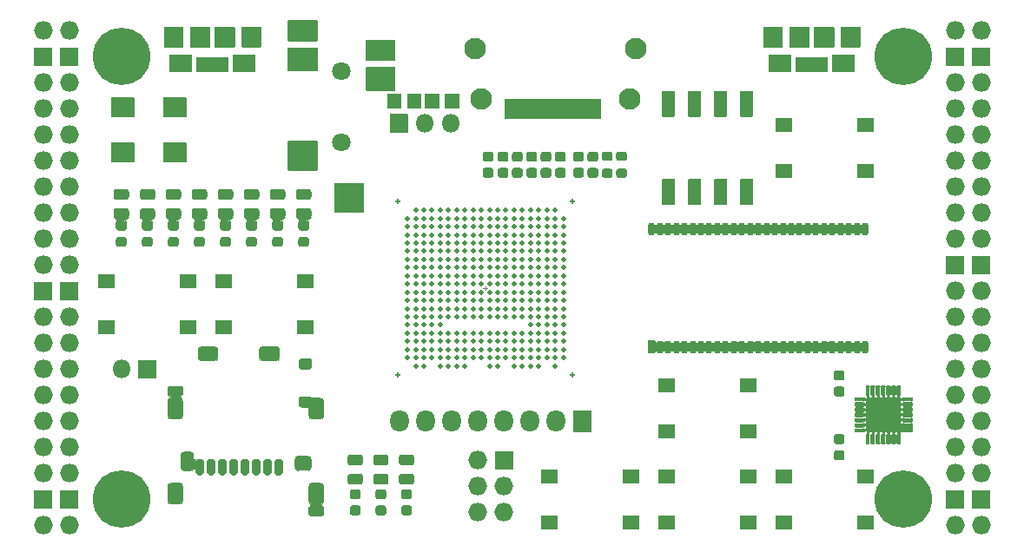
<source format=gts>
G04 #@! TF.GenerationSoftware,KiCad,Pcbnew,5.1.9+dfsg1-1*
G04 #@! TF.CreationDate,2021-06-11T10:31:08+02:00*
G04 #@! TF.ProjectId,ulx3s,756c7833-732e-46b6-9963-61645f706362,v3.1.1*
G04 #@! TF.SameCoordinates,Original*
G04 #@! TF.FileFunction,Soldermask,Top*
G04 #@! TF.FilePolarity,Negative*
%FSLAX46Y46*%
G04 Gerber Fmt 4.6, Leading zero omitted, Abs format (unit mm)*
G04 Created by KiCad (PCBNEW 5.1.9+dfsg1-1) date 2021-06-11 10:31:08*
%MOMM*%
%LPD*%
G01*
G04 APERTURE LIST*
%ADD10C,0.120000*%
%ADD11C,2.100000*%
%ADD12O,1.827200X2.132000*%
%ADD13C,0.500000*%
%ADD14O,0.227000X0.608000*%
%ADD15O,0.608000X0.227000*%
%ADD16O,0.660000X1.300000*%
%ADD17C,1.800000*%
%ADD18O,0.400000X1.050000*%
%ADD19O,1.050000X0.400000*%
%ADD20O,1.827200X1.827200*%
%ADD21C,5.600000*%
%ADD22O,1.800000X1.800000*%
%ADD23C,0.100000*%
G04 APERTURE END LIST*
D10*
X138480000Y-87600000D02*
X138480000Y-88000000D01*
X138280000Y-87800000D02*
X138680000Y-87800000D01*
X138480000Y-87600000D02*
X138480000Y-88000000D01*
X138280000Y-87800000D02*
X138680000Y-87800000D01*
G36*
G01*
X149746000Y-69362000D02*
X149746000Y-71262000D01*
G75*
G02*
X149696000Y-71312000I-50000J0D01*
G01*
X149396000Y-71312000D01*
G75*
G02*
X149346000Y-71262000I0J50000D01*
G01*
X149346000Y-69362000D01*
G75*
G02*
X149396000Y-69312000I50000J0D01*
G01*
X149696000Y-69312000D01*
G75*
G02*
X149746000Y-69362000I0J-50000D01*
G01*
G37*
G36*
G01*
X149246000Y-69362000D02*
X149246000Y-71262000D01*
G75*
G02*
X149196000Y-71312000I-50000J0D01*
G01*
X148896000Y-71312000D01*
G75*
G02*
X148846000Y-71262000I0J50000D01*
G01*
X148846000Y-69362000D01*
G75*
G02*
X148896000Y-69312000I50000J0D01*
G01*
X149196000Y-69312000D01*
G75*
G02*
X149246000Y-69362000I0J-50000D01*
G01*
G37*
G36*
G01*
X148746000Y-69362000D02*
X148746000Y-71262000D01*
G75*
G02*
X148696000Y-71312000I-50000J0D01*
G01*
X148396000Y-71312000D01*
G75*
G02*
X148346000Y-71262000I0J50000D01*
G01*
X148346000Y-69362000D01*
G75*
G02*
X148396000Y-69312000I50000J0D01*
G01*
X148696000Y-69312000D01*
G75*
G02*
X148746000Y-69362000I0J-50000D01*
G01*
G37*
G36*
G01*
X148246000Y-69362000D02*
X148246000Y-71262000D01*
G75*
G02*
X148196000Y-71312000I-50000J0D01*
G01*
X147896000Y-71312000D01*
G75*
G02*
X147846000Y-71262000I0J50000D01*
G01*
X147846000Y-69362000D01*
G75*
G02*
X147896000Y-69312000I50000J0D01*
G01*
X148196000Y-69312000D01*
G75*
G02*
X148246000Y-69362000I0J-50000D01*
G01*
G37*
G36*
G01*
X147746000Y-69362000D02*
X147746000Y-71262000D01*
G75*
G02*
X147696000Y-71312000I-50000J0D01*
G01*
X147396000Y-71312000D01*
G75*
G02*
X147346000Y-71262000I0J50000D01*
G01*
X147346000Y-69362000D01*
G75*
G02*
X147396000Y-69312000I50000J0D01*
G01*
X147696000Y-69312000D01*
G75*
G02*
X147746000Y-69362000I0J-50000D01*
G01*
G37*
G36*
G01*
X147246000Y-69362000D02*
X147246000Y-71262000D01*
G75*
G02*
X147196000Y-71312000I-50000J0D01*
G01*
X146896000Y-71312000D01*
G75*
G02*
X146846000Y-71262000I0J50000D01*
G01*
X146846000Y-69362000D01*
G75*
G02*
X146896000Y-69312000I50000J0D01*
G01*
X147196000Y-69312000D01*
G75*
G02*
X147246000Y-69362000I0J-50000D01*
G01*
G37*
G36*
G01*
X146746000Y-69362000D02*
X146746000Y-71262000D01*
G75*
G02*
X146696000Y-71312000I-50000J0D01*
G01*
X146396000Y-71312000D01*
G75*
G02*
X146346000Y-71262000I0J50000D01*
G01*
X146346000Y-69362000D01*
G75*
G02*
X146396000Y-69312000I50000J0D01*
G01*
X146696000Y-69312000D01*
G75*
G02*
X146746000Y-69362000I0J-50000D01*
G01*
G37*
G36*
G01*
X146246000Y-69362000D02*
X146246000Y-71262000D01*
G75*
G02*
X146196000Y-71312000I-50000J0D01*
G01*
X145896000Y-71312000D01*
G75*
G02*
X145846000Y-71262000I0J50000D01*
G01*
X145846000Y-69362000D01*
G75*
G02*
X145896000Y-69312000I50000J0D01*
G01*
X146196000Y-69312000D01*
G75*
G02*
X146246000Y-69362000I0J-50000D01*
G01*
G37*
G36*
G01*
X145746000Y-69362000D02*
X145746000Y-71262000D01*
G75*
G02*
X145696000Y-71312000I-50000J0D01*
G01*
X145396000Y-71312000D01*
G75*
G02*
X145346000Y-71262000I0J50000D01*
G01*
X145346000Y-69362000D01*
G75*
G02*
X145396000Y-69312000I50000J0D01*
G01*
X145696000Y-69312000D01*
G75*
G02*
X145746000Y-69362000I0J-50000D01*
G01*
G37*
G36*
G01*
X145246000Y-69362000D02*
X145246000Y-71262000D01*
G75*
G02*
X145196000Y-71312000I-50000J0D01*
G01*
X144896000Y-71312000D01*
G75*
G02*
X144846000Y-71262000I0J50000D01*
G01*
X144846000Y-69362000D01*
G75*
G02*
X144896000Y-69312000I50000J0D01*
G01*
X145196000Y-69312000D01*
G75*
G02*
X145246000Y-69362000I0J-50000D01*
G01*
G37*
G36*
G01*
X144746000Y-69362000D02*
X144746000Y-71262000D01*
G75*
G02*
X144696000Y-71312000I-50000J0D01*
G01*
X144396000Y-71312000D01*
G75*
G02*
X144346000Y-71262000I0J50000D01*
G01*
X144346000Y-69362000D01*
G75*
G02*
X144396000Y-69312000I50000J0D01*
G01*
X144696000Y-69312000D01*
G75*
G02*
X144746000Y-69362000I0J-50000D01*
G01*
G37*
G36*
G01*
X144246000Y-69362000D02*
X144246000Y-71262000D01*
G75*
G02*
X144196000Y-71312000I-50000J0D01*
G01*
X143896000Y-71312000D01*
G75*
G02*
X143846000Y-71262000I0J50000D01*
G01*
X143846000Y-69362000D01*
G75*
G02*
X143896000Y-69312000I50000J0D01*
G01*
X144196000Y-69312000D01*
G75*
G02*
X144246000Y-69362000I0J-50000D01*
G01*
G37*
G36*
G01*
X143746000Y-69362000D02*
X143746000Y-71262000D01*
G75*
G02*
X143696000Y-71312000I-50000J0D01*
G01*
X143396000Y-71312000D01*
G75*
G02*
X143346000Y-71262000I0J50000D01*
G01*
X143346000Y-69362000D01*
G75*
G02*
X143396000Y-69312000I50000J0D01*
G01*
X143696000Y-69312000D01*
G75*
G02*
X143746000Y-69362000I0J-50000D01*
G01*
G37*
G36*
G01*
X143246000Y-69362000D02*
X143246000Y-71262000D01*
G75*
G02*
X143196000Y-71312000I-50000J0D01*
G01*
X142896000Y-71312000D01*
G75*
G02*
X142846000Y-71262000I0J50000D01*
G01*
X142846000Y-69362000D01*
G75*
G02*
X142896000Y-69312000I50000J0D01*
G01*
X143196000Y-69312000D01*
G75*
G02*
X143246000Y-69362000I0J-50000D01*
G01*
G37*
G36*
G01*
X142746000Y-69362000D02*
X142746000Y-71262000D01*
G75*
G02*
X142696000Y-71312000I-50000J0D01*
G01*
X142396000Y-71312000D01*
G75*
G02*
X142346000Y-71262000I0J50000D01*
G01*
X142346000Y-69362000D01*
G75*
G02*
X142396000Y-69312000I50000J0D01*
G01*
X142696000Y-69312000D01*
G75*
G02*
X142746000Y-69362000I0J-50000D01*
G01*
G37*
G36*
G01*
X142246000Y-69362000D02*
X142246000Y-71262000D01*
G75*
G02*
X142196000Y-71312000I-50000J0D01*
G01*
X141896000Y-71312000D01*
G75*
G02*
X141846000Y-71262000I0J50000D01*
G01*
X141846000Y-69362000D01*
G75*
G02*
X141896000Y-69312000I50000J0D01*
G01*
X142196000Y-69312000D01*
G75*
G02*
X142246000Y-69362000I0J-50000D01*
G01*
G37*
G36*
G01*
X141746000Y-69362000D02*
X141746000Y-71262000D01*
G75*
G02*
X141696000Y-71312000I-50000J0D01*
G01*
X141396000Y-71312000D01*
G75*
G02*
X141346000Y-71262000I0J50000D01*
G01*
X141346000Y-69362000D01*
G75*
G02*
X141396000Y-69312000I50000J0D01*
G01*
X141696000Y-69312000D01*
G75*
G02*
X141746000Y-69362000I0J-50000D01*
G01*
G37*
G36*
G01*
X141246000Y-69362000D02*
X141246000Y-71262000D01*
G75*
G02*
X141196000Y-71312000I-50000J0D01*
G01*
X140896000Y-71312000D01*
G75*
G02*
X140846000Y-71262000I0J50000D01*
G01*
X140846000Y-69362000D01*
G75*
G02*
X140896000Y-69312000I50000J0D01*
G01*
X141196000Y-69312000D01*
G75*
G02*
X141246000Y-69362000I0J-50000D01*
G01*
G37*
G36*
G01*
X140746000Y-69362000D02*
X140746000Y-71262000D01*
G75*
G02*
X140696000Y-71312000I-50000J0D01*
G01*
X140396000Y-71312000D01*
G75*
G02*
X140346000Y-71262000I0J50000D01*
G01*
X140346000Y-69362000D01*
G75*
G02*
X140396000Y-69312000I50000J0D01*
G01*
X140696000Y-69312000D01*
G75*
G02*
X140746000Y-69362000I0J-50000D01*
G01*
G37*
D11*
X152546000Y-69312000D03*
X138046000Y-69312000D03*
X153146000Y-64412000D03*
X137446000Y-64412000D03*
D12*
X132680000Y-100790000D03*
X135220000Y-100790000D03*
X137760000Y-100790000D03*
X140265000Y-100790000D03*
X142840000Y-100790000D03*
X145380000Y-100790000D03*
G36*
G01*
X148833600Y-99774000D02*
X148833600Y-101806000D01*
G75*
G02*
X148783600Y-101856000I-50000J0D01*
G01*
X147056400Y-101856000D01*
G75*
G02*
X147006400Y-101806000I0J50000D01*
G01*
X147006400Y-99774000D01*
G75*
G02*
X147056400Y-99724000I50000J0D01*
G01*
X148783600Y-99724000D01*
G75*
G02*
X148833600Y-99774000I0J-50000D01*
G01*
G37*
X130140000Y-100790000D03*
G36*
G01*
X121307000Y-95750000D02*
X120557000Y-95750000D01*
G75*
G02*
X120282000Y-95475000I0J275000D01*
G01*
X120282000Y-94925000D01*
G75*
G02*
X120557000Y-94650000I275000J0D01*
G01*
X121307000Y-94650000D01*
G75*
G02*
X121582000Y-94925000I0J-275000D01*
G01*
X121582000Y-95475000D01*
G75*
G02*
X121307000Y-95750000I-275000J0D01*
G01*
G37*
G36*
G01*
X116794500Y-93475000D02*
X118069500Y-93475000D01*
G75*
G02*
X118432000Y-93837500I0J-362500D01*
G01*
X118432000Y-94562500D01*
G75*
G02*
X118069500Y-94925000I-362500J0D01*
G01*
X116794500Y-94925000D01*
G75*
G02*
X116432000Y-94562500I0J362500D01*
G01*
X116432000Y-93837500D01*
G75*
G02*
X116794500Y-93475000I362500J0D01*
G01*
G37*
G36*
G01*
X110794500Y-93475000D02*
X112069500Y-93475000D01*
G75*
G02*
X112432000Y-93837500I0J-362500D01*
G01*
X112432000Y-94562500D01*
G75*
G02*
X112069500Y-94925000I-362500J0D01*
G01*
X110794500Y-94925000D01*
G75*
G02*
X110432000Y-94562500I0J362500D01*
G01*
X110432000Y-93837500D01*
G75*
G02*
X110794500Y-93475000I362500J0D01*
G01*
G37*
G36*
G01*
X120557000Y-98350000D02*
X121307000Y-98350000D01*
G75*
G02*
X121582000Y-98625000I0J-275000D01*
G01*
X121582000Y-99175000D01*
G75*
G02*
X121307000Y-99450000I-275000J0D01*
G01*
X120557000Y-99450000D01*
G75*
G02*
X120282000Y-99175000I0J275000D01*
G01*
X120282000Y-98625000D01*
G75*
G02*
X120557000Y-98350000I275000J0D01*
G01*
G37*
G36*
G01*
X120269500Y-104175000D02*
X121194500Y-104175000D01*
G75*
G02*
X121557000Y-104537500I0J-362500D01*
G01*
X121557000Y-105262500D01*
G75*
G02*
X121194500Y-105625000I-362500J0D01*
G01*
X120269500Y-105625000D01*
G75*
G02*
X119907000Y-105262500I0J362500D01*
G01*
X119907000Y-104537500D01*
G75*
G02*
X120269500Y-104175000I362500J0D01*
G01*
G37*
G36*
G01*
X109114500Y-103750000D02*
X109749500Y-103750000D01*
G75*
G02*
X110067000Y-104067500I0J-317500D01*
G01*
X110067000Y-105332500D01*
G75*
G02*
X109749500Y-105650000I-317500J0D01*
G01*
X109114500Y-105650000D01*
G75*
G02*
X108797000Y-105332500I0J317500D01*
G01*
X108797000Y-104067500D01*
G75*
G02*
X109114500Y-103750000I317500J0D01*
G01*
G37*
G36*
G01*
X107482000Y-100212500D02*
X107482000Y-98887500D01*
G75*
G02*
X107869500Y-98500000I387500J0D01*
G01*
X108644500Y-98500000D01*
G75*
G02*
X109032000Y-98887500I0J-387500D01*
G01*
X109032000Y-100212500D01*
G75*
G02*
X108644500Y-100600000I-387500J0D01*
G01*
X107869500Y-100600000D01*
G75*
G02*
X107482000Y-100212500I0J387500D01*
G01*
G37*
G36*
G01*
X121232000Y-100212500D02*
X121232000Y-98887500D01*
G75*
G02*
X121619500Y-98500000I387500J0D01*
G01*
X122394500Y-98500000D01*
G75*
G02*
X122782000Y-98887500I0J-387500D01*
G01*
X122782000Y-100212500D01*
G75*
G02*
X122394500Y-100600000I-387500J0D01*
G01*
X121619500Y-100600000D01*
G75*
G02*
X121232000Y-100212500I0J387500D01*
G01*
G37*
G36*
G01*
X121232000Y-108512500D02*
X121232000Y-107187500D01*
G75*
G02*
X121619500Y-106800000I387500J0D01*
G01*
X122394500Y-106800000D01*
G75*
G02*
X122782000Y-107187500I0J-387500D01*
G01*
X122782000Y-108512500D01*
G75*
G02*
X122394500Y-108900000I-387500J0D01*
G01*
X121619500Y-108900000D01*
G75*
G02*
X121232000Y-108512500I0J387500D01*
G01*
G37*
G36*
G01*
X107482000Y-108512500D02*
X107482000Y-107187500D01*
G75*
G02*
X107869500Y-106800000I387500J0D01*
G01*
X108644500Y-106800000D01*
G75*
G02*
X109032000Y-107187500I0J-387500D01*
G01*
X109032000Y-108512500D01*
G75*
G02*
X108644500Y-108900000I-387500J0D01*
G01*
X107869500Y-108900000D01*
G75*
G02*
X107482000Y-108512500I0J387500D01*
G01*
G37*
G36*
G01*
X108782000Y-98350000D02*
X107732000Y-98350000D01*
G75*
G02*
X107482000Y-98100000I0J250000D01*
G01*
X107482000Y-97600000D01*
G75*
G02*
X107732000Y-97350000I250000J0D01*
G01*
X108782000Y-97350000D01*
G75*
G02*
X109032000Y-97600000I0J-250000D01*
G01*
X109032000Y-98100000D01*
G75*
G02*
X108782000Y-98350000I-250000J0D01*
G01*
G37*
G36*
G01*
X121232000Y-109800000D02*
X121232000Y-109300000D01*
G75*
G02*
X121482000Y-109050000I250000J0D01*
G01*
X122532000Y-109050000D01*
G75*
G02*
X122782000Y-109300000I0J-250000D01*
G01*
X122782000Y-109800000D01*
G75*
G02*
X122532000Y-110050000I-250000J0D01*
G01*
X121482000Y-110050000D01*
G75*
G02*
X121232000Y-109800000I0J250000D01*
G01*
G37*
G36*
G01*
X110232000Y-105850000D02*
X110232000Y-104650000D01*
G75*
G02*
X110432000Y-104450000I200000J0D01*
G01*
X110832000Y-104450000D01*
G75*
G02*
X111032000Y-104650000I0J-200000D01*
G01*
X111032000Y-105850000D01*
G75*
G02*
X110832000Y-106050000I-200000J0D01*
G01*
X110432000Y-106050000D01*
G75*
G02*
X110232000Y-105850000I0J200000D01*
G01*
G37*
G36*
G01*
X111332000Y-105850000D02*
X111332000Y-104650000D01*
G75*
G02*
X111532000Y-104450000I200000J0D01*
G01*
X111932000Y-104450000D01*
G75*
G02*
X112132000Y-104650000I0J-200000D01*
G01*
X112132000Y-105850000D01*
G75*
G02*
X111932000Y-106050000I-200000J0D01*
G01*
X111532000Y-106050000D01*
G75*
G02*
X111332000Y-105850000I0J200000D01*
G01*
G37*
G36*
G01*
X112432000Y-105850000D02*
X112432000Y-104650000D01*
G75*
G02*
X112632000Y-104450000I200000J0D01*
G01*
X113032000Y-104450000D01*
G75*
G02*
X113232000Y-104650000I0J-200000D01*
G01*
X113232000Y-105850000D01*
G75*
G02*
X113032000Y-106050000I-200000J0D01*
G01*
X112632000Y-106050000D01*
G75*
G02*
X112432000Y-105850000I0J200000D01*
G01*
G37*
G36*
G01*
X113532000Y-105850000D02*
X113532000Y-104650000D01*
G75*
G02*
X113732000Y-104450000I200000J0D01*
G01*
X114132000Y-104450000D01*
G75*
G02*
X114332000Y-104650000I0J-200000D01*
G01*
X114332000Y-105850000D01*
G75*
G02*
X114132000Y-106050000I-200000J0D01*
G01*
X113732000Y-106050000D01*
G75*
G02*
X113532000Y-105850000I0J200000D01*
G01*
G37*
G36*
G01*
X114632000Y-105850000D02*
X114632000Y-104650000D01*
G75*
G02*
X114832000Y-104450000I200000J0D01*
G01*
X115232000Y-104450000D01*
G75*
G02*
X115432000Y-104650000I0J-200000D01*
G01*
X115432000Y-105850000D01*
G75*
G02*
X115232000Y-106050000I-200000J0D01*
G01*
X114832000Y-106050000D01*
G75*
G02*
X114632000Y-105850000I0J200000D01*
G01*
G37*
G36*
G01*
X115732000Y-105850000D02*
X115732000Y-104650000D01*
G75*
G02*
X115932000Y-104450000I200000J0D01*
G01*
X116332000Y-104450000D01*
G75*
G02*
X116532000Y-104650000I0J-200000D01*
G01*
X116532000Y-105850000D01*
G75*
G02*
X116332000Y-106050000I-200000J0D01*
G01*
X115932000Y-106050000D01*
G75*
G02*
X115732000Y-105850000I0J200000D01*
G01*
G37*
G36*
G01*
X116832000Y-105850000D02*
X116832000Y-104650000D01*
G75*
G02*
X117032000Y-104450000I200000J0D01*
G01*
X117432000Y-104450000D01*
G75*
G02*
X117632000Y-104650000I0J-200000D01*
G01*
X117632000Y-105850000D01*
G75*
G02*
X117432000Y-106050000I-200000J0D01*
G01*
X117032000Y-106050000D01*
G75*
G02*
X116832000Y-105850000I0J200000D01*
G01*
G37*
G36*
G01*
X117932000Y-105850000D02*
X117932000Y-104650000D01*
G75*
G02*
X118132000Y-104450000I200000J0D01*
G01*
X118532000Y-104450000D01*
G75*
G02*
X118732000Y-104650000I0J-200000D01*
G01*
X118732000Y-105850000D01*
G75*
G02*
X118532000Y-106050000I-200000J0D01*
G01*
X118132000Y-106050000D01*
G75*
G02*
X117932000Y-105850000I0J200000D01*
G01*
G37*
D13*
X145280000Y-95400000D03*
X143680000Y-95400000D03*
X142880000Y-95400000D03*
X142080000Y-95400000D03*
X141280000Y-95400000D03*
X139680000Y-95400000D03*
X138880000Y-95400000D03*
X136480000Y-95400000D03*
X135680000Y-95400000D03*
X134880000Y-95400000D03*
X134080000Y-95400000D03*
X132480000Y-95400000D03*
X131680000Y-95400000D03*
X146080000Y-94600000D03*
X145280000Y-94600000D03*
X144480000Y-94600000D03*
X143680000Y-94600000D03*
X142880000Y-94600000D03*
X142080000Y-94600000D03*
X141280000Y-94600000D03*
X140480000Y-94600000D03*
X139680000Y-94600000D03*
X138880000Y-94600000D03*
X138080000Y-94600000D03*
X137280000Y-94600000D03*
X136480000Y-94600000D03*
X135680000Y-94600000D03*
X134880000Y-94600000D03*
X134080000Y-94600000D03*
X133280000Y-94600000D03*
X132480000Y-94600000D03*
X131680000Y-94600000D03*
X130880000Y-94600000D03*
X146080000Y-93800000D03*
X145280000Y-93800000D03*
X144480000Y-93800000D03*
X143680000Y-93800000D03*
X142880000Y-93800000D03*
X142080000Y-93800000D03*
X141280000Y-93800000D03*
X140480000Y-93800000D03*
X139680000Y-93800000D03*
X138880000Y-93800000D03*
X138080000Y-93800000D03*
X137280000Y-93800000D03*
X136480000Y-93800000D03*
X135680000Y-93800000D03*
X134880000Y-93800000D03*
X134080000Y-93800000D03*
X133280000Y-93800000D03*
X132480000Y-93800000D03*
X131680000Y-93800000D03*
X130880000Y-93800000D03*
X146080000Y-93000000D03*
X145280000Y-93000000D03*
X144480000Y-93000000D03*
X143680000Y-93000000D03*
X142880000Y-93000000D03*
X142080000Y-93000000D03*
X141280000Y-93000000D03*
X140480000Y-93000000D03*
X139680000Y-93000000D03*
X138880000Y-93000000D03*
X138080000Y-93000000D03*
X137280000Y-93000000D03*
X136480000Y-93000000D03*
X135680000Y-93000000D03*
X134880000Y-93000000D03*
X134080000Y-93000000D03*
X133280000Y-93000000D03*
X132480000Y-93000000D03*
X131680000Y-93000000D03*
X130880000Y-93000000D03*
X146080000Y-92200000D03*
X145280000Y-92200000D03*
X144480000Y-92200000D03*
X143680000Y-92200000D03*
X142880000Y-92200000D03*
X142080000Y-92200000D03*
X141280000Y-92200000D03*
X140480000Y-92200000D03*
X139680000Y-92200000D03*
X138880000Y-92200000D03*
X138080000Y-92200000D03*
X137280000Y-92200000D03*
X136480000Y-92200000D03*
X135680000Y-92200000D03*
X134880000Y-92200000D03*
X134080000Y-92200000D03*
X133280000Y-92200000D03*
X132480000Y-92200000D03*
X131680000Y-92200000D03*
X130880000Y-92200000D03*
X146080000Y-91400000D03*
X145280000Y-91400000D03*
X144480000Y-91400000D03*
X143680000Y-91400000D03*
X142880000Y-91400000D03*
X134080000Y-91400000D03*
X133280000Y-91400000D03*
X132480000Y-91400000D03*
X131680000Y-91400000D03*
X130880000Y-91400000D03*
X146080000Y-90600000D03*
X145280000Y-90600000D03*
X144480000Y-90600000D03*
X143680000Y-90600000D03*
X142880000Y-90600000D03*
X142080000Y-90600000D03*
X141280000Y-90600000D03*
X140480000Y-90600000D03*
X139680000Y-90600000D03*
X138880000Y-90600000D03*
X138080000Y-90600000D03*
X137280000Y-90600000D03*
X136480000Y-90600000D03*
X135680000Y-90600000D03*
X134880000Y-90600000D03*
X134080000Y-90600000D03*
X133280000Y-90600000D03*
X132480000Y-90600000D03*
X131680000Y-90600000D03*
X130880000Y-90600000D03*
X146080000Y-89800000D03*
X145280000Y-89800000D03*
X144480000Y-89800000D03*
X143680000Y-89800000D03*
X142880000Y-89800000D03*
X142080000Y-89800000D03*
X141280000Y-89800000D03*
X140480000Y-89800000D03*
X139680000Y-89800000D03*
X138880000Y-89800000D03*
X138080000Y-89800000D03*
X137280000Y-89800000D03*
X136480000Y-89800000D03*
X135680000Y-89800000D03*
X134880000Y-89800000D03*
X134080000Y-89800000D03*
X133280000Y-89800000D03*
X132480000Y-89800000D03*
X131680000Y-89800000D03*
X130880000Y-89800000D03*
X146080000Y-89000000D03*
X145280000Y-89000000D03*
X144480000Y-89000000D03*
X143680000Y-89000000D03*
X142880000Y-89000000D03*
X142080000Y-89000000D03*
X141280000Y-89000000D03*
X140480000Y-89000000D03*
X139680000Y-89000000D03*
X138880000Y-89000000D03*
X138080000Y-89000000D03*
X137280000Y-89000000D03*
X136480000Y-89000000D03*
X135680000Y-89000000D03*
X134880000Y-89000000D03*
X134080000Y-89000000D03*
X133280000Y-89000000D03*
X132480000Y-89000000D03*
X131680000Y-89000000D03*
X130880000Y-89000000D03*
X146080000Y-88200000D03*
X145280000Y-88200000D03*
X144480000Y-88200000D03*
X143680000Y-88200000D03*
X142880000Y-88200000D03*
X142080000Y-88200000D03*
X141280000Y-88200000D03*
X140480000Y-88200000D03*
X139680000Y-88200000D03*
X138880000Y-88200000D03*
X138080000Y-88200000D03*
X137280000Y-88200000D03*
X136480000Y-88200000D03*
X135680000Y-88200000D03*
X134880000Y-88200000D03*
X134080000Y-88200000D03*
X133280000Y-88200000D03*
X132480000Y-88200000D03*
X131680000Y-88200000D03*
X130880000Y-88200000D03*
X146080000Y-87400000D03*
X145280000Y-87400000D03*
X144480000Y-87400000D03*
X143680000Y-87400000D03*
X142880000Y-87400000D03*
X142080000Y-87400000D03*
X141280000Y-87400000D03*
X140480000Y-87400000D03*
X139680000Y-87400000D03*
X138880000Y-87400000D03*
X138080000Y-87400000D03*
X137280000Y-87400000D03*
X136480000Y-87400000D03*
X135680000Y-87400000D03*
X134880000Y-87400000D03*
X134080000Y-87400000D03*
X133280000Y-87400000D03*
X132480000Y-87400000D03*
X131680000Y-87400000D03*
X130880000Y-87400000D03*
X146080000Y-86600000D03*
X145280000Y-86600000D03*
X144480000Y-86600000D03*
X143680000Y-86600000D03*
X142880000Y-86600000D03*
X142080000Y-86600000D03*
X141280000Y-86600000D03*
X140480000Y-86600000D03*
X139680000Y-86600000D03*
X138880000Y-86600000D03*
X138080000Y-86600000D03*
X137280000Y-86600000D03*
X136480000Y-86600000D03*
X135680000Y-86600000D03*
X134880000Y-86600000D03*
X134080000Y-86600000D03*
X133280000Y-86600000D03*
X132480000Y-86600000D03*
X131680000Y-86600000D03*
X130880000Y-86600000D03*
X146080000Y-85800000D03*
X145280000Y-85800000D03*
X144480000Y-85800000D03*
X143680000Y-85800000D03*
X142880000Y-85800000D03*
X142080000Y-85800000D03*
X141280000Y-85800000D03*
X140480000Y-85800000D03*
X139680000Y-85800000D03*
X138880000Y-85800000D03*
X138080000Y-85800000D03*
X137280000Y-85800000D03*
X136480000Y-85800000D03*
X135680000Y-85800000D03*
X134880000Y-85800000D03*
X134080000Y-85800000D03*
X133280000Y-85800000D03*
X132480000Y-85800000D03*
X131680000Y-85800000D03*
X130880000Y-85800000D03*
X146080000Y-85000000D03*
X145280000Y-85000000D03*
X144480000Y-85000000D03*
X143680000Y-85000000D03*
X142880000Y-85000000D03*
X142080000Y-85000000D03*
X141280000Y-85000000D03*
X140480000Y-85000000D03*
X139680000Y-85000000D03*
X138880000Y-85000000D03*
X138080000Y-85000000D03*
X137280000Y-85000000D03*
X136480000Y-85000000D03*
X135680000Y-85000000D03*
X134880000Y-85000000D03*
X134080000Y-85000000D03*
X133280000Y-85000000D03*
X132480000Y-85000000D03*
X131680000Y-85000000D03*
X130880000Y-85000000D03*
X146080000Y-84200000D03*
X145280000Y-84200000D03*
X144480000Y-84200000D03*
X143680000Y-84200000D03*
X142880000Y-84200000D03*
X142080000Y-84200000D03*
X141280000Y-84200000D03*
X140480000Y-84200000D03*
X139680000Y-84200000D03*
X138880000Y-84200000D03*
X138080000Y-84200000D03*
X137280000Y-84200000D03*
X136480000Y-84200000D03*
X135680000Y-84200000D03*
X134880000Y-84200000D03*
X134080000Y-84200000D03*
X133280000Y-84200000D03*
X132480000Y-84200000D03*
X131680000Y-84200000D03*
X130880000Y-84200000D03*
X146080000Y-83400000D03*
X145280000Y-83400000D03*
X144480000Y-83400000D03*
X143680000Y-83400000D03*
X142880000Y-83400000D03*
X142080000Y-83400000D03*
X141280000Y-83400000D03*
X140480000Y-83400000D03*
X139680000Y-83400000D03*
X138880000Y-83400000D03*
X138080000Y-83400000D03*
X137280000Y-83400000D03*
X136480000Y-83400000D03*
X135680000Y-83400000D03*
X134880000Y-83400000D03*
X134080000Y-83400000D03*
X133280000Y-83400000D03*
X132480000Y-83400000D03*
X131680000Y-83400000D03*
X130880000Y-83400000D03*
X146080000Y-82600000D03*
X145280000Y-82600000D03*
X144480000Y-82600000D03*
X143680000Y-82600000D03*
X142880000Y-82600000D03*
X142080000Y-82600000D03*
X141280000Y-82600000D03*
X140480000Y-82600000D03*
X139680000Y-82600000D03*
X138880000Y-82600000D03*
X138080000Y-82600000D03*
X137280000Y-82600000D03*
X136480000Y-82600000D03*
X135680000Y-82600000D03*
X134880000Y-82600000D03*
X134080000Y-82600000D03*
X133280000Y-82600000D03*
X132480000Y-82600000D03*
X131680000Y-82600000D03*
X130880000Y-82600000D03*
X146080000Y-81800000D03*
X145280000Y-81800000D03*
X144480000Y-81800000D03*
X143680000Y-81800000D03*
X142880000Y-81800000D03*
X142080000Y-81800000D03*
X141280000Y-81800000D03*
X140480000Y-81800000D03*
X139680000Y-81800000D03*
X138880000Y-81800000D03*
X138080000Y-81800000D03*
X137280000Y-81800000D03*
X136480000Y-81800000D03*
X135680000Y-81800000D03*
X134880000Y-81800000D03*
X134080000Y-81800000D03*
X133280000Y-81800000D03*
X132480000Y-81800000D03*
X131680000Y-81800000D03*
X130880000Y-81800000D03*
X146080000Y-81000000D03*
X145280000Y-81000000D03*
X144480000Y-81000000D03*
X143680000Y-81000000D03*
X142880000Y-81000000D03*
X142080000Y-81000000D03*
X141280000Y-81000000D03*
X140480000Y-81000000D03*
X139680000Y-81000000D03*
X138880000Y-81000000D03*
X138080000Y-81000000D03*
X137280000Y-81000000D03*
X136480000Y-81000000D03*
X135680000Y-81000000D03*
X134880000Y-81000000D03*
X134080000Y-81000000D03*
X133280000Y-81000000D03*
X132480000Y-81000000D03*
X131680000Y-81000000D03*
X130880000Y-81000000D03*
X145280000Y-80200000D03*
X144480000Y-80200000D03*
X143680000Y-80200000D03*
X142880000Y-80200000D03*
X142080000Y-80200000D03*
X141280000Y-80200000D03*
X140480000Y-80200000D03*
X139680000Y-80200000D03*
X138880000Y-80200000D03*
X138080000Y-80200000D03*
X137280000Y-80200000D03*
X136480000Y-80200000D03*
X135680000Y-80200000D03*
X134880000Y-80200000D03*
X134080000Y-80200000D03*
X133280000Y-80200000D03*
X132480000Y-80200000D03*
X131680000Y-80200000D03*
D14*
X146980000Y-79300000D03*
D15*
X146980000Y-79300000D03*
D14*
X129980000Y-96300000D03*
D15*
X129980000Y-96300000D03*
X146980000Y-96300000D03*
D14*
X146980000Y-96300000D03*
X129980000Y-79300000D03*
D15*
X129980000Y-79300000D03*
D16*
X175493000Y-82070000D03*
G36*
G01*
X154973000Y-94180000D02*
X154413000Y-94180000D01*
G75*
G02*
X154363000Y-94130000I0J50000D01*
G01*
X154363000Y-92930000D01*
G75*
G02*
X154413000Y-92880000I50000J0D01*
G01*
X154973000Y-92880000D01*
G75*
G02*
X155023000Y-92930000I0J-50000D01*
G01*
X155023000Y-94130000D01*
G75*
G02*
X154973000Y-94180000I-50000J0D01*
G01*
G37*
X155493000Y-93530000D03*
X156293000Y-93530000D03*
X157093000Y-93530000D03*
X157893000Y-93530000D03*
X158693000Y-93530000D03*
X159493000Y-93530000D03*
X160293000Y-93530000D03*
X161093000Y-93530000D03*
X161893000Y-93530000D03*
X162693000Y-93530000D03*
X163493000Y-93530000D03*
X164293000Y-93530000D03*
X165093000Y-93530000D03*
X165893000Y-93530000D03*
X166693000Y-93530000D03*
X167493000Y-93530000D03*
X168293000Y-93530000D03*
X169093000Y-93530000D03*
X169893000Y-93530000D03*
X170693000Y-93530000D03*
X171493000Y-93530000D03*
X172293000Y-93530000D03*
X173093000Y-93530000D03*
X173893000Y-93530000D03*
X174693000Y-93530000D03*
X175493000Y-93530000D03*
X174693000Y-82070000D03*
X173893000Y-82070000D03*
X173093000Y-82070000D03*
X172293000Y-82070000D03*
X171493000Y-82070000D03*
X170693000Y-82070000D03*
X169893000Y-82070000D03*
X169093000Y-82070000D03*
X168293000Y-82070000D03*
X167493000Y-82070000D03*
X166693000Y-82070000D03*
X165893000Y-82070000D03*
X165093000Y-82070000D03*
X164293000Y-82070000D03*
X163493000Y-82070000D03*
X162693000Y-82070000D03*
X161893000Y-82070000D03*
X161093000Y-82070000D03*
X160293000Y-82070000D03*
X159493000Y-82070000D03*
X158693000Y-82070000D03*
X157893000Y-82070000D03*
X157093000Y-82070000D03*
X156293000Y-82070000D03*
X155493000Y-82070000D03*
X154693000Y-82070000D03*
G36*
G01*
X167450000Y-62375000D02*
X167450000Y-64275000D01*
G75*
G02*
X167400000Y-64325000I-50000J0D01*
G01*
X165600000Y-64325000D01*
G75*
G02*
X165550000Y-64275000I0J50000D01*
G01*
X165550000Y-62375000D01*
G75*
G02*
X165600000Y-62325000I50000J0D01*
G01*
X167400000Y-62325000D01*
G75*
G02*
X167450000Y-62375000I0J-50000D01*
G01*
G37*
G36*
G01*
X175050000Y-62375000D02*
X175050000Y-64275000D01*
G75*
G02*
X175000000Y-64325000I-50000J0D01*
G01*
X173200000Y-64325000D01*
G75*
G02*
X173150000Y-64275000I0J50000D01*
G01*
X173150000Y-62375000D01*
G75*
G02*
X173200000Y-62325000I50000J0D01*
G01*
X175000000Y-62325000D01*
G75*
G02*
X175050000Y-62375000I0J-50000D01*
G01*
G37*
G36*
G01*
X169250000Y-65325000D02*
X169250000Y-66675000D01*
G75*
G02*
X169200000Y-66725000I-50000J0D01*
G01*
X168800000Y-66725000D01*
G75*
G02*
X168750000Y-66675000I0J50000D01*
G01*
X168750000Y-65325000D01*
G75*
G02*
X168800000Y-65275000I50000J0D01*
G01*
X169200000Y-65275000D01*
G75*
G02*
X169250000Y-65325000I0J-50000D01*
G01*
G37*
G36*
G01*
X169900000Y-65325000D02*
X169900000Y-66675000D01*
G75*
G02*
X169850000Y-66725000I-50000J0D01*
G01*
X169450000Y-66725000D01*
G75*
G02*
X169400000Y-66675000I0J50000D01*
G01*
X169400000Y-65325000D01*
G75*
G02*
X169450000Y-65275000I50000J0D01*
G01*
X169850000Y-65275000D01*
G75*
G02*
X169900000Y-65325000I0J-50000D01*
G01*
G37*
G36*
G01*
X170550000Y-65325000D02*
X170550000Y-66675000D01*
G75*
G02*
X170500000Y-66725000I-50000J0D01*
G01*
X170100000Y-66725000D01*
G75*
G02*
X170050000Y-66675000I0J50000D01*
G01*
X170050000Y-65325000D01*
G75*
G02*
X170100000Y-65275000I50000J0D01*
G01*
X170500000Y-65275000D01*
G75*
G02*
X170550000Y-65325000I0J-50000D01*
G01*
G37*
G36*
G01*
X171200000Y-65325000D02*
X171200000Y-66675000D01*
G75*
G02*
X171150000Y-66725000I-50000J0D01*
G01*
X170750000Y-66725000D01*
G75*
G02*
X170700000Y-66675000I0J50000D01*
G01*
X170700000Y-65325000D01*
G75*
G02*
X170750000Y-65275000I50000J0D01*
G01*
X171150000Y-65275000D01*
G75*
G02*
X171200000Y-65325000I0J-50000D01*
G01*
G37*
G36*
G01*
X171850000Y-65325000D02*
X171850000Y-66675000D01*
G75*
G02*
X171800000Y-66725000I-50000J0D01*
G01*
X171400000Y-66725000D01*
G75*
G02*
X171350000Y-66675000I0J50000D01*
G01*
X171350000Y-65325000D01*
G75*
G02*
X171400000Y-65275000I50000J0D01*
G01*
X171800000Y-65275000D01*
G75*
G02*
X171850000Y-65325000I0J-50000D01*
G01*
G37*
G36*
G01*
X170100000Y-62375000D02*
X170100000Y-64275000D01*
G75*
G02*
X170050000Y-64325000I-50000J0D01*
G01*
X168150000Y-64325000D01*
G75*
G02*
X168100000Y-64275000I0J50000D01*
G01*
X168100000Y-62375000D01*
G75*
G02*
X168150000Y-62325000I50000J0D01*
G01*
X170050000Y-62325000D01*
G75*
G02*
X170100000Y-62375000I0J-50000D01*
G01*
G37*
G36*
G01*
X172500000Y-62375000D02*
X172500000Y-64275000D01*
G75*
G02*
X172450000Y-64325000I-50000J0D01*
G01*
X170550000Y-64325000D01*
G75*
G02*
X170500000Y-64275000I0J50000D01*
G01*
X170500000Y-62375000D01*
G75*
G02*
X170550000Y-62325000I50000J0D01*
G01*
X172450000Y-62325000D01*
G75*
G02*
X172500000Y-62375000I0J-50000D01*
G01*
G37*
G36*
G01*
X168300000Y-65075000D02*
X168300000Y-66675000D01*
G75*
G02*
X168250000Y-66725000I-50000J0D01*
G01*
X166150000Y-66725000D01*
G75*
G02*
X166100000Y-66675000I0J50000D01*
G01*
X166100000Y-65075000D01*
G75*
G02*
X166150000Y-65025000I50000J0D01*
G01*
X168250000Y-65025000D01*
G75*
G02*
X168300000Y-65075000I0J-50000D01*
G01*
G37*
G36*
G01*
X174500000Y-65075000D02*
X174500000Y-66675000D01*
G75*
G02*
X174450000Y-66725000I-50000J0D01*
G01*
X172350000Y-66725000D01*
G75*
G02*
X172300000Y-66675000I0J50000D01*
G01*
X172300000Y-65075000D01*
G75*
G02*
X172350000Y-65025000I50000J0D01*
G01*
X174450000Y-65025000D01*
G75*
G02*
X174500000Y-65075000I0J-50000D01*
G01*
G37*
G36*
G01*
X109030000Y-62375000D02*
X109030000Y-64275000D01*
G75*
G02*
X108980000Y-64325000I-50000J0D01*
G01*
X107180000Y-64325000D01*
G75*
G02*
X107130000Y-64275000I0J50000D01*
G01*
X107130000Y-62375000D01*
G75*
G02*
X107180000Y-62325000I50000J0D01*
G01*
X108980000Y-62325000D01*
G75*
G02*
X109030000Y-62375000I0J-50000D01*
G01*
G37*
G36*
G01*
X116630000Y-62375000D02*
X116630000Y-64275000D01*
G75*
G02*
X116580000Y-64325000I-50000J0D01*
G01*
X114780000Y-64325000D01*
G75*
G02*
X114730000Y-64275000I0J50000D01*
G01*
X114730000Y-62375000D01*
G75*
G02*
X114780000Y-62325000I50000J0D01*
G01*
X116580000Y-62325000D01*
G75*
G02*
X116630000Y-62375000I0J-50000D01*
G01*
G37*
G36*
G01*
X110830000Y-65325000D02*
X110830000Y-66675000D01*
G75*
G02*
X110780000Y-66725000I-50000J0D01*
G01*
X110380000Y-66725000D01*
G75*
G02*
X110330000Y-66675000I0J50000D01*
G01*
X110330000Y-65325000D01*
G75*
G02*
X110380000Y-65275000I50000J0D01*
G01*
X110780000Y-65275000D01*
G75*
G02*
X110830000Y-65325000I0J-50000D01*
G01*
G37*
G36*
G01*
X111480000Y-65325000D02*
X111480000Y-66675000D01*
G75*
G02*
X111430000Y-66725000I-50000J0D01*
G01*
X111030000Y-66725000D01*
G75*
G02*
X110980000Y-66675000I0J50000D01*
G01*
X110980000Y-65325000D01*
G75*
G02*
X111030000Y-65275000I50000J0D01*
G01*
X111430000Y-65275000D01*
G75*
G02*
X111480000Y-65325000I0J-50000D01*
G01*
G37*
G36*
G01*
X112130000Y-65325000D02*
X112130000Y-66675000D01*
G75*
G02*
X112080000Y-66725000I-50000J0D01*
G01*
X111680000Y-66725000D01*
G75*
G02*
X111630000Y-66675000I0J50000D01*
G01*
X111630000Y-65325000D01*
G75*
G02*
X111680000Y-65275000I50000J0D01*
G01*
X112080000Y-65275000D01*
G75*
G02*
X112130000Y-65325000I0J-50000D01*
G01*
G37*
G36*
G01*
X112780000Y-65325000D02*
X112780000Y-66675000D01*
G75*
G02*
X112730000Y-66725000I-50000J0D01*
G01*
X112330000Y-66725000D01*
G75*
G02*
X112280000Y-66675000I0J50000D01*
G01*
X112280000Y-65325000D01*
G75*
G02*
X112330000Y-65275000I50000J0D01*
G01*
X112730000Y-65275000D01*
G75*
G02*
X112780000Y-65325000I0J-50000D01*
G01*
G37*
G36*
G01*
X113430000Y-65325000D02*
X113430000Y-66675000D01*
G75*
G02*
X113380000Y-66725000I-50000J0D01*
G01*
X112980000Y-66725000D01*
G75*
G02*
X112930000Y-66675000I0J50000D01*
G01*
X112930000Y-65325000D01*
G75*
G02*
X112980000Y-65275000I50000J0D01*
G01*
X113380000Y-65275000D01*
G75*
G02*
X113430000Y-65325000I0J-50000D01*
G01*
G37*
G36*
G01*
X111680000Y-62375000D02*
X111680000Y-64275000D01*
G75*
G02*
X111630000Y-64325000I-50000J0D01*
G01*
X109730000Y-64325000D01*
G75*
G02*
X109680000Y-64275000I0J50000D01*
G01*
X109680000Y-62375000D01*
G75*
G02*
X109730000Y-62325000I50000J0D01*
G01*
X111630000Y-62325000D01*
G75*
G02*
X111680000Y-62375000I0J-50000D01*
G01*
G37*
G36*
G01*
X114080000Y-62375000D02*
X114080000Y-64275000D01*
G75*
G02*
X114030000Y-64325000I-50000J0D01*
G01*
X112130000Y-64325000D01*
G75*
G02*
X112080000Y-64275000I0J50000D01*
G01*
X112080000Y-62375000D01*
G75*
G02*
X112130000Y-62325000I50000J0D01*
G01*
X114030000Y-62325000D01*
G75*
G02*
X114080000Y-62375000I0J-50000D01*
G01*
G37*
G36*
G01*
X109880000Y-65075000D02*
X109880000Y-66675000D01*
G75*
G02*
X109830000Y-66725000I-50000J0D01*
G01*
X107730000Y-66725000D01*
G75*
G02*
X107680000Y-66675000I0J50000D01*
G01*
X107680000Y-65075000D01*
G75*
G02*
X107730000Y-65025000I50000J0D01*
G01*
X109830000Y-65025000D01*
G75*
G02*
X109880000Y-65075000I0J-50000D01*
G01*
G37*
G36*
G01*
X116080000Y-65075000D02*
X116080000Y-66675000D01*
G75*
G02*
X116030000Y-66725000I-50000J0D01*
G01*
X113930000Y-66725000D01*
G75*
G02*
X113880000Y-66675000I0J50000D01*
G01*
X113880000Y-65075000D01*
G75*
G02*
X113930000Y-65025000I50000J0D01*
G01*
X116030000Y-65025000D01*
G75*
G02*
X116080000Y-65075000I0J-50000D01*
G01*
G37*
G36*
G01*
X109362000Y-69260000D02*
X109362000Y-71060000D01*
G75*
G02*
X109312000Y-71110000I-50000J0D01*
G01*
X107112000Y-71110000D01*
G75*
G02*
X107062000Y-71060000I0J50000D01*
G01*
X107062000Y-69260000D01*
G75*
G02*
X107112000Y-69210000I50000J0D01*
G01*
X109312000Y-69210000D01*
G75*
G02*
X109362000Y-69260000I0J-50000D01*
G01*
G37*
G36*
G01*
X104282000Y-69260000D02*
X104282000Y-71060000D01*
G75*
G02*
X104232000Y-71110000I-50000J0D01*
G01*
X102032000Y-71110000D01*
G75*
G02*
X101982000Y-71060000I0J50000D01*
G01*
X101982000Y-69260000D01*
G75*
G02*
X102032000Y-69210000I50000J0D01*
G01*
X104232000Y-69210000D01*
G75*
G02*
X104282000Y-69260000I0J-50000D01*
G01*
G37*
G36*
G01*
X104282000Y-73660000D02*
X104282000Y-75460000D01*
G75*
G02*
X104232000Y-75510000I-50000J0D01*
G01*
X102032000Y-75510000D01*
G75*
G02*
X101982000Y-75460000I0J50000D01*
G01*
X101982000Y-73660000D01*
G75*
G02*
X102032000Y-73610000I50000J0D01*
G01*
X104232000Y-73610000D01*
G75*
G02*
X104282000Y-73660000I0J-50000D01*
G01*
G37*
G36*
G01*
X109362000Y-73660000D02*
X109362000Y-75460000D01*
G75*
G02*
X109312000Y-75510000I-50000J0D01*
G01*
X107112000Y-75510000D01*
G75*
G02*
X107062000Y-75460000I0J50000D01*
G01*
X107062000Y-73660000D01*
G75*
G02*
X107112000Y-73610000I50000J0D01*
G01*
X109312000Y-73610000D01*
G75*
G02*
X109362000Y-73660000I0J-50000D01*
G01*
G37*
G36*
G01*
X119268000Y-61650000D02*
X122068000Y-61650000D01*
G75*
G02*
X122118000Y-61700000I0J-50000D01*
G01*
X122118000Y-63700000D01*
G75*
G02*
X122068000Y-63750000I-50000J0D01*
G01*
X119268000Y-63750000D01*
G75*
G02*
X119218000Y-63700000I0J50000D01*
G01*
X119218000Y-61700000D01*
G75*
G02*
X119268000Y-61650000I50000J0D01*
G01*
G37*
G36*
G01*
X119268000Y-64350000D02*
X122068000Y-64350000D01*
G75*
G02*
X122118000Y-64400000I0J-50000D01*
G01*
X122118000Y-66600000D01*
G75*
G02*
X122068000Y-66650000I-50000J0D01*
G01*
X119268000Y-66650000D01*
G75*
G02*
X119218000Y-66600000I0J50000D01*
G01*
X119218000Y-64400000D01*
G75*
G02*
X119268000Y-64350000I50000J0D01*
G01*
G37*
G36*
G01*
X119268000Y-73450000D02*
X122068000Y-73450000D01*
G75*
G02*
X122118000Y-73500000I0J-50000D01*
G01*
X122118000Y-76300000D01*
G75*
G02*
X122068000Y-76350000I-50000J0D01*
G01*
X119268000Y-76350000D01*
G75*
G02*
X119218000Y-76300000I0J50000D01*
G01*
X119218000Y-73500000D01*
G75*
G02*
X119268000Y-73450000I50000J0D01*
G01*
G37*
G36*
G01*
X123818000Y-77550000D02*
X126618000Y-77550000D01*
G75*
G02*
X126668000Y-77600000I0J-50000D01*
G01*
X126668000Y-80400000D01*
G75*
G02*
X126618000Y-80450000I-50000J0D01*
G01*
X123818000Y-80450000D01*
G75*
G02*
X123768000Y-80400000I0J50000D01*
G01*
X123768000Y-77600000D01*
G75*
G02*
X123818000Y-77550000I50000J0D01*
G01*
G37*
G36*
G01*
X126868000Y-66250000D02*
X129668000Y-66250000D01*
G75*
G02*
X129718000Y-66300000I0J-50000D01*
G01*
X129718000Y-68500000D01*
G75*
G02*
X129668000Y-68550000I-50000J0D01*
G01*
X126868000Y-68550000D01*
G75*
G02*
X126818000Y-68500000I0J50000D01*
G01*
X126818000Y-66300000D01*
G75*
G02*
X126868000Y-66250000I50000J0D01*
G01*
G37*
G36*
G01*
X126868000Y-63550000D02*
X129668000Y-63550000D01*
G75*
G02*
X129718000Y-63600000I0J-50000D01*
G01*
X129718000Y-65600000D01*
G75*
G02*
X129668000Y-65650000I-50000J0D01*
G01*
X126868000Y-65650000D01*
G75*
G02*
X126818000Y-65600000I0J50000D01*
G01*
X126818000Y-63600000D01*
G75*
G02*
X126868000Y-63550000I50000J0D01*
G01*
G37*
D17*
X124468000Y-66600000D03*
X124468000Y-73600000D03*
G36*
G01*
X156890001Y-71085000D02*
X155769999Y-71085000D01*
G75*
G02*
X155720000Y-71035001I0J49999D01*
G01*
X155720000Y-68594999D01*
G75*
G02*
X155769999Y-68545000I49999J0D01*
G01*
X156890001Y-68545000D01*
G75*
G02*
X156940000Y-68594999I0J-49999D01*
G01*
X156940000Y-71035001D01*
G75*
G02*
X156890001Y-71085000I-49999J0D01*
G01*
G37*
G36*
G01*
X164510001Y-79695000D02*
X163389999Y-79695000D01*
G75*
G02*
X163340000Y-79645001I0J49999D01*
G01*
X163340000Y-77204999D01*
G75*
G02*
X163389999Y-77155000I49999J0D01*
G01*
X164510001Y-77155000D01*
G75*
G02*
X164560000Y-77204999I0J-49999D01*
G01*
X164560000Y-79645001D01*
G75*
G02*
X164510001Y-79695000I-49999J0D01*
G01*
G37*
G36*
G01*
X159430001Y-71085000D02*
X158309999Y-71085000D01*
G75*
G02*
X158260000Y-71035001I0J49999D01*
G01*
X158260000Y-68594999D01*
G75*
G02*
X158309999Y-68545000I49999J0D01*
G01*
X159430001Y-68545000D01*
G75*
G02*
X159480000Y-68594999I0J-49999D01*
G01*
X159480000Y-71035001D01*
G75*
G02*
X159430001Y-71085000I-49999J0D01*
G01*
G37*
G36*
G01*
X161970001Y-79695000D02*
X160849999Y-79695000D01*
G75*
G02*
X160800000Y-79645001I0J49999D01*
G01*
X160800000Y-77204999D01*
G75*
G02*
X160849999Y-77155000I49999J0D01*
G01*
X161970001Y-77155000D01*
G75*
G02*
X162020000Y-77204999I0J-49999D01*
G01*
X162020000Y-79645001D01*
G75*
G02*
X161970001Y-79695000I-49999J0D01*
G01*
G37*
G36*
G01*
X161970001Y-71085000D02*
X160849999Y-71085000D01*
G75*
G02*
X160800000Y-71035001I0J49999D01*
G01*
X160800000Y-68594999D01*
G75*
G02*
X160849999Y-68545000I49999J0D01*
G01*
X161970001Y-68545000D01*
G75*
G02*
X162020000Y-68594999I0J-49999D01*
G01*
X162020000Y-71035001D01*
G75*
G02*
X161970001Y-71085000I-49999J0D01*
G01*
G37*
G36*
G01*
X159430001Y-79695000D02*
X158309999Y-79695000D01*
G75*
G02*
X158260000Y-79645001I0J49999D01*
G01*
X158260000Y-77204999D01*
G75*
G02*
X158309999Y-77155000I49999J0D01*
G01*
X159430001Y-77155000D01*
G75*
G02*
X159480000Y-77204999I0J-49999D01*
G01*
X159480000Y-79645001D01*
G75*
G02*
X159430001Y-79695000I-49999J0D01*
G01*
G37*
G36*
G01*
X164510001Y-71085000D02*
X163389999Y-71085000D01*
G75*
G02*
X163340000Y-71035001I0J49999D01*
G01*
X163340000Y-68594999D01*
G75*
G02*
X163389999Y-68545000I49999J0D01*
G01*
X164510001Y-68545000D01*
G75*
G02*
X164560000Y-68594999I0J-49999D01*
G01*
X164560000Y-71035001D01*
G75*
G02*
X164510001Y-71085000I-49999J0D01*
G01*
G37*
G36*
G01*
X156890001Y-79695000D02*
X155769999Y-79695000D01*
G75*
G02*
X155720000Y-79645001I0J49999D01*
G01*
X155720000Y-77204999D01*
G75*
G02*
X155769999Y-77155000I49999J0D01*
G01*
X156890001Y-77155000D01*
G75*
G02*
X156940000Y-77204999I0J-49999D01*
G01*
X156940000Y-79645001D01*
G75*
G02*
X156890001Y-79695000I-49999J0D01*
G01*
G37*
G36*
G01*
X178960000Y-100155000D02*
X178960000Y-101780000D01*
G75*
G02*
X178910000Y-101830000I-50000J0D01*
G01*
X177285000Y-101830000D01*
G75*
G02*
X177235000Y-101780000I0J50000D01*
G01*
X177235000Y-100155000D01*
G75*
G02*
X177285000Y-100105000I50000J0D01*
G01*
X178910000Y-100105000D01*
G75*
G02*
X178960000Y-100155000I0J-50000D01*
G01*
G37*
G36*
G01*
X178960000Y-98530000D02*
X178960000Y-100155000D01*
G75*
G02*
X178910000Y-100205000I-50000J0D01*
G01*
X177285000Y-100205000D01*
G75*
G02*
X177235000Y-100155000I0J50000D01*
G01*
X177235000Y-98530000D01*
G75*
G02*
X177285000Y-98480000I50000J0D01*
G01*
X178910000Y-98480000D01*
G75*
G02*
X178960000Y-98530000I0J-50000D01*
G01*
G37*
G36*
G01*
X177335000Y-100155000D02*
X177335000Y-101780000D01*
G75*
G02*
X177285000Y-101830000I-50000J0D01*
G01*
X175660000Y-101830000D01*
G75*
G02*
X175610000Y-101780000I0J50000D01*
G01*
X175610000Y-100155000D01*
G75*
G02*
X175660000Y-100105000I50000J0D01*
G01*
X177285000Y-100105000D01*
G75*
G02*
X177335000Y-100155000I0J-50000D01*
G01*
G37*
G36*
G01*
X177335000Y-98530000D02*
X177335000Y-100155000D01*
G75*
G02*
X177285000Y-100205000I-50000J0D01*
G01*
X175660000Y-100205000D01*
G75*
G02*
X175610000Y-100155000I0J50000D01*
G01*
X175610000Y-98530000D01*
G75*
G02*
X175660000Y-98480000I50000J0D01*
G01*
X177285000Y-98480000D01*
G75*
G02*
X177335000Y-98530000I0J-50000D01*
G01*
G37*
D18*
X178785000Y-102495000D03*
X178285000Y-102495000D03*
X177785000Y-102495000D03*
X177285000Y-102495000D03*
X176785000Y-102495000D03*
X176285000Y-102495000D03*
X175785000Y-102495000D03*
D19*
X174945000Y-101655000D03*
X174945000Y-101155000D03*
X174945000Y-100655000D03*
X174945000Y-100155000D03*
X174945000Y-99655000D03*
X174945000Y-99155000D03*
X174945000Y-98655000D03*
D18*
X175785000Y-97815000D03*
X176285000Y-97815000D03*
X176785000Y-97815000D03*
X177285000Y-97815000D03*
X177785000Y-97815000D03*
X178285000Y-97815000D03*
X178785000Y-97815000D03*
D19*
X179625000Y-98655000D03*
X179625000Y-99155000D03*
X179625000Y-99655000D03*
X179625000Y-100155000D03*
X179625000Y-100655000D03*
X179625000Y-101155000D03*
G36*
G01*
X180150000Y-101505000D02*
X180150000Y-101805000D01*
G75*
G02*
X180100000Y-101855000I-50000J0D01*
G01*
X179150000Y-101855000D01*
G75*
G02*
X179100000Y-101805000I0J50000D01*
G01*
X179100000Y-101505000D01*
G75*
G02*
X179150000Y-101455000I50000J0D01*
G01*
X180100000Y-101455000D01*
G75*
G02*
X180150000Y-101505000I0J-50000D01*
G01*
G37*
G36*
G01*
X149245250Y-75471000D02*
X148682750Y-75471000D01*
G75*
G02*
X148439000Y-75227250I0J243750D01*
G01*
X148439000Y-74739750D01*
G75*
G02*
X148682750Y-74496000I243750J0D01*
G01*
X149245250Y-74496000D01*
G75*
G02*
X149489000Y-74739750I0J-243750D01*
G01*
X149489000Y-75227250D01*
G75*
G02*
X149245250Y-75471000I-243750J0D01*
G01*
G37*
G36*
G01*
X149245250Y-77046000D02*
X148682750Y-77046000D01*
G75*
G02*
X148439000Y-76802250I0J243750D01*
G01*
X148439000Y-76314750D01*
G75*
G02*
X148682750Y-76071000I243750J0D01*
G01*
X149245250Y-76071000D01*
G75*
G02*
X149489000Y-76314750I0J-243750D01*
G01*
X149489000Y-76802250D01*
G75*
G02*
X149245250Y-77046000I-243750J0D01*
G01*
G37*
G36*
G01*
X147848250Y-75459000D02*
X147285750Y-75459000D01*
G75*
G02*
X147042000Y-75215250I0J243750D01*
G01*
X147042000Y-74727750D01*
G75*
G02*
X147285750Y-74484000I243750J0D01*
G01*
X147848250Y-74484000D01*
G75*
G02*
X148092000Y-74727750I0J-243750D01*
G01*
X148092000Y-75215250D01*
G75*
G02*
X147848250Y-75459000I-243750J0D01*
G01*
G37*
G36*
G01*
X147848250Y-77034000D02*
X147285750Y-77034000D01*
G75*
G02*
X147042000Y-76790250I0J243750D01*
G01*
X147042000Y-76302750D01*
G75*
G02*
X147285750Y-76059000I243750J0D01*
G01*
X147848250Y-76059000D01*
G75*
G02*
X148092000Y-76302750I0J-243750D01*
G01*
X148092000Y-76790250D01*
G75*
G02*
X147848250Y-77034000I-243750J0D01*
G01*
G37*
G36*
G01*
X146070250Y-75471000D02*
X145507750Y-75471000D01*
G75*
G02*
X145264000Y-75227250I0J243750D01*
G01*
X145264000Y-74739750D01*
G75*
G02*
X145507750Y-74496000I243750J0D01*
G01*
X146070250Y-74496000D01*
G75*
G02*
X146314000Y-74739750I0J-243750D01*
G01*
X146314000Y-75227250D01*
G75*
G02*
X146070250Y-75471000I-243750J0D01*
G01*
G37*
G36*
G01*
X146070250Y-77046000D02*
X145507750Y-77046000D01*
G75*
G02*
X145264000Y-76802250I0J243750D01*
G01*
X145264000Y-76314750D01*
G75*
G02*
X145507750Y-76071000I243750J0D01*
G01*
X146070250Y-76071000D01*
G75*
G02*
X146314000Y-76314750I0J-243750D01*
G01*
X146314000Y-76802250D01*
G75*
G02*
X146070250Y-77046000I-243750J0D01*
G01*
G37*
G36*
G01*
X144673250Y-75471000D02*
X144110750Y-75471000D01*
G75*
G02*
X143867000Y-75227250I0J243750D01*
G01*
X143867000Y-74739750D01*
G75*
G02*
X144110750Y-74496000I243750J0D01*
G01*
X144673250Y-74496000D01*
G75*
G02*
X144917000Y-74739750I0J-243750D01*
G01*
X144917000Y-75227250D01*
G75*
G02*
X144673250Y-75471000I-243750J0D01*
G01*
G37*
G36*
G01*
X144673250Y-77046000D02*
X144110750Y-77046000D01*
G75*
G02*
X143867000Y-76802250I0J243750D01*
G01*
X143867000Y-76314750D01*
G75*
G02*
X144110750Y-76071000I243750J0D01*
G01*
X144673250Y-76071000D01*
G75*
G02*
X144917000Y-76314750I0J-243750D01*
G01*
X144917000Y-76802250D01*
G75*
G02*
X144673250Y-77046000I-243750J0D01*
G01*
G37*
G36*
G01*
X143276250Y-75471000D02*
X142713750Y-75471000D01*
G75*
G02*
X142470000Y-75227250I0J243750D01*
G01*
X142470000Y-74739750D01*
G75*
G02*
X142713750Y-74496000I243750J0D01*
G01*
X143276250Y-74496000D01*
G75*
G02*
X143520000Y-74739750I0J-243750D01*
G01*
X143520000Y-75227250D01*
G75*
G02*
X143276250Y-75471000I-243750J0D01*
G01*
G37*
G36*
G01*
X143276250Y-77046000D02*
X142713750Y-77046000D01*
G75*
G02*
X142470000Y-76802250I0J243750D01*
G01*
X142470000Y-76314750D01*
G75*
G02*
X142713750Y-76071000I243750J0D01*
G01*
X143276250Y-76071000D01*
G75*
G02*
X143520000Y-76314750I0J-243750D01*
G01*
X143520000Y-76802250D01*
G75*
G02*
X143276250Y-77046000I-243750J0D01*
G01*
G37*
G36*
G01*
X141879250Y-75471000D02*
X141316750Y-75471000D01*
G75*
G02*
X141073000Y-75227250I0J243750D01*
G01*
X141073000Y-74739750D01*
G75*
G02*
X141316750Y-74496000I243750J0D01*
G01*
X141879250Y-74496000D01*
G75*
G02*
X142123000Y-74739750I0J-243750D01*
G01*
X142123000Y-75227250D01*
G75*
G02*
X141879250Y-75471000I-243750J0D01*
G01*
G37*
G36*
G01*
X141879250Y-77046000D02*
X141316750Y-77046000D01*
G75*
G02*
X141073000Y-76802250I0J243750D01*
G01*
X141073000Y-76314750D01*
G75*
G02*
X141316750Y-76071000I243750J0D01*
G01*
X141879250Y-76071000D01*
G75*
G02*
X142123000Y-76314750I0J-243750D01*
G01*
X142123000Y-76802250D01*
G75*
G02*
X141879250Y-77046000I-243750J0D01*
G01*
G37*
G36*
G01*
X140482250Y-75471000D02*
X139919750Y-75471000D01*
G75*
G02*
X139676000Y-75227250I0J243750D01*
G01*
X139676000Y-74739750D01*
G75*
G02*
X139919750Y-74496000I243750J0D01*
G01*
X140482250Y-74496000D01*
G75*
G02*
X140726000Y-74739750I0J-243750D01*
G01*
X140726000Y-75227250D01*
G75*
G02*
X140482250Y-75471000I-243750J0D01*
G01*
G37*
G36*
G01*
X140482250Y-77046000D02*
X139919750Y-77046000D01*
G75*
G02*
X139676000Y-76802250I0J243750D01*
G01*
X139676000Y-76314750D01*
G75*
G02*
X139919750Y-76071000I243750J0D01*
G01*
X140482250Y-76071000D01*
G75*
G02*
X140726000Y-76314750I0J-243750D01*
G01*
X140726000Y-76802250D01*
G75*
G02*
X140482250Y-77046000I-243750J0D01*
G01*
G37*
G36*
G01*
X139024050Y-75463600D02*
X138461550Y-75463600D01*
G75*
G02*
X138217800Y-75219850I0J243750D01*
G01*
X138217800Y-74732350D01*
G75*
G02*
X138461550Y-74488600I243750J0D01*
G01*
X139024050Y-74488600D01*
G75*
G02*
X139267800Y-74732350I0J-243750D01*
G01*
X139267800Y-75219850D01*
G75*
G02*
X139024050Y-75463600I-243750J0D01*
G01*
G37*
G36*
G01*
X139024050Y-77038600D02*
X138461550Y-77038600D01*
G75*
G02*
X138217800Y-76794850I0J243750D01*
G01*
X138217800Y-76307350D01*
G75*
G02*
X138461550Y-76063600I243750J0D01*
G01*
X139024050Y-76063600D01*
G75*
G02*
X139267800Y-76307350I0J-243750D01*
G01*
X139267800Y-76794850D01*
G75*
G02*
X139024050Y-77038600I-243750J0D01*
G01*
G37*
G36*
G01*
X131081250Y-108400000D02*
X130518750Y-108400000D01*
G75*
G02*
X130275000Y-108156250I0J243750D01*
G01*
X130275000Y-107668750D01*
G75*
G02*
X130518750Y-107425000I243750J0D01*
G01*
X131081250Y-107425000D01*
G75*
G02*
X131325000Y-107668750I0J-243750D01*
G01*
X131325000Y-108156250D01*
G75*
G02*
X131081250Y-108400000I-243750J0D01*
G01*
G37*
G36*
G01*
X131081250Y-109975000D02*
X130518750Y-109975000D01*
G75*
G02*
X130275000Y-109731250I0J243750D01*
G01*
X130275000Y-109243750D01*
G75*
G02*
X130518750Y-109000000I243750J0D01*
G01*
X131081250Y-109000000D01*
G75*
G02*
X131325000Y-109243750I0J-243750D01*
G01*
X131325000Y-109731250D01*
G75*
G02*
X131081250Y-109975000I-243750J0D01*
G01*
G37*
G36*
G01*
X128018750Y-109000000D02*
X128581250Y-109000000D01*
G75*
G02*
X128825000Y-109243750I0J-243750D01*
G01*
X128825000Y-109731250D01*
G75*
G02*
X128581250Y-109975000I-243750J0D01*
G01*
X128018750Y-109975000D01*
G75*
G02*
X127775000Y-109731250I0J243750D01*
G01*
X127775000Y-109243750D01*
G75*
G02*
X128018750Y-109000000I243750J0D01*
G01*
G37*
G36*
G01*
X128018750Y-107425000D02*
X128581250Y-107425000D01*
G75*
G02*
X128825000Y-107668750I0J-243750D01*
G01*
X128825000Y-108156250D01*
G75*
G02*
X128581250Y-108400000I-243750J0D01*
G01*
X128018750Y-108400000D01*
G75*
G02*
X127775000Y-108156250I0J243750D01*
G01*
X127775000Y-107668750D01*
G75*
G02*
X128018750Y-107425000I243750J0D01*
G01*
G37*
G36*
G01*
X125518750Y-109000000D02*
X126081250Y-109000000D01*
G75*
G02*
X126325000Y-109243750I0J-243750D01*
G01*
X126325000Y-109731250D01*
G75*
G02*
X126081250Y-109975000I-243750J0D01*
G01*
X125518750Y-109975000D01*
G75*
G02*
X125275000Y-109731250I0J243750D01*
G01*
X125275000Y-109243750D01*
G75*
G02*
X125518750Y-109000000I243750J0D01*
G01*
G37*
G36*
G01*
X125518750Y-107425000D02*
X126081250Y-107425000D01*
G75*
G02*
X126325000Y-107668750I0J-243750D01*
G01*
X126325000Y-108156250D01*
G75*
G02*
X126081250Y-108400000I-243750J0D01*
G01*
X125518750Y-108400000D01*
G75*
G02*
X125275000Y-108156250I0J243750D01*
G01*
X125275000Y-107668750D01*
G75*
G02*
X125518750Y-107425000I243750J0D01*
G01*
G37*
G36*
G01*
X131281250Y-105100000D02*
X130318750Y-105100000D01*
G75*
G02*
X130050000Y-104831250I0J268750D01*
G01*
X130050000Y-104293750D01*
G75*
G02*
X130318750Y-104025000I268750J0D01*
G01*
X131281250Y-104025000D01*
G75*
G02*
X131550000Y-104293750I0J-268750D01*
G01*
X131550000Y-104831250D01*
G75*
G02*
X131281250Y-105100000I-268750J0D01*
G01*
G37*
G36*
G01*
X131281250Y-106975000D02*
X130318750Y-106975000D01*
G75*
G02*
X130050000Y-106706250I0J268750D01*
G01*
X130050000Y-106168750D01*
G75*
G02*
X130318750Y-105900000I268750J0D01*
G01*
X131281250Y-105900000D01*
G75*
G02*
X131550000Y-106168750I0J-268750D01*
G01*
X131550000Y-106706250D01*
G75*
G02*
X131281250Y-106975000I-268750J0D01*
G01*
G37*
G36*
G01*
X128781250Y-105100000D02*
X127818750Y-105100000D01*
G75*
G02*
X127550000Y-104831250I0J268750D01*
G01*
X127550000Y-104293750D01*
G75*
G02*
X127818750Y-104025000I268750J0D01*
G01*
X128781250Y-104025000D01*
G75*
G02*
X129050000Y-104293750I0J-268750D01*
G01*
X129050000Y-104831250D01*
G75*
G02*
X128781250Y-105100000I-268750J0D01*
G01*
G37*
G36*
G01*
X128781250Y-106975000D02*
X127818750Y-106975000D01*
G75*
G02*
X127550000Y-106706250I0J268750D01*
G01*
X127550000Y-106168750D01*
G75*
G02*
X127818750Y-105900000I268750J0D01*
G01*
X128781250Y-105900000D01*
G75*
G02*
X129050000Y-106168750I0J-268750D01*
G01*
X129050000Y-106706250D01*
G75*
G02*
X128781250Y-106975000I-268750J0D01*
G01*
G37*
G36*
G01*
X125318750Y-105900000D02*
X126281250Y-105900000D01*
G75*
G02*
X126550000Y-106168750I0J-268750D01*
G01*
X126550000Y-106706250D01*
G75*
G02*
X126281250Y-106975000I-268750J0D01*
G01*
X125318750Y-106975000D01*
G75*
G02*
X125050000Y-106706250I0J268750D01*
G01*
X125050000Y-106168750D01*
G75*
G02*
X125318750Y-105900000I268750J0D01*
G01*
G37*
G36*
G01*
X125318750Y-104025000D02*
X126281250Y-104025000D01*
G75*
G02*
X126550000Y-104293750I0J-268750D01*
G01*
X126550000Y-104831250D01*
G75*
G02*
X126281250Y-105100000I-268750J0D01*
G01*
X125318750Y-105100000D01*
G75*
G02*
X125050000Y-104831250I0J268750D01*
G01*
X125050000Y-104293750D01*
G75*
G02*
X125318750Y-104025000I268750J0D01*
G01*
G37*
G36*
G01*
X121051250Y-82202000D02*
X120488750Y-82202000D01*
G75*
G02*
X120245000Y-81958250I0J243750D01*
G01*
X120245000Y-81470750D01*
G75*
G02*
X120488750Y-81227000I243750J0D01*
G01*
X121051250Y-81227000D01*
G75*
G02*
X121295000Y-81470750I0J-243750D01*
G01*
X121295000Y-81958250D01*
G75*
G02*
X121051250Y-82202000I-243750J0D01*
G01*
G37*
G36*
G01*
X121051250Y-83777000D02*
X120488750Y-83777000D01*
G75*
G02*
X120245000Y-83533250I0J243750D01*
G01*
X120245000Y-83045750D01*
G75*
G02*
X120488750Y-82802000I243750J0D01*
G01*
X121051250Y-82802000D01*
G75*
G02*
X121295000Y-83045750I0J-243750D01*
G01*
X121295000Y-83533250D01*
G75*
G02*
X121051250Y-83777000I-243750J0D01*
G01*
G37*
G36*
G01*
X120288750Y-79999000D02*
X121251250Y-79999000D01*
G75*
G02*
X121520000Y-80267750I0J-268750D01*
G01*
X121520000Y-80805250D01*
G75*
G02*
X121251250Y-81074000I-268750J0D01*
G01*
X120288750Y-81074000D01*
G75*
G02*
X120020000Y-80805250I0J268750D01*
G01*
X120020000Y-80267750D01*
G75*
G02*
X120288750Y-79999000I268750J0D01*
G01*
G37*
G36*
G01*
X120288750Y-78124000D02*
X121251250Y-78124000D01*
G75*
G02*
X121520000Y-78392750I0J-268750D01*
G01*
X121520000Y-78930250D01*
G75*
G02*
X121251250Y-79199000I-268750J0D01*
G01*
X120288750Y-79199000D01*
G75*
G02*
X120020000Y-78930250I0J268750D01*
G01*
X120020000Y-78392750D01*
G75*
G02*
X120288750Y-78124000I268750J0D01*
G01*
G37*
G36*
G01*
X118511250Y-82202000D02*
X117948750Y-82202000D01*
G75*
G02*
X117705000Y-81958250I0J243750D01*
G01*
X117705000Y-81470750D01*
G75*
G02*
X117948750Y-81227000I243750J0D01*
G01*
X118511250Y-81227000D01*
G75*
G02*
X118755000Y-81470750I0J-243750D01*
G01*
X118755000Y-81958250D01*
G75*
G02*
X118511250Y-82202000I-243750J0D01*
G01*
G37*
G36*
G01*
X118511250Y-83777000D02*
X117948750Y-83777000D01*
G75*
G02*
X117705000Y-83533250I0J243750D01*
G01*
X117705000Y-83045750D01*
G75*
G02*
X117948750Y-82802000I243750J0D01*
G01*
X118511250Y-82802000D01*
G75*
G02*
X118755000Y-83045750I0J-243750D01*
G01*
X118755000Y-83533250D01*
G75*
G02*
X118511250Y-83777000I-243750J0D01*
G01*
G37*
G36*
G01*
X117748750Y-79999000D02*
X118711250Y-79999000D01*
G75*
G02*
X118980000Y-80267750I0J-268750D01*
G01*
X118980000Y-80805250D01*
G75*
G02*
X118711250Y-81074000I-268750J0D01*
G01*
X117748750Y-81074000D01*
G75*
G02*
X117480000Y-80805250I0J268750D01*
G01*
X117480000Y-80267750D01*
G75*
G02*
X117748750Y-79999000I268750J0D01*
G01*
G37*
G36*
G01*
X117748750Y-78124000D02*
X118711250Y-78124000D01*
G75*
G02*
X118980000Y-78392750I0J-268750D01*
G01*
X118980000Y-78930250D01*
G75*
G02*
X118711250Y-79199000I-268750J0D01*
G01*
X117748750Y-79199000D01*
G75*
G02*
X117480000Y-78930250I0J268750D01*
G01*
X117480000Y-78392750D01*
G75*
G02*
X117748750Y-78124000I268750J0D01*
G01*
G37*
G36*
G01*
X115971250Y-82202000D02*
X115408750Y-82202000D01*
G75*
G02*
X115165000Y-81958250I0J243750D01*
G01*
X115165000Y-81470750D01*
G75*
G02*
X115408750Y-81227000I243750J0D01*
G01*
X115971250Y-81227000D01*
G75*
G02*
X116215000Y-81470750I0J-243750D01*
G01*
X116215000Y-81958250D01*
G75*
G02*
X115971250Y-82202000I-243750J0D01*
G01*
G37*
G36*
G01*
X115971250Y-83777000D02*
X115408750Y-83777000D01*
G75*
G02*
X115165000Y-83533250I0J243750D01*
G01*
X115165000Y-83045750D01*
G75*
G02*
X115408750Y-82802000I243750J0D01*
G01*
X115971250Y-82802000D01*
G75*
G02*
X116215000Y-83045750I0J-243750D01*
G01*
X116215000Y-83533250D01*
G75*
G02*
X115971250Y-83777000I-243750J0D01*
G01*
G37*
G36*
G01*
X115208750Y-79999000D02*
X116171250Y-79999000D01*
G75*
G02*
X116440000Y-80267750I0J-268750D01*
G01*
X116440000Y-80805250D01*
G75*
G02*
X116171250Y-81074000I-268750J0D01*
G01*
X115208750Y-81074000D01*
G75*
G02*
X114940000Y-80805250I0J268750D01*
G01*
X114940000Y-80267750D01*
G75*
G02*
X115208750Y-79999000I268750J0D01*
G01*
G37*
G36*
G01*
X115208750Y-78124000D02*
X116171250Y-78124000D01*
G75*
G02*
X116440000Y-78392750I0J-268750D01*
G01*
X116440000Y-78930250D01*
G75*
G02*
X116171250Y-79199000I-268750J0D01*
G01*
X115208750Y-79199000D01*
G75*
G02*
X114940000Y-78930250I0J268750D01*
G01*
X114940000Y-78392750D01*
G75*
G02*
X115208750Y-78124000I268750J0D01*
G01*
G37*
G36*
G01*
X113431250Y-82202000D02*
X112868750Y-82202000D01*
G75*
G02*
X112625000Y-81958250I0J243750D01*
G01*
X112625000Y-81470750D01*
G75*
G02*
X112868750Y-81227000I243750J0D01*
G01*
X113431250Y-81227000D01*
G75*
G02*
X113675000Y-81470750I0J-243750D01*
G01*
X113675000Y-81958250D01*
G75*
G02*
X113431250Y-82202000I-243750J0D01*
G01*
G37*
G36*
G01*
X113431250Y-83777000D02*
X112868750Y-83777000D01*
G75*
G02*
X112625000Y-83533250I0J243750D01*
G01*
X112625000Y-83045750D01*
G75*
G02*
X112868750Y-82802000I243750J0D01*
G01*
X113431250Y-82802000D01*
G75*
G02*
X113675000Y-83045750I0J-243750D01*
G01*
X113675000Y-83533250D01*
G75*
G02*
X113431250Y-83777000I-243750J0D01*
G01*
G37*
G36*
G01*
X112668750Y-79999000D02*
X113631250Y-79999000D01*
G75*
G02*
X113900000Y-80267750I0J-268750D01*
G01*
X113900000Y-80805250D01*
G75*
G02*
X113631250Y-81074000I-268750J0D01*
G01*
X112668750Y-81074000D01*
G75*
G02*
X112400000Y-80805250I0J268750D01*
G01*
X112400000Y-80267750D01*
G75*
G02*
X112668750Y-79999000I268750J0D01*
G01*
G37*
G36*
G01*
X112668750Y-78124000D02*
X113631250Y-78124000D01*
G75*
G02*
X113900000Y-78392750I0J-268750D01*
G01*
X113900000Y-78930250D01*
G75*
G02*
X113631250Y-79199000I-268750J0D01*
G01*
X112668750Y-79199000D01*
G75*
G02*
X112400000Y-78930250I0J268750D01*
G01*
X112400000Y-78392750D01*
G75*
G02*
X112668750Y-78124000I268750J0D01*
G01*
G37*
G36*
G01*
X110891250Y-82202000D02*
X110328750Y-82202000D01*
G75*
G02*
X110085000Y-81958250I0J243750D01*
G01*
X110085000Y-81470750D01*
G75*
G02*
X110328750Y-81227000I243750J0D01*
G01*
X110891250Y-81227000D01*
G75*
G02*
X111135000Y-81470750I0J-243750D01*
G01*
X111135000Y-81958250D01*
G75*
G02*
X110891250Y-82202000I-243750J0D01*
G01*
G37*
G36*
G01*
X110891250Y-83777000D02*
X110328750Y-83777000D01*
G75*
G02*
X110085000Y-83533250I0J243750D01*
G01*
X110085000Y-83045750D01*
G75*
G02*
X110328750Y-82802000I243750J0D01*
G01*
X110891250Y-82802000D01*
G75*
G02*
X111135000Y-83045750I0J-243750D01*
G01*
X111135000Y-83533250D01*
G75*
G02*
X110891250Y-83777000I-243750J0D01*
G01*
G37*
G36*
G01*
X110128750Y-79999000D02*
X111091250Y-79999000D01*
G75*
G02*
X111360000Y-80267750I0J-268750D01*
G01*
X111360000Y-80805250D01*
G75*
G02*
X111091250Y-81074000I-268750J0D01*
G01*
X110128750Y-81074000D01*
G75*
G02*
X109860000Y-80805250I0J268750D01*
G01*
X109860000Y-80267750D01*
G75*
G02*
X110128750Y-79999000I268750J0D01*
G01*
G37*
G36*
G01*
X110128750Y-78124000D02*
X111091250Y-78124000D01*
G75*
G02*
X111360000Y-78392750I0J-268750D01*
G01*
X111360000Y-78930250D01*
G75*
G02*
X111091250Y-79199000I-268750J0D01*
G01*
X110128750Y-79199000D01*
G75*
G02*
X109860000Y-78930250I0J268750D01*
G01*
X109860000Y-78392750D01*
G75*
G02*
X110128750Y-78124000I268750J0D01*
G01*
G37*
G36*
G01*
X108351250Y-82202000D02*
X107788750Y-82202000D01*
G75*
G02*
X107545000Y-81958250I0J243750D01*
G01*
X107545000Y-81470750D01*
G75*
G02*
X107788750Y-81227000I243750J0D01*
G01*
X108351250Y-81227000D01*
G75*
G02*
X108595000Y-81470750I0J-243750D01*
G01*
X108595000Y-81958250D01*
G75*
G02*
X108351250Y-82202000I-243750J0D01*
G01*
G37*
G36*
G01*
X108351250Y-83777000D02*
X107788750Y-83777000D01*
G75*
G02*
X107545000Y-83533250I0J243750D01*
G01*
X107545000Y-83045750D01*
G75*
G02*
X107788750Y-82802000I243750J0D01*
G01*
X108351250Y-82802000D01*
G75*
G02*
X108595000Y-83045750I0J-243750D01*
G01*
X108595000Y-83533250D01*
G75*
G02*
X108351250Y-83777000I-243750J0D01*
G01*
G37*
G36*
G01*
X107588750Y-79999000D02*
X108551250Y-79999000D01*
G75*
G02*
X108820000Y-80267750I0J-268750D01*
G01*
X108820000Y-80805250D01*
G75*
G02*
X108551250Y-81074000I-268750J0D01*
G01*
X107588750Y-81074000D01*
G75*
G02*
X107320000Y-80805250I0J268750D01*
G01*
X107320000Y-80267750D01*
G75*
G02*
X107588750Y-79999000I268750J0D01*
G01*
G37*
G36*
G01*
X107588750Y-78124000D02*
X108551250Y-78124000D01*
G75*
G02*
X108820000Y-78392750I0J-268750D01*
G01*
X108820000Y-78930250D01*
G75*
G02*
X108551250Y-79199000I-268750J0D01*
G01*
X107588750Y-79199000D01*
G75*
G02*
X107320000Y-78930250I0J268750D01*
G01*
X107320000Y-78392750D01*
G75*
G02*
X107588750Y-78124000I268750J0D01*
G01*
G37*
G36*
G01*
X105811250Y-82202000D02*
X105248750Y-82202000D01*
G75*
G02*
X105005000Y-81958250I0J243750D01*
G01*
X105005000Y-81470750D01*
G75*
G02*
X105248750Y-81227000I243750J0D01*
G01*
X105811250Y-81227000D01*
G75*
G02*
X106055000Y-81470750I0J-243750D01*
G01*
X106055000Y-81958250D01*
G75*
G02*
X105811250Y-82202000I-243750J0D01*
G01*
G37*
G36*
G01*
X105811250Y-83777000D02*
X105248750Y-83777000D01*
G75*
G02*
X105005000Y-83533250I0J243750D01*
G01*
X105005000Y-83045750D01*
G75*
G02*
X105248750Y-82802000I243750J0D01*
G01*
X105811250Y-82802000D01*
G75*
G02*
X106055000Y-83045750I0J-243750D01*
G01*
X106055000Y-83533250D01*
G75*
G02*
X105811250Y-83777000I-243750J0D01*
G01*
G37*
G36*
G01*
X105063750Y-79999000D02*
X106026250Y-79999000D01*
G75*
G02*
X106295000Y-80267750I0J-268750D01*
G01*
X106295000Y-80805250D01*
G75*
G02*
X106026250Y-81074000I-268750J0D01*
G01*
X105063750Y-81074000D01*
G75*
G02*
X104795000Y-80805250I0J268750D01*
G01*
X104795000Y-80267750D01*
G75*
G02*
X105063750Y-79999000I268750J0D01*
G01*
G37*
G36*
G01*
X105063750Y-78124000D02*
X106026250Y-78124000D01*
G75*
G02*
X106295000Y-78392750I0J-268750D01*
G01*
X106295000Y-78930250D01*
G75*
G02*
X106026250Y-79199000I-268750J0D01*
G01*
X105063750Y-79199000D01*
G75*
G02*
X104795000Y-78930250I0J268750D01*
G01*
X104795000Y-78392750D01*
G75*
G02*
X105063750Y-78124000I268750J0D01*
G01*
G37*
G36*
G01*
X103271250Y-82202000D02*
X102708750Y-82202000D01*
G75*
G02*
X102465000Y-81958250I0J243750D01*
G01*
X102465000Y-81470750D01*
G75*
G02*
X102708750Y-81227000I243750J0D01*
G01*
X103271250Y-81227000D01*
G75*
G02*
X103515000Y-81470750I0J-243750D01*
G01*
X103515000Y-81958250D01*
G75*
G02*
X103271250Y-82202000I-243750J0D01*
G01*
G37*
G36*
G01*
X103271250Y-83777000D02*
X102708750Y-83777000D01*
G75*
G02*
X102465000Y-83533250I0J243750D01*
G01*
X102465000Y-83045750D01*
G75*
G02*
X102708750Y-82802000I243750J0D01*
G01*
X103271250Y-82802000D01*
G75*
G02*
X103515000Y-83045750I0J-243750D01*
G01*
X103515000Y-83533250D01*
G75*
G02*
X103271250Y-83777000I-243750J0D01*
G01*
G37*
G36*
G01*
X102508750Y-79999000D02*
X103471250Y-79999000D01*
G75*
G02*
X103740000Y-80267750I0J-268750D01*
G01*
X103740000Y-80805250D01*
G75*
G02*
X103471250Y-81074000I-268750J0D01*
G01*
X102508750Y-81074000D01*
G75*
G02*
X102240000Y-80805250I0J268750D01*
G01*
X102240000Y-80267750D01*
G75*
G02*
X102508750Y-79999000I268750J0D01*
G01*
G37*
G36*
G01*
X102508750Y-78124000D02*
X103471250Y-78124000D01*
G75*
G02*
X103740000Y-78392750I0J-268750D01*
G01*
X103740000Y-78930250D01*
G75*
G02*
X103471250Y-79199000I-268750J0D01*
G01*
X102508750Y-79199000D01*
G75*
G02*
X102240000Y-78930250I0J268750D01*
G01*
X102240000Y-78392750D01*
G75*
G02*
X102508750Y-78124000I268750J0D01*
G01*
G37*
G36*
G01*
X173248250Y-96807000D02*
X172685750Y-96807000D01*
G75*
G02*
X172442000Y-96563250I0J243750D01*
G01*
X172442000Y-96075750D01*
G75*
G02*
X172685750Y-95832000I243750J0D01*
G01*
X173248250Y-95832000D01*
G75*
G02*
X173492000Y-96075750I0J-243750D01*
G01*
X173492000Y-96563250D01*
G75*
G02*
X173248250Y-96807000I-243750J0D01*
G01*
G37*
G36*
G01*
X173248250Y-98382000D02*
X172685750Y-98382000D01*
G75*
G02*
X172442000Y-98138250I0J243750D01*
G01*
X172442000Y-97650750D01*
G75*
G02*
X172685750Y-97407000I243750J0D01*
G01*
X173248250Y-97407000D01*
G75*
G02*
X173492000Y-97650750I0J-243750D01*
G01*
X173492000Y-98138250D01*
G75*
G02*
X173248250Y-98382000I-243750J0D01*
G01*
G37*
D20*
X97910000Y-62690000D03*
X95370000Y-62690000D03*
G36*
G01*
X97046400Y-64316400D02*
X98773600Y-64316400D01*
G75*
G02*
X98823600Y-64366400I0J-50000D01*
G01*
X98823600Y-66093600D01*
G75*
G02*
X98773600Y-66143600I-50000J0D01*
G01*
X97046400Y-66143600D01*
G75*
G02*
X96996400Y-66093600I0J50000D01*
G01*
X96996400Y-64366400D01*
G75*
G02*
X97046400Y-64316400I50000J0D01*
G01*
G37*
G36*
G01*
X94506400Y-64316400D02*
X96233600Y-64316400D01*
G75*
G02*
X96283600Y-64366400I0J-50000D01*
G01*
X96283600Y-66093600D01*
G75*
G02*
X96233600Y-66143600I-50000J0D01*
G01*
X94506400Y-66143600D01*
G75*
G02*
X94456400Y-66093600I0J50000D01*
G01*
X94456400Y-64366400D01*
G75*
G02*
X94506400Y-64316400I50000J0D01*
G01*
G37*
X97910000Y-67770000D03*
X95370000Y-67770000D03*
X97910000Y-70310000D03*
X95370000Y-70310000D03*
X97910000Y-72850000D03*
X95370000Y-72850000D03*
X97910000Y-75390000D03*
X95370000Y-75390000D03*
X97910000Y-77930000D03*
X95370000Y-77930000D03*
X97910000Y-80470000D03*
X95370000Y-80470000D03*
X97910000Y-83010000D03*
X95370000Y-83010000D03*
X97910000Y-85550000D03*
X95370000Y-85550000D03*
G36*
G01*
X97046400Y-87176400D02*
X98773600Y-87176400D01*
G75*
G02*
X98823600Y-87226400I0J-50000D01*
G01*
X98823600Y-88953600D01*
G75*
G02*
X98773600Y-89003600I-50000J0D01*
G01*
X97046400Y-89003600D01*
G75*
G02*
X96996400Y-88953600I0J50000D01*
G01*
X96996400Y-87226400D01*
G75*
G02*
X97046400Y-87176400I50000J0D01*
G01*
G37*
G36*
G01*
X94506400Y-87176400D02*
X96233600Y-87176400D01*
G75*
G02*
X96283600Y-87226400I0J-50000D01*
G01*
X96283600Y-88953600D01*
G75*
G02*
X96233600Y-89003600I-50000J0D01*
G01*
X94506400Y-89003600D01*
G75*
G02*
X94456400Y-88953600I0J50000D01*
G01*
X94456400Y-87226400D01*
G75*
G02*
X94506400Y-87176400I50000J0D01*
G01*
G37*
X97910000Y-90630000D03*
X95370000Y-90630000D03*
X97910000Y-93170000D03*
X95370000Y-93170000D03*
X97910000Y-95710000D03*
X95370000Y-95710000D03*
X97910000Y-98250000D03*
X95370000Y-98250000D03*
X97910000Y-100790000D03*
X95370000Y-100790000D03*
X97910000Y-103330000D03*
X95370000Y-103330000D03*
X97910000Y-105870000D03*
X95370000Y-105870000D03*
G36*
G01*
X97046400Y-107496400D02*
X98773600Y-107496400D01*
G75*
G02*
X98823600Y-107546400I0J-50000D01*
G01*
X98823600Y-109273600D01*
G75*
G02*
X98773600Y-109323600I-50000J0D01*
G01*
X97046400Y-109323600D01*
G75*
G02*
X96996400Y-109273600I0J50000D01*
G01*
X96996400Y-107546400D01*
G75*
G02*
X97046400Y-107496400I50000J0D01*
G01*
G37*
G36*
G01*
X94506400Y-107496400D02*
X96233600Y-107496400D01*
G75*
G02*
X96283600Y-107546400I0J-50000D01*
G01*
X96283600Y-109273600D01*
G75*
G02*
X96233600Y-109323600I-50000J0D01*
G01*
X94506400Y-109323600D01*
G75*
G02*
X94456400Y-109273600I0J50000D01*
G01*
X94456400Y-107546400D01*
G75*
G02*
X94506400Y-107496400I50000J0D01*
G01*
G37*
X97910000Y-110950000D03*
X95370000Y-110950000D03*
X184270000Y-110950000D03*
X186810000Y-110950000D03*
G36*
G01*
X185133600Y-109323600D02*
X183406400Y-109323600D01*
G75*
G02*
X183356400Y-109273600I0J50000D01*
G01*
X183356400Y-107546400D01*
G75*
G02*
X183406400Y-107496400I50000J0D01*
G01*
X185133600Y-107496400D01*
G75*
G02*
X185183600Y-107546400I0J-50000D01*
G01*
X185183600Y-109273600D01*
G75*
G02*
X185133600Y-109323600I-50000J0D01*
G01*
G37*
G36*
G01*
X187673600Y-109323600D02*
X185946400Y-109323600D01*
G75*
G02*
X185896400Y-109273600I0J50000D01*
G01*
X185896400Y-107546400D01*
G75*
G02*
X185946400Y-107496400I50000J0D01*
G01*
X187673600Y-107496400D01*
G75*
G02*
X187723600Y-107546400I0J-50000D01*
G01*
X187723600Y-109273600D01*
G75*
G02*
X187673600Y-109323600I-50000J0D01*
G01*
G37*
X184270000Y-105870000D03*
X186810000Y-105870000D03*
X184270000Y-103330000D03*
X186810000Y-103330000D03*
X184270000Y-100790000D03*
X186810000Y-100790000D03*
X184270000Y-98250000D03*
X186810000Y-98250000D03*
X184270000Y-95710000D03*
X186810000Y-95710000D03*
X184270000Y-93170000D03*
X186810000Y-93170000D03*
X184270000Y-90630000D03*
X186810000Y-90630000D03*
X184270000Y-88090000D03*
X186810000Y-88090000D03*
G36*
G01*
X185133600Y-86463600D02*
X183406400Y-86463600D01*
G75*
G02*
X183356400Y-86413600I0J50000D01*
G01*
X183356400Y-84686400D01*
G75*
G02*
X183406400Y-84636400I50000J0D01*
G01*
X185133600Y-84636400D01*
G75*
G02*
X185183600Y-84686400I0J-50000D01*
G01*
X185183600Y-86413600D01*
G75*
G02*
X185133600Y-86463600I-50000J0D01*
G01*
G37*
G36*
G01*
X187673600Y-86463600D02*
X185946400Y-86463600D01*
G75*
G02*
X185896400Y-86413600I0J50000D01*
G01*
X185896400Y-84686400D01*
G75*
G02*
X185946400Y-84636400I50000J0D01*
G01*
X187673600Y-84636400D01*
G75*
G02*
X187723600Y-84686400I0J-50000D01*
G01*
X187723600Y-86413600D01*
G75*
G02*
X187673600Y-86463600I-50000J0D01*
G01*
G37*
X184270000Y-83010000D03*
X186810000Y-83010000D03*
X184270000Y-80470000D03*
X186810000Y-80470000D03*
X184270000Y-77930000D03*
X186810000Y-77930000D03*
X184270000Y-75390000D03*
X186810000Y-75390000D03*
X184270000Y-72850000D03*
X186810000Y-72850000D03*
X184270000Y-70310000D03*
X186810000Y-70310000D03*
X184270000Y-67770000D03*
X186810000Y-67770000D03*
G36*
G01*
X185133600Y-66143600D02*
X183406400Y-66143600D01*
G75*
G02*
X183356400Y-66093600I0J50000D01*
G01*
X183356400Y-64366400D01*
G75*
G02*
X183406400Y-64316400I50000J0D01*
G01*
X185133600Y-64316400D01*
G75*
G02*
X185183600Y-64366400I0J-50000D01*
G01*
X185183600Y-66093600D01*
G75*
G02*
X185133600Y-66143600I-50000J0D01*
G01*
G37*
G36*
G01*
X187673600Y-66143600D02*
X185946400Y-66143600D01*
G75*
G02*
X185896400Y-66093600I0J50000D01*
G01*
X185896400Y-64366400D01*
G75*
G02*
X185946400Y-64316400I50000J0D01*
G01*
X187673600Y-64316400D01*
G75*
G02*
X187723600Y-64366400I0J-50000D01*
G01*
X187723600Y-66093600D01*
G75*
G02*
X187673600Y-66143600I-50000J0D01*
G01*
G37*
X184270000Y-62690000D03*
X186810000Y-62690000D03*
D21*
X102990000Y-108410000D03*
X179190000Y-108410000D03*
X179190000Y-65230000D03*
X102990000Y-65230000D03*
G36*
G01*
X139436400Y-103686400D02*
X141163600Y-103686400D01*
G75*
G02*
X141213600Y-103736400I0J-50000D01*
G01*
X141213600Y-105463600D01*
G75*
G02*
X141163600Y-105513600I-50000J0D01*
G01*
X139436400Y-105513600D01*
G75*
G02*
X139386400Y-105463600I0J50000D01*
G01*
X139386400Y-103736400D01*
G75*
G02*
X139436400Y-103686400I50000J0D01*
G01*
G37*
D20*
X137760000Y-104600000D03*
X140300000Y-107140000D03*
X137760000Y-107140000D03*
X140300000Y-109680000D03*
X137760000Y-109680000D03*
G36*
G01*
X104680000Y-94810000D02*
X106380000Y-94810000D01*
G75*
G02*
X106430000Y-94860000I0J-50000D01*
G01*
X106430000Y-96560000D01*
G75*
G02*
X106380000Y-96610000I-50000J0D01*
G01*
X104680000Y-96610000D01*
G75*
G02*
X104630000Y-96560000I0J50000D01*
G01*
X104630000Y-94860000D01*
G75*
G02*
X104680000Y-94810000I50000J0D01*
G01*
G37*
D22*
X102990000Y-95710000D03*
G36*
G01*
X130906000Y-72625000D02*
X129206000Y-72625000D01*
G75*
G02*
X129156000Y-72575000I0J50000D01*
G01*
X129156000Y-70875000D01*
G75*
G02*
X129206000Y-70825000I50000J0D01*
G01*
X130906000Y-70825000D01*
G75*
G02*
X130956000Y-70875000I0J-50000D01*
G01*
X130956000Y-72575000D01*
G75*
G02*
X130906000Y-72625000I-50000J0D01*
G01*
G37*
X132596000Y-71725000D03*
X135136000Y-71725000D03*
G36*
G01*
X130834000Y-70266000D02*
X130834000Y-68866000D01*
G75*
G02*
X130884000Y-68816000I50000J0D01*
G01*
X132179000Y-68816000D01*
G75*
G02*
X132229000Y-68866000I0J-50000D01*
G01*
X132229000Y-70266000D01*
G75*
G02*
X132179000Y-70316000I-50000J0D01*
G01*
X130884000Y-70316000D01*
G75*
G02*
X130834000Y-70266000I0J50000D01*
G01*
G37*
G36*
G01*
X128899000Y-70266000D02*
X128899000Y-68866000D01*
G75*
G02*
X128949000Y-68816000I50000J0D01*
G01*
X130244000Y-68816000D01*
G75*
G02*
X130294000Y-68866000I0J-50000D01*
G01*
X130294000Y-70266000D01*
G75*
G02*
X130244000Y-70316000I-50000J0D01*
G01*
X128949000Y-70316000D01*
G75*
G02*
X128899000Y-70266000I0J50000D01*
G01*
G37*
G36*
G01*
X132582000Y-70266000D02*
X132582000Y-68866000D01*
G75*
G02*
X132632000Y-68816000I50000J0D01*
G01*
X133927000Y-68816000D01*
G75*
G02*
X133977000Y-68866000I0J-50000D01*
G01*
X133977000Y-70266000D01*
G75*
G02*
X133927000Y-70316000I-50000J0D01*
G01*
X132632000Y-70316000D01*
G75*
G02*
X132582000Y-70266000I0J50000D01*
G01*
G37*
G36*
G01*
X134517000Y-70266000D02*
X134517000Y-68866000D01*
G75*
G02*
X134567000Y-68816000I50000J0D01*
G01*
X135862000Y-68816000D01*
G75*
G02*
X135912000Y-68866000I0J-50000D01*
G01*
X135912000Y-70266000D01*
G75*
G02*
X135862000Y-70316000I-50000J0D01*
G01*
X134567000Y-70316000D01*
G75*
G02*
X134517000Y-70266000I0J50000D01*
G01*
G37*
G36*
G01*
X176375000Y-71220000D02*
X176375000Y-72520000D01*
G75*
G02*
X176325000Y-72570000I-50000J0D01*
G01*
X174775000Y-72570000D01*
G75*
G02*
X174725000Y-72520000I0J50000D01*
G01*
X174725000Y-71220000D01*
G75*
G02*
X174775000Y-71170000I50000J0D01*
G01*
X176325000Y-71170000D01*
G75*
G02*
X176375000Y-71220000I0J-50000D01*
G01*
G37*
G36*
G01*
X176375000Y-75720000D02*
X176375000Y-77020000D01*
G75*
G02*
X176325000Y-77070000I-50000J0D01*
G01*
X174775000Y-77070000D01*
G75*
G02*
X174725000Y-77020000I0J50000D01*
G01*
X174725000Y-75720000D01*
G75*
G02*
X174775000Y-75670000I50000J0D01*
G01*
X176325000Y-75670000D01*
G75*
G02*
X176375000Y-75720000I0J-50000D01*
G01*
G37*
G36*
G01*
X168415000Y-75720000D02*
X168415000Y-77020000D01*
G75*
G02*
X168365000Y-77070000I-50000J0D01*
G01*
X166815000Y-77070000D01*
G75*
G02*
X166765000Y-77020000I0J50000D01*
G01*
X166765000Y-75720000D01*
G75*
G02*
X166815000Y-75670000I50000J0D01*
G01*
X168365000Y-75670000D01*
G75*
G02*
X168415000Y-75720000I0J-50000D01*
G01*
G37*
G36*
G01*
X168415000Y-71220000D02*
X168415000Y-72520000D01*
G75*
G02*
X168365000Y-72570000I-50000J0D01*
G01*
X166815000Y-72570000D01*
G75*
G02*
X166765000Y-72520000I0J50000D01*
G01*
X166765000Y-71220000D01*
G75*
G02*
X166815000Y-71170000I50000J0D01*
G01*
X168365000Y-71170000D01*
G75*
G02*
X168415000Y-71220000I0J-50000D01*
G01*
G37*
G36*
G01*
X108685000Y-92260000D02*
X108685000Y-90960000D01*
G75*
G02*
X108735000Y-90910000I50000J0D01*
G01*
X110285000Y-90910000D01*
G75*
G02*
X110335000Y-90960000I0J-50000D01*
G01*
X110335000Y-92260000D01*
G75*
G02*
X110285000Y-92310000I-50000J0D01*
G01*
X108735000Y-92310000D01*
G75*
G02*
X108685000Y-92260000I0J50000D01*
G01*
G37*
G36*
G01*
X108685000Y-87760000D02*
X108685000Y-86460000D01*
G75*
G02*
X108735000Y-86410000I50000J0D01*
G01*
X110285000Y-86410000D01*
G75*
G02*
X110335000Y-86460000I0J-50000D01*
G01*
X110335000Y-87760000D01*
G75*
G02*
X110285000Y-87810000I-50000J0D01*
G01*
X108735000Y-87810000D01*
G75*
G02*
X108685000Y-87760000I0J50000D01*
G01*
G37*
G36*
G01*
X100725000Y-87760000D02*
X100725000Y-86460000D01*
G75*
G02*
X100775000Y-86410000I50000J0D01*
G01*
X102325000Y-86410000D01*
G75*
G02*
X102375000Y-86460000I0J-50000D01*
G01*
X102375000Y-87760000D01*
G75*
G02*
X102325000Y-87810000I-50000J0D01*
G01*
X100775000Y-87810000D01*
G75*
G02*
X100725000Y-87760000I0J50000D01*
G01*
G37*
G36*
G01*
X100725000Y-92260000D02*
X100725000Y-90960000D01*
G75*
G02*
X100775000Y-90910000I50000J0D01*
G01*
X102325000Y-90910000D01*
G75*
G02*
X102375000Y-90960000I0J-50000D01*
G01*
X102375000Y-92260000D01*
G75*
G02*
X102325000Y-92310000I-50000J0D01*
G01*
X100775000Y-92310000D01*
G75*
G02*
X100725000Y-92260000I0J50000D01*
G01*
G37*
G36*
G01*
X112155000Y-92260000D02*
X112155000Y-90960000D01*
G75*
G02*
X112205000Y-90910000I50000J0D01*
G01*
X113755000Y-90910000D01*
G75*
G02*
X113805000Y-90960000I0J-50000D01*
G01*
X113805000Y-92260000D01*
G75*
G02*
X113755000Y-92310000I-50000J0D01*
G01*
X112205000Y-92310000D01*
G75*
G02*
X112155000Y-92260000I0J50000D01*
G01*
G37*
G36*
G01*
X112155000Y-87760000D02*
X112155000Y-86460000D01*
G75*
G02*
X112205000Y-86410000I50000J0D01*
G01*
X113755000Y-86410000D01*
G75*
G02*
X113805000Y-86460000I0J-50000D01*
G01*
X113805000Y-87760000D01*
G75*
G02*
X113755000Y-87810000I-50000J0D01*
G01*
X112205000Y-87810000D01*
G75*
G02*
X112155000Y-87760000I0J50000D01*
G01*
G37*
G36*
G01*
X120115000Y-87760000D02*
X120115000Y-86460000D01*
G75*
G02*
X120165000Y-86410000I50000J0D01*
G01*
X121715000Y-86410000D01*
G75*
G02*
X121765000Y-86460000I0J-50000D01*
G01*
X121765000Y-87760000D01*
G75*
G02*
X121715000Y-87810000I-50000J0D01*
G01*
X120165000Y-87810000D01*
G75*
G02*
X120115000Y-87760000I0J50000D01*
G01*
G37*
G36*
G01*
X120115000Y-92260000D02*
X120115000Y-90960000D01*
G75*
G02*
X120165000Y-90910000I50000J0D01*
G01*
X121715000Y-90910000D01*
G75*
G02*
X121765000Y-90960000I0J-50000D01*
G01*
X121765000Y-92260000D01*
G75*
G02*
X121715000Y-92310000I-50000J0D01*
G01*
X120165000Y-92310000D01*
G75*
G02*
X120115000Y-92260000I0J50000D01*
G01*
G37*
G36*
G01*
X163295000Y-102420000D02*
X163295000Y-101120000D01*
G75*
G02*
X163345000Y-101070000I50000J0D01*
G01*
X164895000Y-101070000D01*
G75*
G02*
X164945000Y-101120000I0J-50000D01*
G01*
X164945000Y-102420000D01*
G75*
G02*
X164895000Y-102470000I-50000J0D01*
G01*
X163345000Y-102470000D01*
G75*
G02*
X163295000Y-102420000I0J50000D01*
G01*
G37*
G36*
G01*
X163295000Y-97920000D02*
X163295000Y-96620000D01*
G75*
G02*
X163345000Y-96570000I50000J0D01*
G01*
X164895000Y-96570000D01*
G75*
G02*
X164945000Y-96620000I0J-50000D01*
G01*
X164945000Y-97920000D01*
G75*
G02*
X164895000Y-97970000I-50000J0D01*
G01*
X163345000Y-97970000D01*
G75*
G02*
X163295000Y-97920000I0J50000D01*
G01*
G37*
G36*
G01*
X155335000Y-97920000D02*
X155335000Y-96620000D01*
G75*
G02*
X155385000Y-96570000I50000J0D01*
G01*
X156935000Y-96570000D01*
G75*
G02*
X156985000Y-96620000I0J-50000D01*
G01*
X156985000Y-97920000D01*
G75*
G02*
X156935000Y-97970000I-50000J0D01*
G01*
X155385000Y-97970000D01*
G75*
G02*
X155335000Y-97920000I0J50000D01*
G01*
G37*
G36*
G01*
X155335000Y-102420000D02*
X155335000Y-101120000D01*
G75*
G02*
X155385000Y-101070000I50000J0D01*
G01*
X156935000Y-101070000D01*
G75*
G02*
X156985000Y-101120000I0J-50000D01*
G01*
X156985000Y-102420000D01*
G75*
G02*
X156935000Y-102470000I-50000J0D01*
G01*
X155385000Y-102470000D01*
G75*
G02*
X155335000Y-102420000I0J50000D01*
G01*
G37*
G36*
G01*
X164945000Y-105510000D02*
X164945000Y-106810000D01*
G75*
G02*
X164895000Y-106860000I-50000J0D01*
G01*
X163345000Y-106860000D01*
G75*
G02*
X163295000Y-106810000I0J50000D01*
G01*
X163295000Y-105510000D01*
G75*
G02*
X163345000Y-105460000I50000J0D01*
G01*
X164895000Y-105460000D01*
G75*
G02*
X164945000Y-105510000I0J-50000D01*
G01*
G37*
G36*
G01*
X164945000Y-110010000D02*
X164945000Y-111310000D01*
G75*
G02*
X164895000Y-111360000I-50000J0D01*
G01*
X163345000Y-111360000D01*
G75*
G02*
X163295000Y-111310000I0J50000D01*
G01*
X163295000Y-110010000D01*
G75*
G02*
X163345000Y-109960000I50000J0D01*
G01*
X164895000Y-109960000D01*
G75*
G02*
X164945000Y-110010000I0J-50000D01*
G01*
G37*
G36*
G01*
X156985000Y-110010000D02*
X156985000Y-111310000D01*
G75*
G02*
X156935000Y-111360000I-50000J0D01*
G01*
X155385000Y-111360000D01*
G75*
G02*
X155335000Y-111310000I0J50000D01*
G01*
X155335000Y-110010000D01*
G75*
G02*
X155385000Y-109960000I50000J0D01*
G01*
X156935000Y-109960000D01*
G75*
G02*
X156985000Y-110010000I0J-50000D01*
G01*
G37*
G36*
G01*
X156985000Y-105510000D02*
X156985000Y-106810000D01*
G75*
G02*
X156935000Y-106860000I-50000J0D01*
G01*
X155385000Y-106860000D01*
G75*
G02*
X155335000Y-106810000I0J50000D01*
G01*
X155335000Y-105510000D01*
G75*
G02*
X155385000Y-105460000I50000J0D01*
G01*
X156935000Y-105460000D01*
G75*
G02*
X156985000Y-105510000I0J-50000D01*
G01*
G37*
G36*
G01*
X145555000Y-105510000D02*
X145555000Y-106810000D01*
G75*
G02*
X145505000Y-106860000I-50000J0D01*
G01*
X143955000Y-106860000D01*
G75*
G02*
X143905000Y-106810000I0J50000D01*
G01*
X143905000Y-105510000D01*
G75*
G02*
X143955000Y-105460000I50000J0D01*
G01*
X145505000Y-105460000D01*
G75*
G02*
X145555000Y-105510000I0J-50000D01*
G01*
G37*
G36*
G01*
X145555000Y-110010000D02*
X145555000Y-111310000D01*
G75*
G02*
X145505000Y-111360000I-50000J0D01*
G01*
X143955000Y-111360000D01*
G75*
G02*
X143905000Y-111310000I0J50000D01*
G01*
X143905000Y-110010000D01*
G75*
G02*
X143955000Y-109960000I50000J0D01*
G01*
X145505000Y-109960000D01*
G75*
G02*
X145555000Y-110010000I0J-50000D01*
G01*
G37*
G36*
G01*
X153515000Y-110010000D02*
X153515000Y-111310000D01*
G75*
G02*
X153465000Y-111360000I-50000J0D01*
G01*
X151915000Y-111360000D01*
G75*
G02*
X151865000Y-111310000I0J50000D01*
G01*
X151865000Y-110010000D01*
G75*
G02*
X151915000Y-109960000I50000J0D01*
G01*
X153465000Y-109960000D01*
G75*
G02*
X153515000Y-110010000I0J-50000D01*
G01*
G37*
G36*
G01*
X153515000Y-105510000D02*
X153515000Y-106810000D01*
G75*
G02*
X153465000Y-106860000I-50000J0D01*
G01*
X151915000Y-106860000D01*
G75*
G02*
X151865000Y-106810000I0J50000D01*
G01*
X151865000Y-105510000D01*
G75*
G02*
X151915000Y-105460000I50000J0D01*
G01*
X153465000Y-105460000D01*
G75*
G02*
X153515000Y-105510000I0J-50000D01*
G01*
G37*
G36*
G01*
X176375000Y-105510000D02*
X176375000Y-106810000D01*
G75*
G02*
X176325000Y-106860000I-50000J0D01*
G01*
X174775000Y-106860000D01*
G75*
G02*
X174725000Y-106810000I0J50000D01*
G01*
X174725000Y-105510000D01*
G75*
G02*
X174775000Y-105460000I50000J0D01*
G01*
X176325000Y-105460000D01*
G75*
G02*
X176375000Y-105510000I0J-50000D01*
G01*
G37*
G36*
G01*
X176375000Y-110010000D02*
X176375000Y-111310000D01*
G75*
G02*
X176325000Y-111360000I-50000J0D01*
G01*
X174775000Y-111360000D01*
G75*
G02*
X174725000Y-111310000I0J50000D01*
G01*
X174725000Y-110010000D01*
G75*
G02*
X174775000Y-109960000I50000J0D01*
G01*
X176325000Y-109960000D01*
G75*
G02*
X176375000Y-110010000I0J-50000D01*
G01*
G37*
G36*
G01*
X168415000Y-110010000D02*
X168415000Y-111310000D01*
G75*
G02*
X168365000Y-111360000I-50000J0D01*
G01*
X166815000Y-111360000D01*
G75*
G02*
X166765000Y-111310000I0J50000D01*
G01*
X166765000Y-110010000D01*
G75*
G02*
X166815000Y-109960000I50000J0D01*
G01*
X168365000Y-109960000D01*
G75*
G02*
X168415000Y-110010000I0J-50000D01*
G01*
G37*
G36*
G01*
X168415000Y-105510000D02*
X168415000Y-106810000D01*
G75*
G02*
X168365000Y-106860000I-50000J0D01*
G01*
X166815000Y-106860000D01*
G75*
G02*
X166765000Y-106810000I0J50000D01*
G01*
X166765000Y-105510000D01*
G75*
G02*
X166815000Y-105460000I50000J0D01*
G01*
X168365000Y-105460000D01*
G75*
G02*
X168415000Y-105510000I0J-50000D01*
G01*
G37*
G36*
G01*
X172685750Y-102055000D02*
X173248250Y-102055000D01*
G75*
G02*
X173492000Y-102298750I0J-243750D01*
G01*
X173492000Y-102786250D01*
G75*
G02*
X173248250Y-103030000I-243750J0D01*
G01*
X172685750Y-103030000D01*
G75*
G02*
X172442000Y-102786250I0J243750D01*
G01*
X172442000Y-102298750D01*
G75*
G02*
X172685750Y-102055000I243750J0D01*
G01*
G37*
G36*
G01*
X172685750Y-103630000D02*
X173248250Y-103630000D01*
G75*
G02*
X173492000Y-103873750I0J-243750D01*
G01*
X173492000Y-104361250D01*
G75*
G02*
X173248250Y-104605000I-243750J0D01*
G01*
X172685750Y-104605000D01*
G75*
G02*
X172442000Y-104361250I0J243750D01*
G01*
X172442000Y-103873750D01*
G75*
G02*
X172685750Y-103630000I243750J0D01*
G01*
G37*
G36*
G01*
X150661000Y-75396000D02*
X150061000Y-75396000D01*
G75*
G02*
X149836000Y-75171000I0J225000D01*
G01*
X149836000Y-74721000D01*
G75*
G02*
X150061000Y-74496000I225000J0D01*
G01*
X150661000Y-74496000D01*
G75*
G02*
X150886000Y-74721000I0J-225000D01*
G01*
X150886000Y-75171000D01*
G75*
G02*
X150661000Y-75396000I-225000J0D01*
G01*
G37*
G36*
G01*
X150661000Y-77046000D02*
X150061000Y-77046000D01*
G75*
G02*
X149836000Y-76821000I0J225000D01*
G01*
X149836000Y-76371000D01*
G75*
G02*
X150061000Y-76146000I225000J0D01*
G01*
X150661000Y-76146000D01*
G75*
G02*
X150886000Y-76371000I0J-225000D01*
G01*
X150886000Y-76821000D01*
G75*
G02*
X150661000Y-77046000I-225000J0D01*
G01*
G37*
G36*
G01*
X152058000Y-77046000D02*
X151458000Y-77046000D01*
G75*
G02*
X151233000Y-76821000I0J225000D01*
G01*
X151233000Y-76371000D01*
G75*
G02*
X151458000Y-76146000I225000J0D01*
G01*
X152058000Y-76146000D01*
G75*
G02*
X152283000Y-76371000I0J-225000D01*
G01*
X152283000Y-76821000D01*
G75*
G02*
X152058000Y-77046000I-225000J0D01*
G01*
G37*
G36*
G01*
X152058000Y-75396000D02*
X151458000Y-75396000D01*
G75*
G02*
X151233000Y-75171000I0J225000D01*
G01*
X151233000Y-74721000D01*
G75*
G02*
X151458000Y-74496000I225000J0D01*
G01*
X152058000Y-74496000D01*
G75*
G02*
X152283000Y-74721000I0J-225000D01*
G01*
X152283000Y-75171000D01*
G75*
G02*
X152058000Y-75396000I-225000J0D01*
G01*
G37*
D23*
G36*
X122783165Y-108510874D02*
G01*
X122784000Y-108512500D01*
X122784000Y-108568859D01*
X122783990Y-108569055D01*
X122777152Y-108638482D01*
X122777076Y-108638867D01*
X122758616Y-108699721D01*
X122758466Y-108700083D01*
X122728488Y-108756168D01*
X122728270Y-108756494D01*
X122687928Y-108805651D01*
X122687651Y-108805928D01*
X122631289Y-108852183D01*
X122614175Y-108869297D01*
X122600781Y-108889344D01*
X122591554Y-108911618D01*
X122586850Y-108935268D01*
X122586850Y-108959374D01*
X122591554Y-108983025D01*
X122600781Y-109005298D01*
X122614176Y-109025346D01*
X122631223Y-109042393D01*
X122651270Y-109055787D01*
X122660391Y-109059565D01*
X122660569Y-109059649D01*
X122699275Y-109080338D01*
X122699601Y-109080556D01*
X122727924Y-109103799D01*
X122728201Y-109104076D01*
X122751444Y-109132399D01*
X122751662Y-109132725D01*
X122768933Y-109165036D01*
X122769083Y-109165398D01*
X122779718Y-109200456D01*
X122779794Y-109200841D01*
X122783990Y-109243445D01*
X122784000Y-109243641D01*
X122784000Y-109300000D01*
X122783000Y-109301732D01*
X122781000Y-109301732D01*
X122780010Y-109300196D01*
X122775226Y-109251622D01*
X122761113Y-109205098D01*
X122738196Y-109162223D01*
X122707356Y-109124644D01*
X122669777Y-109093804D01*
X122626902Y-109070887D01*
X122580378Y-109056774D01*
X122531906Y-109052000D01*
X121482094Y-109052000D01*
X121433622Y-109056774D01*
X121387098Y-109070887D01*
X121344223Y-109093804D01*
X121306644Y-109124644D01*
X121275804Y-109162223D01*
X121252887Y-109205098D01*
X121238774Y-109251622D01*
X121233990Y-109300196D01*
X121232825Y-109301822D01*
X121230835Y-109301626D01*
X121230000Y-109300000D01*
X121230000Y-109243641D01*
X121230010Y-109243445D01*
X121234206Y-109200841D01*
X121234282Y-109200456D01*
X121244917Y-109165398D01*
X121245067Y-109165036D01*
X121262338Y-109132725D01*
X121262556Y-109132399D01*
X121285799Y-109104076D01*
X121286076Y-109103799D01*
X121314399Y-109080556D01*
X121314725Y-109080338D01*
X121353421Y-109059654D01*
X121353599Y-109059570D01*
X121362720Y-109055793D01*
X121382768Y-109042400D01*
X121399817Y-109025355D01*
X121413213Y-109005311D01*
X121422443Y-108983034D01*
X121427149Y-108959386D01*
X121427151Y-108935280D01*
X121422449Y-108911629D01*
X121413225Y-108889354D01*
X121399832Y-108869306D01*
X121382710Y-108852182D01*
X121326349Y-108805928D01*
X121326072Y-108805651D01*
X121285730Y-108756494D01*
X121285512Y-108756168D01*
X121255534Y-108700083D01*
X121255384Y-108699721D01*
X121236924Y-108638867D01*
X121236848Y-108638482D01*
X121230010Y-108569055D01*
X121230000Y-108568859D01*
X121230000Y-108512500D01*
X121231000Y-108510768D01*
X121233000Y-108510768D01*
X121233990Y-108512304D01*
X121241416Y-108587702D01*
X121263354Y-108660021D01*
X121298977Y-108726667D01*
X121346917Y-108785083D01*
X121405333Y-108833023D01*
X121471979Y-108868646D01*
X121544298Y-108890584D01*
X121619594Y-108898000D01*
X122394406Y-108898000D01*
X122469702Y-108890584D01*
X122542021Y-108868646D01*
X122608667Y-108833023D01*
X122667083Y-108785083D01*
X122715023Y-108726667D01*
X122750646Y-108660021D01*
X122772584Y-108587702D01*
X122780010Y-108512304D01*
X122781175Y-108510678D01*
X122783165Y-108510874D01*
G37*
G36*
X109033165Y-108510874D02*
G01*
X109034000Y-108512500D01*
X109034000Y-108568859D01*
X109033990Y-108569055D01*
X109027152Y-108638482D01*
X109027076Y-108638867D01*
X109008616Y-108699721D01*
X109008466Y-108700083D01*
X108978488Y-108756168D01*
X108978270Y-108756494D01*
X108937928Y-108805651D01*
X108937651Y-108805928D01*
X108888494Y-108846270D01*
X108888168Y-108846488D01*
X108832083Y-108876466D01*
X108831721Y-108876616D01*
X108770867Y-108895076D01*
X108770482Y-108895152D01*
X108701055Y-108901990D01*
X108700859Y-108902000D01*
X108644500Y-108902000D01*
X108642768Y-108901000D01*
X108642768Y-108899000D01*
X108644304Y-108898010D01*
X108719702Y-108890584D01*
X108792021Y-108868646D01*
X108858667Y-108833023D01*
X108917083Y-108785083D01*
X108965023Y-108726667D01*
X109000646Y-108660021D01*
X109022584Y-108587702D01*
X109030010Y-108512304D01*
X109031175Y-108510678D01*
X109033165Y-108510874D01*
G37*
G36*
X107483990Y-108512304D02*
G01*
X107491416Y-108587702D01*
X107513354Y-108660021D01*
X107548977Y-108726667D01*
X107596917Y-108785083D01*
X107655333Y-108833023D01*
X107721979Y-108868646D01*
X107794298Y-108890584D01*
X107869696Y-108898010D01*
X107871322Y-108899175D01*
X107871126Y-108901165D01*
X107869500Y-108902000D01*
X107813141Y-108902000D01*
X107812945Y-108901990D01*
X107743518Y-108895152D01*
X107743133Y-108895076D01*
X107682279Y-108876616D01*
X107681917Y-108876466D01*
X107625832Y-108846488D01*
X107625506Y-108846270D01*
X107576349Y-108805928D01*
X107576072Y-108805651D01*
X107535730Y-108756494D01*
X107535512Y-108756168D01*
X107505534Y-108700083D01*
X107505384Y-108699721D01*
X107486924Y-108638867D01*
X107486848Y-108638482D01*
X107480010Y-108569055D01*
X107480000Y-108568859D01*
X107480000Y-108512500D01*
X107481000Y-108510768D01*
X107483000Y-108510768D01*
X107483990Y-108512304D01*
G37*
G36*
X121621232Y-106799000D02*
G01*
X121621232Y-106801000D01*
X121619696Y-106801990D01*
X121544298Y-106809416D01*
X121471979Y-106831354D01*
X121405333Y-106866977D01*
X121346917Y-106914917D01*
X121298977Y-106973333D01*
X121263354Y-107039979D01*
X121241416Y-107112298D01*
X121233990Y-107187696D01*
X121232825Y-107189322D01*
X121230835Y-107189126D01*
X121230000Y-107187500D01*
X121230000Y-107131141D01*
X121230010Y-107130945D01*
X121236848Y-107061518D01*
X121236924Y-107061133D01*
X121255384Y-107000279D01*
X121255534Y-106999917D01*
X121285512Y-106943832D01*
X121285730Y-106943506D01*
X121326072Y-106894349D01*
X121326349Y-106894072D01*
X121375506Y-106853730D01*
X121375832Y-106853512D01*
X121431917Y-106823534D01*
X121432279Y-106823384D01*
X121493133Y-106804924D01*
X121493518Y-106804848D01*
X121562945Y-106798010D01*
X121563141Y-106798000D01*
X121619500Y-106798000D01*
X121621232Y-106799000D01*
G37*
G36*
X107871232Y-106799000D02*
G01*
X107871232Y-106801000D01*
X107869696Y-106801990D01*
X107794298Y-106809416D01*
X107721979Y-106831354D01*
X107655333Y-106866977D01*
X107596917Y-106914917D01*
X107548977Y-106973333D01*
X107513354Y-107039979D01*
X107491416Y-107112298D01*
X107483990Y-107187696D01*
X107482825Y-107189322D01*
X107480835Y-107189126D01*
X107480000Y-107187500D01*
X107480000Y-107131141D01*
X107480010Y-107130945D01*
X107486848Y-107061518D01*
X107486924Y-107061133D01*
X107505384Y-107000279D01*
X107505534Y-106999917D01*
X107535512Y-106943832D01*
X107535730Y-106943506D01*
X107576072Y-106894349D01*
X107576349Y-106894072D01*
X107625506Y-106853730D01*
X107625832Y-106853512D01*
X107681917Y-106823534D01*
X107682279Y-106823384D01*
X107743133Y-106804924D01*
X107743518Y-106804848D01*
X107812945Y-106798010D01*
X107813141Y-106798000D01*
X107869500Y-106798000D01*
X107871232Y-106799000D01*
G37*
G36*
X108701055Y-106798010D02*
G01*
X108770482Y-106804848D01*
X108770867Y-106804924D01*
X108831721Y-106823384D01*
X108832083Y-106823534D01*
X108888168Y-106853512D01*
X108888494Y-106853730D01*
X108937651Y-106894072D01*
X108937928Y-106894349D01*
X108978270Y-106943506D01*
X108978488Y-106943832D01*
X109008466Y-106999917D01*
X109008616Y-107000279D01*
X109027076Y-107061133D01*
X109027152Y-107061518D01*
X109033990Y-107130945D01*
X109034000Y-107131141D01*
X109034000Y-107187500D01*
X109033000Y-107189232D01*
X109031000Y-107189232D01*
X109030010Y-107187696D01*
X109022584Y-107112298D01*
X109000646Y-107039979D01*
X108965023Y-106973333D01*
X108917083Y-106914917D01*
X108858667Y-106866977D01*
X108792021Y-106831354D01*
X108719702Y-106809416D01*
X108644304Y-106801990D01*
X108642678Y-106800825D01*
X108642874Y-106798835D01*
X108644500Y-106798000D01*
X108700859Y-106798000D01*
X108701055Y-106798010D01*
G37*
G36*
X122451055Y-106798010D02*
G01*
X122520482Y-106804848D01*
X122520867Y-106804924D01*
X122581721Y-106823384D01*
X122582083Y-106823534D01*
X122638168Y-106853512D01*
X122638494Y-106853730D01*
X122687651Y-106894072D01*
X122687928Y-106894349D01*
X122728270Y-106943506D01*
X122728488Y-106943832D01*
X122758466Y-106999917D01*
X122758616Y-107000279D01*
X122777076Y-107061133D01*
X122777152Y-107061518D01*
X122783990Y-107130945D01*
X122784000Y-107131141D01*
X122784000Y-107187500D01*
X122783000Y-107189232D01*
X122781000Y-107189232D01*
X122780010Y-107187696D01*
X122772584Y-107112298D01*
X122750646Y-107039979D01*
X122715023Y-106973333D01*
X122667083Y-106914917D01*
X122608667Y-106866977D01*
X122542021Y-106831354D01*
X122469702Y-106809416D01*
X122394304Y-106801990D01*
X122392678Y-106800825D01*
X122392874Y-106798835D01*
X122394500Y-106798000D01*
X122450859Y-106798000D01*
X122451055Y-106798010D01*
G37*
G36*
X110068990Y-104395030D02*
G01*
X110071372Y-104419217D01*
X110078372Y-104442292D01*
X110089737Y-104463556D01*
X110105032Y-104482193D01*
X110123669Y-104497488D01*
X110144933Y-104508853D01*
X110168008Y-104515853D01*
X110191999Y-104518216D01*
X110215990Y-104515853D01*
X110239065Y-104508853D01*
X110260377Y-104497462D01*
X110270056Y-104490283D01*
X110292174Y-104472131D01*
X110292500Y-104471913D01*
X110316171Y-104459261D01*
X110316533Y-104459111D01*
X110342211Y-104451321D01*
X110342596Y-104451245D01*
X110375444Y-104448010D01*
X110375640Y-104448000D01*
X110432000Y-104448000D01*
X110433732Y-104449000D01*
X110433732Y-104451000D01*
X110432196Y-104451990D01*
X110393377Y-104455813D01*
X110356232Y-104467081D01*
X110322002Y-104485377D01*
X110292000Y-104510000D01*
X110267377Y-104540002D01*
X110249081Y-104574232D01*
X110237813Y-104611377D01*
X110234000Y-104650094D01*
X110234000Y-105631652D01*
X110233000Y-105633384D01*
X110231000Y-105633384D01*
X110230010Y-105631848D01*
X110227628Y-105607661D01*
X110220628Y-105584586D01*
X110209263Y-105563322D01*
X110193968Y-105544685D01*
X110175331Y-105529390D01*
X110154067Y-105518025D01*
X110130992Y-105511025D01*
X110107001Y-105508662D01*
X110083010Y-105511025D01*
X110059935Y-105518025D01*
X110038671Y-105529390D01*
X110019995Y-105544717D01*
X110011892Y-105553659D01*
X109993433Y-105576151D01*
X109993156Y-105576428D01*
X109954601Y-105608069D01*
X109954275Y-105608287D01*
X109910297Y-105631793D01*
X109909935Y-105631943D01*
X109862209Y-105646421D01*
X109861824Y-105646497D01*
X109806055Y-105651990D01*
X109805859Y-105652000D01*
X109749500Y-105652000D01*
X109747768Y-105651000D01*
X109747768Y-105649000D01*
X109749304Y-105648010D01*
X109811046Y-105641929D01*
X109870233Y-105623975D01*
X109924778Y-105594821D01*
X109972585Y-105555585D01*
X110011821Y-105507778D01*
X110040975Y-105453233D01*
X110058929Y-105394046D01*
X110065000Y-105332406D01*
X110065000Y-104395226D01*
X110066000Y-104393494D01*
X110068000Y-104393494D01*
X110068990Y-104395030D01*
G37*
G36*
X119908990Y-105262304D02*
G01*
X119915935Y-105332825D01*
X119936451Y-105400454D01*
X119969763Y-105462778D01*
X120014595Y-105517405D01*
X120069222Y-105562237D01*
X120131546Y-105595549D01*
X120199175Y-105616065D01*
X120269696Y-105623010D01*
X120271322Y-105624175D01*
X120271126Y-105626165D01*
X120269500Y-105627000D01*
X120213140Y-105627000D01*
X120212944Y-105626990D01*
X120148397Y-105620633D01*
X120148012Y-105620557D01*
X120091842Y-105603518D01*
X120091480Y-105603368D01*
X120039723Y-105575703D01*
X120039397Y-105575485D01*
X119994026Y-105538251D01*
X119993749Y-105537974D01*
X119956515Y-105492603D01*
X119956297Y-105492277D01*
X119928632Y-105440520D01*
X119928482Y-105440158D01*
X119911443Y-105383988D01*
X119911367Y-105383603D01*
X119905010Y-105319056D01*
X119905000Y-105318860D01*
X119905000Y-105262500D01*
X119906000Y-105260768D01*
X119908000Y-105260768D01*
X119908990Y-105262304D01*
G37*
G36*
X121558165Y-105260874D02*
G01*
X121559000Y-105262500D01*
X121559000Y-105318860D01*
X121558990Y-105319056D01*
X121552633Y-105383603D01*
X121552557Y-105383988D01*
X121535518Y-105440158D01*
X121535368Y-105440520D01*
X121507703Y-105492277D01*
X121507485Y-105492603D01*
X121470251Y-105537974D01*
X121469974Y-105538251D01*
X121424603Y-105575485D01*
X121424277Y-105575703D01*
X121372520Y-105603368D01*
X121372158Y-105603518D01*
X121315988Y-105620557D01*
X121315603Y-105620633D01*
X121251056Y-105626990D01*
X121250860Y-105627000D01*
X121194500Y-105627000D01*
X121192768Y-105626000D01*
X121192768Y-105624000D01*
X121194304Y-105623010D01*
X121264825Y-105616065D01*
X121332454Y-105595549D01*
X121394778Y-105562237D01*
X121449405Y-105517405D01*
X121494237Y-105462778D01*
X121527549Y-105400454D01*
X121548065Y-105332825D01*
X121555010Y-105262304D01*
X121556175Y-105260678D01*
X121558165Y-105260874D01*
G37*
G36*
X120271232Y-104174000D02*
G01*
X120271232Y-104176000D01*
X120269696Y-104176990D01*
X120199175Y-104183935D01*
X120131546Y-104204451D01*
X120069222Y-104237763D01*
X120014595Y-104282595D01*
X119969763Y-104337222D01*
X119936451Y-104399546D01*
X119915935Y-104467175D01*
X119908990Y-104537696D01*
X119907825Y-104539322D01*
X119905835Y-104539126D01*
X119905000Y-104537500D01*
X119905000Y-104481140D01*
X119905010Y-104480944D01*
X119911367Y-104416397D01*
X119911443Y-104416012D01*
X119928482Y-104359842D01*
X119928632Y-104359480D01*
X119956297Y-104307723D01*
X119956515Y-104307397D01*
X119993749Y-104262026D01*
X119994026Y-104261749D01*
X120039397Y-104224515D01*
X120039723Y-104224297D01*
X120091480Y-104196632D01*
X120091842Y-104196482D01*
X120148012Y-104179443D01*
X120148397Y-104179367D01*
X120212944Y-104173010D01*
X120213140Y-104173000D01*
X120269500Y-104173000D01*
X120271232Y-104174000D01*
G37*
G36*
X121251056Y-104173010D02*
G01*
X121315603Y-104179367D01*
X121315988Y-104179443D01*
X121372158Y-104196482D01*
X121372520Y-104196632D01*
X121424277Y-104224297D01*
X121424603Y-104224515D01*
X121469974Y-104261749D01*
X121470251Y-104262026D01*
X121507485Y-104307397D01*
X121507703Y-104307723D01*
X121535368Y-104359480D01*
X121535518Y-104359842D01*
X121552557Y-104416012D01*
X121552633Y-104416397D01*
X121558990Y-104480944D01*
X121559000Y-104481140D01*
X121559000Y-104537500D01*
X121558000Y-104539232D01*
X121556000Y-104539232D01*
X121555010Y-104537696D01*
X121548065Y-104467175D01*
X121527549Y-104399546D01*
X121494237Y-104337222D01*
X121449405Y-104282595D01*
X121394778Y-104237763D01*
X121332454Y-104204451D01*
X121264825Y-104183935D01*
X121194304Y-104176990D01*
X121192678Y-104175825D01*
X121192874Y-104173835D01*
X121194500Y-104173000D01*
X121250860Y-104173000D01*
X121251056Y-104173010D01*
G37*
G36*
X175944127Y-102047016D02*
G01*
X175956979Y-102059868D01*
X175977027Y-102073262D01*
X175999301Y-102082488D01*
X176022951Y-102087191D01*
X176047057Y-102087191D01*
X176070708Y-102082486D01*
X176092981Y-102073259D01*
X176113028Y-102059863D01*
X176125874Y-102047016D01*
X176127806Y-102046498D01*
X176129220Y-102047912D01*
X176128834Y-102049699D01*
X176120378Y-102060002D01*
X176102082Y-102094232D01*
X176090814Y-102131377D01*
X176087001Y-102170094D01*
X176087000Y-102819906D01*
X176090813Y-102858622D01*
X176102081Y-102895767D01*
X176120376Y-102929995D01*
X176128833Y-102940300D01*
X176129159Y-102942274D01*
X176127613Y-102943542D01*
X176125873Y-102942983D01*
X176113025Y-102930135D01*
X176092978Y-102916740D01*
X176070704Y-102907514D01*
X176047054Y-102902809D01*
X176022947Y-102902809D01*
X175999297Y-102907513D01*
X175977023Y-102916739D01*
X175956976Y-102930134D01*
X175944130Y-102942980D01*
X175942198Y-102943498D01*
X175940784Y-102942084D01*
X175941170Y-102940297D01*
X175949623Y-102929998D01*
X175967919Y-102895768D01*
X175979187Y-102858623D01*
X175983000Y-102819906D01*
X175983000Y-102170094D01*
X175979187Y-102131377D01*
X175967919Y-102094232D01*
X175949623Y-102060002D01*
X175941167Y-102049699D01*
X175940841Y-102047725D01*
X175942387Y-102046457D01*
X175944127Y-102047016D01*
G37*
G36*
X176444127Y-102047016D02*
G01*
X176456979Y-102059868D01*
X176477027Y-102073262D01*
X176499301Y-102082488D01*
X176522951Y-102087191D01*
X176547057Y-102087191D01*
X176570708Y-102082486D01*
X176592981Y-102073259D01*
X176613028Y-102059863D01*
X176625874Y-102047016D01*
X176627806Y-102046498D01*
X176629220Y-102047912D01*
X176628834Y-102049699D01*
X176620378Y-102060002D01*
X176602082Y-102094232D01*
X176590814Y-102131377D01*
X176587001Y-102170094D01*
X176587000Y-102819906D01*
X176590813Y-102858622D01*
X176602081Y-102895767D01*
X176620376Y-102929995D01*
X176628833Y-102940300D01*
X176629159Y-102942274D01*
X176627613Y-102943542D01*
X176625873Y-102942983D01*
X176613025Y-102930135D01*
X176592978Y-102916740D01*
X176570704Y-102907514D01*
X176547054Y-102902809D01*
X176522947Y-102902809D01*
X176499297Y-102907513D01*
X176477023Y-102916739D01*
X176456976Y-102930134D01*
X176444130Y-102942980D01*
X176442198Y-102943498D01*
X176440784Y-102942084D01*
X176441170Y-102940297D01*
X176449623Y-102929998D01*
X176467919Y-102895768D01*
X176479187Y-102858623D01*
X176483000Y-102819906D01*
X176483000Y-102170094D01*
X176479187Y-102131377D01*
X176467919Y-102094232D01*
X176449623Y-102060002D01*
X176441167Y-102049699D01*
X176440841Y-102047725D01*
X176442387Y-102046457D01*
X176444127Y-102047016D01*
G37*
G36*
X177944127Y-102047016D02*
G01*
X177956979Y-102059868D01*
X177977027Y-102073262D01*
X177999301Y-102082488D01*
X178022951Y-102087191D01*
X178047057Y-102087191D01*
X178070708Y-102082486D01*
X178092981Y-102073259D01*
X178113028Y-102059863D01*
X178125874Y-102047016D01*
X178127806Y-102046498D01*
X178129220Y-102047912D01*
X178128834Y-102049699D01*
X178120378Y-102060002D01*
X178102082Y-102094232D01*
X178090814Y-102131377D01*
X178087001Y-102170094D01*
X178087000Y-102819906D01*
X178090813Y-102858622D01*
X178102081Y-102895767D01*
X178120376Y-102929995D01*
X178128833Y-102940300D01*
X178129159Y-102942274D01*
X178127613Y-102943542D01*
X178125873Y-102942983D01*
X178113025Y-102930135D01*
X178092978Y-102916740D01*
X178070704Y-102907514D01*
X178047054Y-102902809D01*
X178022947Y-102902809D01*
X177999297Y-102907513D01*
X177977023Y-102916739D01*
X177956976Y-102930134D01*
X177944130Y-102942980D01*
X177942198Y-102943498D01*
X177940784Y-102942084D01*
X177941170Y-102940297D01*
X177949623Y-102929998D01*
X177967919Y-102895768D01*
X177979187Y-102858623D01*
X177983000Y-102819906D01*
X177983000Y-102170094D01*
X177979187Y-102131377D01*
X177967919Y-102094232D01*
X177949623Y-102060002D01*
X177941167Y-102049699D01*
X177940841Y-102047725D01*
X177942387Y-102046457D01*
X177944127Y-102047016D01*
G37*
G36*
X178444127Y-102047016D02*
G01*
X178456979Y-102059868D01*
X178477027Y-102073262D01*
X178499301Y-102082488D01*
X178522951Y-102087191D01*
X178547057Y-102087191D01*
X178570708Y-102082486D01*
X178592981Y-102073259D01*
X178613028Y-102059863D01*
X178625874Y-102047016D01*
X178627806Y-102046498D01*
X178629220Y-102047912D01*
X178628834Y-102049699D01*
X178620378Y-102060002D01*
X178602082Y-102094232D01*
X178590814Y-102131377D01*
X178587001Y-102170094D01*
X178587000Y-102819906D01*
X178590813Y-102858622D01*
X178602081Y-102895767D01*
X178620376Y-102929995D01*
X178628833Y-102940300D01*
X178629159Y-102942274D01*
X178627613Y-102943542D01*
X178625873Y-102942983D01*
X178613025Y-102930135D01*
X178592978Y-102916740D01*
X178570704Y-102907514D01*
X178547054Y-102902809D01*
X178522947Y-102902809D01*
X178499297Y-102907513D01*
X178477023Y-102916739D01*
X178456976Y-102930134D01*
X178444130Y-102942980D01*
X178442198Y-102943498D01*
X178440784Y-102942084D01*
X178441170Y-102940297D01*
X178449623Y-102929998D01*
X178467919Y-102895768D01*
X178479187Y-102858623D01*
X178483000Y-102819906D01*
X178483000Y-102170094D01*
X178479187Y-102131377D01*
X178467919Y-102094232D01*
X178449623Y-102060002D01*
X178441167Y-102049699D01*
X178440841Y-102047725D01*
X178442387Y-102046457D01*
X178444127Y-102047016D01*
G37*
G36*
X177444127Y-102047016D02*
G01*
X177456979Y-102059868D01*
X177477027Y-102073262D01*
X177499301Y-102082488D01*
X177522951Y-102087191D01*
X177547057Y-102087191D01*
X177570708Y-102082486D01*
X177592981Y-102073259D01*
X177613028Y-102059863D01*
X177625874Y-102047016D01*
X177627806Y-102046498D01*
X177629220Y-102047912D01*
X177628834Y-102049699D01*
X177620378Y-102060002D01*
X177602082Y-102094232D01*
X177590814Y-102131377D01*
X177587001Y-102170094D01*
X177587000Y-102819906D01*
X177590813Y-102858622D01*
X177602081Y-102895767D01*
X177620376Y-102929995D01*
X177628833Y-102940300D01*
X177629159Y-102942274D01*
X177627613Y-102943542D01*
X177625873Y-102942983D01*
X177613025Y-102930135D01*
X177592978Y-102916740D01*
X177570704Y-102907514D01*
X177547054Y-102902809D01*
X177522947Y-102902809D01*
X177499297Y-102907513D01*
X177477023Y-102916739D01*
X177456976Y-102930134D01*
X177444130Y-102942980D01*
X177442198Y-102943498D01*
X177440784Y-102942084D01*
X177441170Y-102940297D01*
X177449623Y-102929998D01*
X177467919Y-102895768D01*
X177479187Y-102858623D01*
X177483000Y-102819906D01*
X177483000Y-102170094D01*
X177479187Y-102131377D01*
X177467919Y-102094232D01*
X177449623Y-102060002D01*
X177441167Y-102049699D01*
X177440841Y-102047725D01*
X177442387Y-102046457D01*
X177444127Y-102047016D01*
G37*
G36*
X176944127Y-102047016D02*
G01*
X176956979Y-102059868D01*
X176977027Y-102073262D01*
X176999301Y-102082488D01*
X177022951Y-102087191D01*
X177047057Y-102087191D01*
X177070708Y-102082486D01*
X177092981Y-102073259D01*
X177113028Y-102059863D01*
X177125874Y-102047016D01*
X177127806Y-102046498D01*
X177129220Y-102047912D01*
X177128834Y-102049699D01*
X177120378Y-102060002D01*
X177102082Y-102094232D01*
X177090814Y-102131377D01*
X177087001Y-102170094D01*
X177087000Y-102819906D01*
X177090813Y-102858622D01*
X177102081Y-102895767D01*
X177120376Y-102929995D01*
X177128833Y-102940300D01*
X177129159Y-102942274D01*
X177127613Y-102943542D01*
X177125873Y-102942983D01*
X177113025Y-102930135D01*
X177092978Y-102916740D01*
X177070704Y-102907514D01*
X177047054Y-102902809D01*
X177022947Y-102902809D01*
X176999297Y-102907513D01*
X176977023Y-102916739D01*
X176956976Y-102930134D01*
X176944130Y-102942980D01*
X176942198Y-102943498D01*
X176940784Y-102942084D01*
X176941170Y-102940297D01*
X176949623Y-102929998D01*
X176967919Y-102895768D01*
X176979187Y-102858623D01*
X176983000Y-102819906D01*
X176983000Y-102170094D01*
X176979187Y-102131377D01*
X176967919Y-102094232D01*
X176949623Y-102060002D01*
X176941167Y-102049699D01*
X176940841Y-102047725D01*
X176942387Y-102046457D01*
X176944127Y-102047016D01*
G37*
G36*
X178961990Y-100912842D02*
G01*
X178964372Y-100937029D01*
X178971372Y-100960104D01*
X178982737Y-100981368D01*
X178998032Y-101000005D01*
X179016669Y-101015300D01*
X179037933Y-101026665D01*
X179061008Y-101033665D01*
X179084999Y-101036028D01*
X179108990Y-101033665D01*
X179132020Y-101026679D01*
X179159754Y-101010056D01*
X179161754Y-101010023D01*
X179162782Y-101011738D01*
X179162051Y-101013317D01*
X179160000Y-101015000D01*
X179135377Y-101045002D01*
X179117081Y-101079232D01*
X179105813Y-101116377D01*
X179102009Y-101155000D01*
X179105813Y-101193623D01*
X179117081Y-101230768D01*
X179135377Y-101264998D01*
X179160000Y-101295000D01*
X179190002Y-101319623D01*
X179224232Y-101337919D01*
X179261377Y-101349187D01*
X179300094Y-101353000D01*
X179949906Y-101353000D01*
X179988623Y-101349187D01*
X180025768Y-101337919D01*
X180059998Y-101319623D01*
X180090000Y-101295000D01*
X180112790Y-101267231D01*
X180114662Y-101266527D01*
X180116208Y-101267796D01*
X180116100Y-101269443D01*
X180114769Y-101271934D01*
X180105506Y-101294297D01*
X180100801Y-101317948D01*
X180100801Y-101342054D01*
X180105505Y-101365704D01*
X180114732Y-101387978D01*
X180128126Y-101408025D01*
X180145173Y-101425072D01*
X180151111Y-101429040D01*
X180152000Y-101430703D01*
X180152000Y-101455000D01*
X180151000Y-101456732D01*
X180150000Y-101457000D01*
X179102000Y-101457000D01*
X179102000Y-101855000D01*
X179101000Y-101856732D01*
X179100000Y-101857000D01*
X179047573Y-101857000D01*
X179023488Y-101859372D01*
X179000413Y-101866372D01*
X178979149Y-101877737D01*
X178960512Y-101893032D01*
X178945217Y-101911669D01*
X178933852Y-101932933D01*
X178926852Y-101956008D01*
X178924489Y-101979999D01*
X178926852Y-102003990D01*
X178933838Y-102027020D01*
X178950460Y-102054752D01*
X178950493Y-102056752D01*
X178948778Y-102057780D01*
X178947199Y-102057049D01*
X178925000Y-102030000D01*
X178894998Y-102005377D01*
X178860768Y-101987081D01*
X178823623Y-101975813D01*
X178785000Y-101972009D01*
X178746378Y-101975813D01*
X178709233Y-101987081D01*
X178675003Y-102005377D01*
X178645002Y-102029999D01*
X178644618Y-102030468D01*
X178642746Y-102031173D01*
X178641200Y-102029906D01*
X178641408Y-102028089D01*
X178651507Y-102012972D01*
X178660733Y-101990698D01*
X178665437Y-101967048D01*
X178665436Y-101942942D01*
X178660730Y-101919292D01*
X178651503Y-101897018D01*
X178638108Y-101876971D01*
X178621060Y-101859925D01*
X178601012Y-101846531D01*
X178578781Y-101837322D01*
X178542746Y-101831978D01*
X178541179Y-101830735D01*
X178541472Y-101828757D01*
X178543039Y-101828000D01*
X178958000Y-101828000D01*
X178958000Y-100913038D01*
X178959000Y-100911306D01*
X178961000Y-100911306D01*
X178961990Y-100912842D01*
G37*
G36*
X178028694Y-101829000D02*
G01*
X178028694Y-101831000D01*
X178027158Y-101831990D01*
X178002971Y-101834372D01*
X177979896Y-101841372D01*
X177958632Y-101852737D01*
X177939995Y-101868032D01*
X177924700Y-101886669D01*
X177913335Y-101907933D01*
X177906335Y-101931008D01*
X177903972Y-101954999D01*
X177906335Y-101978990D01*
X177913335Y-102002065D01*
X177924724Y-102023373D01*
X177927195Y-102026704D01*
X177927424Y-102028691D01*
X177925818Y-102029883D01*
X177924320Y-102029442D01*
X177894998Y-102005377D01*
X177860768Y-101987081D01*
X177823623Y-101975813D01*
X177785000Y-101972009D01*
X177746378Y-101975813D01*
X177709233Y-101987081D01*
X177675003Y-102005377D01*
X177645002Y-102029999D01*
X177644618Y-102030468D01*
X177642746Y-102031173D01*
X177641200Y-102029906D01*
X177641408Y-102028089D01*
X177651507Y-102012972D01*
X177660733Y-101990698D01*
X177665437Y-101967048D01*
X177665436Y-101942942D01*
X177660730Y-101919292D01*
X177651503Y-101897018D01*
X177638108Y-101876971D01*
X177621060Y-101859925D01*
X177601012Y-101846531D01*
X177578781Y-101837322D01*
X177542746Y-101831978D01*
X177541179Y-101830735D01*
X177541472Y-101828757D01*
X177543039Y-101828000D01*
X178026962Y-101828000D01*
X178028694Y-101829000D01*
G37*
G36*
X176528694Y-101829000D02*
G01*
X176528694Y-101831000D01*
X176527158Y-101831990D01*
X176502971Y-101834372D01*
X176479896Y-101841372D01*
X176458632Y-101852737D01*
X176439995Y-101868032D01*
X176424700Y-101886669D01*
X176413335Y-101907933D01*
X176406335Y-101931008D01*
X176403972Y-101954999D01*
X176406335Y-101978990D01*
X176413335Y-102002065D01*
X176424724Y-102023373D01*
X176427195Y-102026704D01*
X176427424Y-102028691D01*
X176425818Y-102029883D01*
X176424320Y-102029442D01*
X176394998Y-102005377D01*
X176360768Y-101987081D01*
X176323623Y-101975813D01*
X176285000Y-101972009D01*
X176246378Y-101975813D01*
X176209233Y-101987081D01*
X176175003Y-102005377D01*
X176145002Y-102029999D01*
X176144618Y-102030468D01*
X176142746Y-102031173D01*
X176141200Y-102029906D01*
X176141408Y-102028089D01*
X176151507Y-102012972D01*
X176160733Y-101990698D01*
X176165437Y-101967048D01*
X176165436Y-101942942D01*
X176160730Y-101919292D01*
X176151503Y-101897018D01*
X176138108Y-101876971D01*
X176121060Y-101859925D01*
X176101012Y-101846531D01*
X176078781Y-101837322D01*
X176042746Y-101831978D01*
X176041179Y-101830735D01*
X176041472Y-101828757D01*
X176043039Y-101828000D01*
X176526962Y-101828000D01*
X176528694Y-101829000D01*
G37*
G36*
X178528694Y-101829000D02*
G01*
X178528694Y-101831000D01*
X178527158Y-101831990D01*
X178502971Y-101834372D01*
X178479896Y-101841372D01*
X178458632Y-101852737D01*
X178439995Y-101868032D01*
X178424700Y-101886669D01*
X178413335Y-101907933D01*
X178406335Y-101931008D01*
X178403972Y-101954999D01*
X178406335Y-101978990D01*
X178413335Y-102002065D01*
X178424724Y-102023373D01*
X178427195Y-102026704D01*
X178427424Y-102028691D01*
X178425818Y-102029883D01*
X178424320Y-102029442D01*
X178394998Y-102005377D01*
X178360768Y-101987081D01*
X178323623Y-101975813D01*
X178285000Y-101972009D01*
X178246378Y-101975813D01*
X178209233Y-101987081D01*
X178175003Y-102005377D01*
X178145002Y-102029999D01*
X178144618Y-102030468D01*
X178142746Y-102031173D01*
X178141200Y-102029906D01*
X178141408Y-102028089D01*
X178151507Y-102012972D01*
X178160733Y-101990698D01*
X178165437Y-101967048D01*
X178165436Y-101942942D01*
X178160730Y-101919292D01*
X178151503Y-101897018D01*
X178138108Y-101876971D01*
X178121060Y-101859925D01*
X178101012Y-101846531D01*
X178078781Y-101837322D01*
X178042746Y-101831978D01*
X178041179Y-101830735D01*
X178041472Y-101828757D01*
X178043039Y-101828000D01*
X178526962Y-101828000D01*
X178528694Y-101829000D01*
G37*
G36*
X177528694Y-101829000D02*
G01*
X177528694Y-101831000D01*
X177527158Y-101831990D01*
X177502971Y-101834372D01*
X177479896Y-101841372D01*
X177458632Y-101852737D01*
X177439995Y-101868032D01*
X177424700Y-101886669D01*
X177413335Y-101907933D01*
X177406335Y-101931008D01*
X177403972Y-101954999D01*
X177406335Y-101978990D01*
X177413335Y-102002065D01*
X177424724Y-102023373D01*
X177427195Y-102026704D01*
X177427424Y-102028691D01*
X177425818Y-102029883D01*
X177424320Y-102029442D01*
X177394998Y-102005377D01*
X177360768Y-101987081D01*
X177323623Y-101975813D01*
X177285000Y-101972009D01*
X177246378Y-101975813D01*
X177209233Y-101987081D01*
X177175003Y-102005377D01*
X177145002Y-102029999D01*
X177144618Y-102030468D01*
X177142746Y-102031173D01*
X177141200Y-102029906D01*
X177141408Y-102028089D01*
X177151507Y-102012972D01*
X177160733Y-101990698D01*
X177165437Y-101967048D01*
X177165436Y-101942942D01*
X177160730Y-101919292D01*
X177151503Y-101897018D01*
X177138108Y-101876971D01*
X177121060Y-101859925D01*
X177101012Y-101846531D01*
X177078781Y-101837322D01*
X177042746Y-101831978D01*
X177041179Y-101830735D01*
X177041472Y-101828757D01*
X177043039Y-101828000D01*
X177526962Y-101828000D01*
X177528694Y-101829000D01*
G37*
G36*
X177028694Y-101829000D02*
G01*
X177028694Y-101831000D01*
X177027158Y-101831990D01*
X177002971Y-101834372D01*
X176979896Y-101841372D01*
X176958632Y-101852737D01*
X176939995Y-101868032D01*
X176924700Y-101886669D01*
X176913335Y-101907933D01*
X176906335Y-101931008D01*
X176903972Y-101954999D01*
X176906335Y-101978990D01*
X176913335Y-102002065D01*
X176924724Y-102023373D01*
X176927195Y-102026704D01*
X176927424Y-102028691D01*
X176925818Y-102029883D01*
X176924320Y-102029442D01*
X176894998Y-102005377D01*
X176860768Y-101987081D01*
X176823623Y-101975813D01*
X176785000Y-101972009D01*
X176746378Y-101975813D01*
X176709233Y-101987081D01*
X176675003Y-102005377D01*
X176645002Y-102029999D01*
X176644618Y-102030468D01*
X176642746Y-102031173D01*
X176641200Y-102029906D01*
X176641408Y-102028089D01*
X176651507Y-102012972D01*
X176660733Y-101990698D01*
X176665437Y-101967048D01*
X176665436Y-101942942D01*
X176660730Y-101919292D01*
X176651503Y-101897018D01*
X176638108Y-101876971D01*
X176621060Y-101859925D01*
X176601012Y-101846531D01*
X176578781Y-101837322D01*
X176542746Y-101831978D01*
X176541179Y-101830735D01*
X176541472Y-101828757D01*
X176543039Y-101828000D01*
X177026962Y-101828000D01*
X177028694Y-101829000D01*
G37*
G36*
X175611243Y-101411471D02*
G01*
X175612000Y-101413038D01*
X175612000Y-101828000D01*
X176026962Y-101828000D01*
X176028694Y-101829000D01*
X176028694Y-101831000D01*
X176027158Y-101831990D01*
X176002971Y-101834372D01*
X175979896Y-101841372D01*
X175958632Y-101852737D01*
X175939995Y-101868032D01*
X175924700Y-101886669D01*
X175913335Y-101907933D01*
X175906335Y-101931008D01*
X175903972Y-101954999D01*
X175906335Y-101978990D01*
X175913335Y-102002065D01*
X175924724Y-102023373D01*
X175927195Y-102026704D01*
X175927424Y-102028691D01*
X175925818Y-102029883D01*
X175924320Y-102029442D01*
X175894998Y-102005377D01*
X175860768Y-101987081D01*
X175823623Y-101975813D01*
X175785000Y-101972009D01*
X175746378Y-101975813D01*
X175709233Y-101987081D01*
X175675003Y-102005377D01*
X175644998Y-102030003D01*
X175644619Y-102030464D01*
X175642747Y-102031168D01*
X175641202Y-102029899D01*
X175641411Y-102028084D01*
X175651505Y-102012976D01*
X175660732Y-101990702D01*
X175665436Y-101967052D01*
X175665436Y-101942946D01*
X175660732Y-101919296D01*
X175651505Y-101897022D01*
X175638111Y-101876974D01*
X175621064Y-101859927D01*
X175601016Y-101846533D01*
X175596302Y-101844580D01*
X175595303Y-101843675D01*
X175587263Y-101828632D01*
X175571968Y-101809995D01*
X175553331Y-101794700D01*
X175532067Y-101783335D01*
X175508992Y-101776335D01*
X175485001Y-101773972D01*
X175461010Y-101776335D01*
X175437935Y-101783335D01*
X175416628Y-101794724D01*
X175413296Y-101797194D01*
X175411309Y-101797422D01*
X175410118Y-101795815D01*
X175410559Y-101794318D01*
X175434623Y-101764998D01*
X175452919Y-101730768D01*
X175464187Y-101693623D01*
X175467991Y-101655000D01*
X175464187Y-101616377D01*
X175452919Y-101579232D01*
X175434623Y-101545002D01*
X175410001Y-101515001D01*
X175409532Y-101514617D01*
X175408827Y-101512745D01*
X175410094Y-101511199D01*
X175411911Y-101511407D01*
X175427028Y-101521506D01*
X175449302Y-101530732D01*
X175472952Y-101535436D01*
X175497058Y-101535435D01*
X175520708Y-101530729D01*
X175542982Y-101521502D01*
X175563029Y-101508107D01*
X175580075Y-101491059D01*
X175593469Y-101471011D01*
X175602678Y-101448780D01*
X175608022Y-101412745D01*
X175609265Y-101411178D01*
X175611243Y-101411471D01*
G37*
G36*
X174499703Y-101311170D02*
G01*
X174510002Y-101319623D01*
X174544232Y-101337919D01*
X174581377Y-101349187D01*
X174620094Y-101353000D01*
X175269906Y-101353000D01*
X175308623Y-101349187D01*
X175345768Y-101337919D01*
X175379998Y-101319623D01*
X175390298Y-101311170D01*
X175392272Y-101310844D01*
X175393540Y-101312390D01*
X175392981Y-101314130D01*
X175380137Y-101326972D01*
X175366742Y-101347019D01*
X175357515Y-101369293D01*
X175352809Y-101392943D01*
X175352808Y-101417049D01*
X175357512Y-101440699D01*
X175366738Y-101462973D01*
X175380132Y-101483021D01*
X175392985Y-101495874D01*
X175393503Y-101497806D01*
X175392089Y-101499220D01*
X175390302Y-101498834D01*
X175379998Y-101490377D01*
X175345768Y-101472081D01*
X175308623Y-101460813D01*
X175269906Y-101457000D01*
X174620094Y-101457000D01*
X174581377Y-101460813D01*
X174544232Y-101472081D01*
X174510002Y-101490377D01*
X174499703Y-101498830D01*
X174497730Y-101499156D01*
X174496461Y-101497610D01*
X174497020Y-101495870D01*
X174509865Y-101483025D01*
X174523260Y-101462978D01*
X174532486Y-101440704D01*
X174537191Y-101417054D01*
X174537191Y-101392947D01*
X174532487Y-101369297D01*
X174523261Y-101347023D01*
X174509866Y-101326976D01*
X174497020Y-101314130D01*
X174496502Y-101312198D01*
X174497916Y-101310784D01*
X174499703Y-101311170D01*
G37*
G36*
X175611243Y-100911471D02*
G01*
X175612000Y-100913038D01*
X175612000Y-101396962D01*
X175611000Y-101398694D01*
X175609000Y-101398694D01*
X175608010Y-101397158D01*
X175605628Y-101372971D01*
X175598628Y-101349896D01*
X175587263Y-101328632D01*
X175571968Y-101309995D01*
X175553331Y-101294700D01*
X175532067Y-101283335D01*
X175508992Y-101276335D01*
X175485001Y-101273972D01*
X175461010Y-101276335D01*
X175437980Y-101283321D01*
X175410246Y-101299944D01*
X175408246Y-101299977D01*
X175407218Y-101298262D01*
X175407949Y-101296683D01*
X175410000Y-101295000D01*
X175434623Y-101264998D01*
X175452919Y-101230768D01*
X175464187Y-101193623D01*
X175467991Y-101155000D01*
X175464187Y-101116377D01*
X175452919Y-101079232D01*
X175434623Y-101045002D01*
X175410001Y-101015001D01*
X175409532Y-101014617D01*
X175408827Y-101012745D01*
X175410094Y-101011199D01*
X175411911Y-101011407D01*
X175427028Y-101021506D01*
X175449302Y-101030732D01*
X175472952Y-101035436D01*
X175497058Y-101035435D01*
X175520708Y-101030729D01*
X175542982Y-101021502D01*
X175563029Y-101008107D01*
X175580075Y-100991059D01*
X175593469Y-100971011D01*
X175602678Y-100948780D01*
X175608022Y-100912745D01*
X175609265Y-100911178D01*
X175611243Y-100911471D01*
G37*
G36*
X174499703Y-100811170D02*
G01*
X174510002Y-100819623D01*
X174544232Y-100837919D01*
X174581377Y-100849187D01*
X174620094Y-100853000D01*
X175269906Y-100853000D01*
X175308623Y-100849187D01*
X175345768Y-100837919D01*
X175379998Y-100819623D01*
X175390298Y-100811170D01*
X175392272Y-100810844D01*
X175393540Y-100812390D01*
X175392981Y-100814130D01*
X175380137Y-100826972D01*
X175366742Y-100847019D01*
X175357515Y-100869293D01*
X175352809Y-100892943D01*
X175352808Y-100917049D01*
X175357512Y-100940699D01*
X175366738Y-100962973D01*
X175380132Y-100983021D01*
X175392983Y-100995872D01*
X175393501Y-100997804D01*
X175392087Y-100999218D01*
X175390300Y-100998832D01*
X175379998Y-100990377D01*
X175345768Y-100972081D01*
X175308623Y-100960813D01*
X175269906Y-100957000D01*
X174620094Y-100957000D01*
X174581377Y-100960813D01*
X174544232Y-100972081D01*
X174510002Y-100990377D01*
X174499703Y-100998830D01*
X174497730Y-100999156D01*
X174496461Y-100997610D01*
X174497020Y-100995870D01*
X174509865Y-100983025D01*
X174523260Y-100962978D01*
X174532486Y-100940704D01*
X174537191Y-100917054D01*
X174537191Y-100892947D01*
X174532487Y-100869297D01*
X174523261Y-100847023D01*
X174509866Y-100826976D01*
X174497020Y-100814130D01*
X174496502Y-100812198D01*
X174497916Y-100810784D01*
X174499703Y-100811170D01*
G37*
G36*
X179179700Y-100811168D02*
G01*
X179190002Y-100819623D01*
X179224232Y-100837919D01*
X179261377Y-100849187D01*
X179300094Y-100853000D01*
X179949906Y-100853000D01*
X179988623Y-100849187D01*
X180025768Y-100837919D01*
X180059998Y-100819623D01*
X180070297Y-100811170D01*
X180072270Y-100810844D01*
X180073539Y-100812390D01*
X180072980Y-100814130D01*
X180060135Y-100826975D01*
X180046740Y-100847022D01*
X180037514Y-100869296D01*
X180032809Y-100892946D01*
X180032809Y-100917053D01*
X180037513Y-100940703D01*
X180046739Y-100962977D01*
X180060134Y-100983024D01*
X180072980Y-100995870D01*
X180073498Y-100997802D01*
X180072084Y-100999216D01*
X180070297Y-100998830D01*
X180059998Y-100990377D01*
X180025768Y-100972081D01*
X179988623Y-100960813D01*
X179949906Y-100957000D01*
X179300094Y-100957000D01*
X179261377Y-100960813D01*
X179224232Y-100972081D01*
X179190002Y-100990377D01*
X179179702Y-100998830D01*
X179177728Y-100999156D01*
X179176460Y-100997610D01*
X179177019Y-100995870D01*
X179189863Y-100983028D01*
X179203258Y-100962981D01*
X179212485Y-100940707D01*
X179217191Y-100917057D01*
X179217192Y-100892951D01*
X179212488Y-100869301D01*
X179203262Y-100847027D01*
X179189868Y-100826979D01*
X179177017Y-100814128D01*
X179176499Y-100812196D01*
X179177913Y-100810782D01*
X179179700Y-100811168D01*
G37*
G36*
X178961990Y-100412842D02*
G01*
X178964372Y-100437029D01*
X178971372Y-100460104D01*
X178982737Y-100481368D01*
X178998032Y-100500005D01*
X179016669Y-100515300D01*
X179037933Y-100526665D01*
X179061008Y-100533665D01*
X179084999Y-100536028D01*
X179108990Y-100533665D01*
X179132020Y-100526679D01*
X179159754Y-100510056D01*
X179161754Y-100510023D01*
X179162782Y-100511738D01*
X179162051Y-100513317D01*
X179160000Y-100515000D01*
X179135377Y-100545002D01*
X179117081Y-100579232D01*
X179105813Y-100616377D01*
X179102009Y-100655000D01*
X179105813Y-100693623D01*
X179117081Y-100730768D01*
X179135377Y-100764998D01*
X179159999Y-100794999D01*
X179160468Y-100795383D01*
X179161173Y-100797255D01*
X179159906Y-100798801D01*
X179158089Y-100798593D01*
X179142972Y-100788494D01*
X179120698Y-100779268D01*
X179097048Y-100774564D01*
X179072942Y-100774565D01*
X179049292Y-100779271D01*
X179027018Y-100788498D01*
X179006971Y-100801893D01*
X178989925Y-100818941D01*
X178976531Y-100838989D01*
X178967322Y-100861220D01*
X178961978Y-100897255D01*
X178960735Y-100898822D01*
X178958757Y-100898529D01*
X178958000Y-100896962D01*
X178958000Y-100413038D01*
X178959000Y-100411306D01*
X178961000Y-100411306D01*
X178961990Y-100412842D01*
G37*
G36*
X175611243Y-100411471D02*
G01*
X175612000Y-100413038D01*
X175612000Y-100896962D01*
X175611000Y-100898694D01*
X175609000Y-100898694D01*
X175608010Y-100897158D01*
X175605628Y-100872971D01*
X175598628Y-100849896D01*
X175587263Y-100828632D01*
X175571968Y-100809995D01*
X175553331Y-100794700D01*
X175532067Y-100783335D01*
X175508992Y-100776335D01*
X175485001Y-100773972D01*
X175461010Y-100776335D01*
X175437980Y-100783321D01*
X175410246Y-100799944D01*
X175408246Y-100799977D01*
X175407218Y-100798262D01*
X175407949Y-100796683D01*
X175410000Y-100795000D01*
X175434623Y-100764998D01*
X175452919Y-100730768D01*
X175464187Y-100693623D01*
X175467991Y-100655000D01*
X175464187Y-100616377D01*
X175452919Y-100579232D01*
X175434623Y-100545002D01*
X175410001Y-100515001D01*
X175409532Y-100514617D01*
X175408827Y-100512745D01*
X175410094Y-100511199D01*
X175411911Y-100511407D01*
X175427028Y-100521506D01*
X175449302Y-100530732D01*
X175472952Y-100535436D01*
X175497058Y-100535435D01*
X175520708Y-100530729D01*
X175542982Y-100521502D01*
X175563029Y-100508107D01*
X175580075Y-100491059D01*
X175593469Y-100471011D01*
X175602678Y-100448780D01*
X175608022Y-100412745D01*
X175609265Y-100411178D01*
X175611243Y-100411471D01*
G37*
G36*
X109033165Y-100210874D02*
G01*
X109034000Y-100212500D01*
X109034000Y-100268859D01*
X109033990Y-100269055D01*
X109027152Y-100338482D01*
X109027076Y-100338867D01*
X109008616Y-100399721D01*
X109008466Y-100400083D01*
X108978488Y-100456168D01*
X108978270Y-100456494D01*
X108937928Y-100505651D01*
X108937651Y-100505928D01*
X108888494Y-100546270D01*
X108888168Y-100546488D01*
X108832083Y-100576466D01*
X108831721Y-100576616D01*
X108770867Y-100595076D01*
X108770482Y-100595152D01*
X108701055Y-100601990D01*
X108700859Y-100602000D01*
X108644500Y-100602000D01*
X108642768Y-100601000D01*
X108642768Y-100599000D01*
X108644304Y-100598010D01*
X108719702Y-100590584D01*
X108792021Y-100568646D01*
X108858667Y-100533023D01*
X108917083Y-100485083D01*
X108965023Y-100426667D01*
X109000646Y-100360021D01*
X109022584Y-100287702D01*
X109030010Y-100212304D01*
X109031175Y-100210678D01*
X109033165Y-100210874D01*
G37*
G36*
X121233990Y-100212304D02*
G01*
X121241416Y-100287702D01*
X121263354Y-100360021D01*
X121298977Y-100426667D01*
X121346917Y-100485083D01*
X121405333Y-100533023D01*
X121471979Y-100568646D01*
X121544298Y-100590584D01*
X121619696Y-100598010D01*
X121621322Y-100599175D01*
X121621126Y-100601165D01*
X121619500Y-100602000D01*
X121563141Y-100602000D01*
X121562945Y-100601990D01*
X121493518Y-100595152D01*
X121493133Y-100595076D01*
X121432279Y-100576616D01*
X121431917Y-100576466D01*
X121375832Y-100546488D01*
X121375506Y-100546270D01*
X121326349Y-100505928D01*
X121326072Y-100505651D01*
X121285730Y-100456494D01*
X121285512Y-100456168D01*
X121255534Y-100400083D01*
X121255384Y-100399721D01*
X121236924Y-100338867D01*
X121236848Y-100338482D01*
X121230010Y-100269055D01*
X121230000Y-100268859D01*
X121230000Y-100212500D01*
X121231000Y-100210768D01*
X121233000Y-100210768D01*
X121233990Y-100212304D01*
G37*
G36*
X122783165Y-100210874D02*
G01*
X122784000Y-100212500D01*
X122784000Y-100268859D01*
X122783990Y-100269055D01*
X122777152Y-100338482D01*
X122777076Y-100338867D01*
X122758616Y-100399721D01*
X122758466Y-100400083D01*
X122728488Y-100456168D01*
X122728270Y-100456494D01*
X122687928Y-100505651D01*
X122687651Y-100505928D01*
X122638494Y-100546270D01*
X122638168Y-100546488D01*
X122582083Y-100576466D01*
X122581721Y-100576616D01*
X122520867Y-100595076D01*
X122520482Y-100595152D01*
X122451055Y-100601990D01*
X122450859Y-100602000D01*
X122394500Y-100602000D01*
X122392768Y-100601000D01*
X122392768Y-100599000D01*
X122394304Y-100598010D01*
X122469702Y-100590584D01*
X122542021Y-100568646D01*
X122608667Y-100533023D01*
X122667083Y-100485083D01*
X122715023Y-100426667D01*
X122750646Y-100360021D01*
X122772584Y-100287702D01*
X122780010Y-100212304D01*
X122781175Y-100210678D01*
X122783165Y-100210874D01*
G37*
G36*
X107483990Y-100212304D02*
G01*
X107491416Y-100287702D01*
X107513354Y-100360021D01*
X107548977Y-100426667D01*
X107596917Y-100485083D01*
X107655333Y-100533023D01*
X107721979Y-100568646D01*
X107794298Y-100590584D01*
X107869696Y-100598010D01*
X107871322Y-100599175D01*
X107871126Y-100601165D01*
X107869500Y-100602000D01*
X107813141Y-100602000D01*
X107812945Y-100601990D01*
X107743518Y-100595152D01*
X107743133Y-100595076D01*
X107682279Y-100576616D01*
X107681917Y-100576466D01*
X107625832Y-100546488D01*
X107625506Y-100546270D01*
X107576349Y-100505928D01*
X107576072Y-100505651D01*
X107535730Y-100456494D01*
X107535512Y-100456168D01*
X107505534Y-100400083D01*
X107505384Y-100399721D01*
X107486924Y-100338867D01*
X107486848Y-100338482D01*
X107480010Y-100269055D01*
X107480000Y-100268859D01*
X107480000Y-100212500D01*
X107481000Y-100210768D01*
X107483000Y-100210768D01*
X107483990Y-100212304D01*
G37*
G36*
X174499703Y-100311170D02*
G01*
X174510002Y-100319623D01*
X174544232Y-100337919D01*
X174581377Y-100349187D01*
X174620094Y-100353000D01*
X175269906Y-100353000D01*
X175308623Y-100349187D01*
X175345768Y-100337919D01*
X175379998Y-100319623D01*
X175390298Y-100311170D01*
X175392272Y-100310844D01*
X175393540Y-100312390D01*
X175392981Y-100314130D01*
X175380137Y-100326972D01*
X175366742Y-100347019D01*
X175357515Y-100369293D01*
X175352809Y-100392943D01*
X175352808Y-100417049D01*
X175357512Y-100440699D01*
X175366738Y-100462973D01*
X175380132Y-100483021D01*
X175392983Y-100495872D01*
X175393501Y-100497804D01*
X175392087Y-100499218D01*
X175390300Y-100498832D01*
X175379998Y-100490377D01*
X175345768Y-100472081D01*
X175308623Y-100460813D01*
X175269906Y-100457000D01*
X174620094Y-100457000D01*
X174581377Y-100460813D01*
X174544232Y-100472081D01*
X174510002Y-100490377D01*
X174499703Y-100498830D01*
X174497730Y-100499156D01*
X174496461Y-100497610D01*
X174497020Y-100495870D01*
X174509865Y-100483025D01*
X174523260Y-100462978D01*
X174532486Y-100440704D01*
X174537191Y-100417054D01*
X174537191Y-100392947D01*
X174532487Y-100369297D01*
X174523261Y-100347023D01*
X174509866Y-100326976D01*
X174497020Y-100314130D01*
X174496502Y-100312198D01*
X174497916Y-100310784D01*
X174499703Y-100311170D01*
G37*
G36*
X179179700Y-100311168D02*
G01*
X179190002Y-100319623D01*
X179224232Y-100337919D01*
X179261377Y-100349187D01*
X179300094Y-100353000D01*
X179949906Y-100353000D01*
X179988623Y-100349187D01*
X180025768Y-100337919D01*
X180059998Y-100319623D01*
X180070297Y-100311170D01*
X180072270Y-100310844D01*
X180073539Y-100312390D01*
X180072980Y-100314130D01*
X180060135Y-100326975D01*
X180046740Y-100347022D01*
X180037514Y-100369296D01*
X180032809Y-100392946D01*
X180032809Y-100417053D01*
X180037513Y-100440703D01*
X180046739Y-100462977D01*
X180060134Y-100483024D01*
X180072980Y-100495870D01*
X180073498Y-100497802D01*
X180072084Y-100499216D01*
X180070297Y-100498830D01*
X180059998Y-100490377D01*
X180025768Y-100472081D01*
X179988623Y-100460813D01*
X179949906Y-100457000D01*
X179300094Y-100457000D01*
X179261377Y-100460813D01*
X179224232Y-100472081D01*
X179190002Y-100490377D01*
X179179702Y-100498830D01*
X179177728Y-100499156D01*
X179176460Y-100497610D01*
X179177019Y-100495870D01*
X179189863Y-100483028D01*
X179203258Y-100462981D01*
X179212485Y-100440707D01*
X179217191Y-100417057D01*
X179217192Y-100392951D01*
X179212488Y-100369301D01*
X179203262Y-100347027D01*
X179189868Y-100326979D01*
X179177017Y-100314128D01*
X179176499Y-100312196D01*
X179177913Y-100310782D01*
X179179700Y-100311168D01*
G37*
G36*
X178961990Y-99912842D02*
G01*
X178964372Y-99937029D01*
X178971372Y-99960104D01*
X178982737Y-99981368D01*
X178998032Y-100000005D01*
X179016669Y-100015300D01*
X179037933Y-100026665D01*
X179061008Y-100033665D01*
X179084999Y-100036028D01*
X179108990Y-100033665D01*
X179132020Y-100026679D01*
X179159754Y-100010056D01*
X179161754Y-100010023D01*
X179162782Y-100011738D01*
X179162051Y-100013317D01*
X179160000Y-100015000D01*
X179135377Y-100045002D01*
X179117081Y-100079232D01*
X179105813Y-100116377D01*
X179102009Y-100155000D01*
X179105813Y-100193623D01*
X179117081Y-100230768D01*
X179135377Y-100264998D01*
X179159999Y-100294999D01*
X179160468Y-100295383D01*
X179161173Y-100297255D01*
X179159906Y-100298801D01*
X179158089Y-100298593D01*
X179142972Y-100288494D01*
X179120698Y-100279268D01*
X179097048Y-100274564D01*
X179072942Y-100274565D01*
X179049292Y-100279271D01*
X179027018Y-100288498D01*
X179006971Y-100301893D01*
X178989925Y-100318941D01*
X178976531Y-100338989D01*
X178967322Y-100361220D01*
X178961978Y-100397255D01*
X178960735Y-100398822D01*
X178958757Y-100398529D01*
X178958000Y-100396962D01*
X178958000Y-99913038D01*
X178959000Y-99911306D01*
X178961000Y-99911306D01*
X178961990Y-99912842D01*
G37*
G36*
X175611243Y-99911471D02*
G01*
X175612000Y-99913038D01*
X175612000Y-100396962D01*
X175611000Y-100398694D01*
X175609000Y-100398694D01*
X175608010Y-100397158D01*
X175605628Y-100372971D01*
X175598628Y-100349896D01*
X175587263Y-100328632D01*
X175571968Y-100309995D01*
X175553331Y-100294700D01*
X175532067Y-100283335D01*
X175508992Y-100276335D01*
X175485001Y-100273972D01*
X175461010Y-100276335D01*
X175437980Y-100283321D01*
X175410246Y-100299944D01*
X175408246Y-100299977D01*
X175407218Y-100298262D01*
X175407949Y-100296683D01*
X175410000Y-100295000D01*
X175434623Y-100264998D01*
X175452919Y-100230768D01*
X175464187Y-100193623D01*
X175467991Y-100155000D01*
X175464187Y-100116377D01*
X175452919Y-100079232D01*
X175434623Y-100045002D01*
X175410001Y-100015001D01*
X175409532Y-100014617D01*
X175408827Y-100012745D01*
X175410094Y-100011199D01*
X175411911Y-100011407D01*
X175427028Y-100021506D01*
X175449302Y-100030732D01*
X175472952Y-100035436D01*
X175497058Y-100035435D01*
X175520708Y-100030729D01*
X175542982Y-100021502D01*
X175563029Y-100008107D01*
X175580075Y-99991059D01*
X175593469Y-99971011D01*
X175602678Y-99948780D01*
X175608022Y-99912745D01*
X175609265Y-99911178D01*
X175611243Y-99911471D01*
G37*
G36*
X174499703Y-99811170D02*
G01*
X174510002Y-99819623D01*
X174544232Y-99837919D01*
X174581377Y-99849187D01*
X174620094Y-99853000D01*
X175269906Y-99853000D01*
X175308623Y-99849187D01*
X175345768Y-99837919D01*
X175379998Y-99819623D01*
X175390298Y-99811170D01*
X175392272Y-99810844D01*
X175393540Y-99812390D01*
X175392981Y-99814130D01*
X175380137Y-99826972D01*
X175366742Y-99847019D01*
X175357515Y-99869293D01*
X175352809Y-99892943D01*
X175352808Y-99917049D01*
X175357512Y-99940699D01*
X175366738Y-99962973D01*
X175380132Y-99983021D01*
X175392983Y-99995872D01*
X175393501Y-99997804D01*
X175392087Y-99999218D01*
X175390300Y-99998832D01*
X175379998Y-99990377D01*
X175345768Y-99972081D01*
X175308623Y-99960813D01*
X175269906Y-99957000D01*
X174620094Y-99957000D01*
X174581377Y-99960813D01*
X174544232Y-99972081D01*
X174510002Y-99990377D01*
X174499703Y-99998830D01*
X174497730Y-99999156D01*
X174496461Y-99997610D01*
X174497020Y-99995870D01*
X174509865Y-99983025D01*
X174523260Y-99962978D01*
X174532486Y-99940704D01*
X174537191Y-99917054D01*
X174537191Y-99892947D01*
X174532487Y-99869297D01*
X174523261Y-99847023D01*
X174509866Y-99826976D01*
X174497020Y-99814130D01*
X174496502Y-99812198D01*
X174497916Y-99810784D01*
X174499703Y-99811170D01*
G37*
G36*
X179179700Y-99811168D02*
G01*
X179190002Y-99819623D01*
X179224232Y-99837919D01*
X179261377Y-99849187D01*
X179300094Y-99853000D01*
X179949906Y-99853000D01*
X179988623Y-99849187D01*
X180025768Y-99837919D01*
X180059998Y-99819623D01*
X180070297Y-99811170D01*
X180072270Y-99810844D01*
X180073539Y-99812390D01*
X180072980Y-99814130D01*
X180060135Y-99826975D01*
X180046740Y-99847022D01*
X180037514Y-99869296D01*
X180032809Y-99892946D01*
X180032809Y-99917053D01*
X180037513Y-99940703D01*
X180046739Y-99962977D01*
X180060134Y-99983024D01*
X180072980Y-99995870D01*
X180073498Y-99997802D01*
X180072084Y-99999216D01*
X180070297Y-99998830D01*
X180059998Y-99990377D01*
X180025768Y-99972081D01*
X179988623Y-99960813D01*
X179949906Y-99957000D01*
X179300094Y-99957000D01*
X179261377Y-99960813D01*
X179224232Y-99972081D01*
X179190002Y-99990377D01*
X179179702Y-99998830D01*
X179177728Y-99999156D01*
X179176460Y-99997610D01*
X179177019Y-99995870D01*
X179189863Y-99983028D01*
X179203258Y-99962981D01*
X179212485Y-99940707D01*
X179217191Y-99917057D01*
X179217192Y-99892951D01*
X179212488Y-99869301D01*
X179203262Y-99847027D01*
X179189868Y-99826979D01*
X179177017Y-99814128D01*
X179176499Y-99812196D01*
X179177913Y-99810782D01*
X179179700Y-99811168D01*
G37*
G36*
X178961990Y-99412842D02*
G01*
X178964372Y-99437029D01*
X178971372Y-99460104D01*
X178982737Y-99481368D01*
X178998032Y-99500005D01*
X179016669Y-99515300D01*
X179037933Y-99526665D01*
X179061008Y-99533665D01*
X179084999Y-99536028D01*
X179108990Y-99533665D01*
X179132020Y-99526679D01*
X179159754Y-99510056D01*
X179161754Y-99510023D01*
X179162782Y-99511738D01*
X179162051Y-99513317D01*
X179160000Y-99515000D01*
X179135377Y-99545002D01*
X179117081Y-99579232D01*
X179105813Y-99616377D01*
X179102009Y-99655000D01*
X179105813Y-99693623D01*
X179117081Y-99730768D01*
X179135377Y-99764998D01*
X179159999Y-99794999D01*
X179160468Y-99795383D01*
X179161173Y-99797255D01*
X179159906Y-99798801D01*
X179158089Y-99798593D01*
X179142972Y-99788494D01*
X179120698Y-99779268D01*
X179097048Y-99774564D01*
X179072942Y-99774565D01*
X179049292Y-99779271D01*
X179027018Y-99788498D01*
X179006971Y-99801893D01*
X178989925Y-99818941D01*
X178976531Y-99838989D01*
X178967322Y-99861220D01*
X178961978Y-99897255D01*
X178960735Y-99898822D01*
X178958757Y-99898529D01*
X178958000Y-99896962D01*
X178958000Y-99413038D01*
X178959000Y-99411306D01*
X178961000Y-99411306D01*
X178961990Y-99412842D01*
G37*
G36*
X175611243Y-99411471D02*
G01*
X175612000Y-99413038D01*
X175612000Y-99896962D01*
X175611000Y-99898694D01*
X175609000Y-99898694D01*
X175608010Y-99897158D01*
X175605628Y-99872971D01*
X175598628Y-99849896D01*
X175587263Y-99828632D01*
X175571968Y-99809995D01*
X175553331Y-99794700D01*
X175532067Y-99783335D01*
X175508992Y-99776335D01*
X175485001Y-99773972D01*
X175461010Y-99776335D01*
X175437980Y-99783321D01*
X175410246Y-99799944D01*
X175408246Y-99799977D01*
X175407218Y-99798262D01*
X175407949Y-99796683D01*
X175410000Y-99795000D01*
X175434623Y-99764998D01*
X175452919Y-99730768D01*
X175464187Y-99693623D01*
X175467991Y-99655000D01*
X175464187Y-99616377D01*
X175452919Y-99579232D01*
X175434623Y-99545002D01*
X175410001Y-99515001D01*
X175409532Y-99514617D01*
X175408827Y-99512745D01*
X175410094Y-99511199D01*
X175411911Y-99511407D01*
X175427028Y-99521506D01*
X175449302Y-99530732D01*
X175472952Y-99535436D01*
X175497058Y-99535435D01*
X175520708Y-99530729D01*
X175542982Y-99521502D01*
X175563029Y-99508107D01*
X175580075Y-99491059D01*
X175593469Y-99471011D01*
X175602678Y-99448780D01*
X175608022Y-99412745D01*
X175609265Y-99411178D01*
X175611243Y-99411471D01*
G37*
G36*
X174499703Y-99311170D02*
G01*
X174510002Y-99319623D01*
X174544232Y-99337919D01*
X174581377Y-99349187D01*
X174620094Y-99353000D01*
X175269906Y-99353000D01*
X175308623Y-99349187D01*
X175345768Y-99337919D01*
X175379998Y-99319623D01*
X175390298Y-99311170D01*
X175392272Y-99310844D01*
X175393540Y-99312390D01*
X175392981Y-99314130D01*
X175380137Y-99326972D01*
X175366742Y-99347019D01*
X175357515Y-99369293D01*
X175352809Y-99392943D01*
X175352808Y-99417049D01*
X175357512Y-99440699D01*
X175366738Y-99462973D01*
X175380132Y-99483021D01*
X175392983Y-99495872D01*
X175393501Y-99497804D01*
X175392087Y-99499218D01*
X175390300Y-99498832D01*
X175379998Y-99490377D01*
X175345768Y-99472081D01*
X175308623Y-99460813D01*
X175269906Y-99457000D01*
X174620094Y-99457000D01*
X174581377Y-99460813D01*
X174544232Y-99472081D01*
X174510002Y-99490377D01*
X174499703Y-99498830D01*
X174497730Y-99499156D01*
X174496461Y-99497610D01*
X174497020Y-99495870D01*
X174509865Y-99483025D01*
X174523260Y-99462978D01*
X174532486Y-99440704D01*
X174537191Y-99417054D01*
X174537191Y-99392947D01*
X174532487Y-99369297D01*
X174523261Y-99347023D01*
X174509866Y-99326976D01*
X174497020Y-99314130D01*
X174496502Y-99312198D01*
X174497916Y-99310784D01*
X174499703Y-99311170D01*
G37*
G36*
X179179700Y-99311168D02*
G01*
X179190002Y-99319623D01*
X179224232Y-99337919D01*
X179261377Y-99349187D01*
X179300094Y-99353000D01*
X179949906Y-99353000D01*
X179988623Y-99349187D01*
X180025768Y-99337919D01*
X180059998Y-99319623D01*
X180070297Y-99311170D01*
X180072270Y-99310844D01*
X180073539Y-99312390D01*
X180072980Y-99314130D01*
X180060135Y-99326975D01*
X180046740Y-99347022D01*
X180037514Y-99369296D01*
X180032809Y-99392946D01*
X180032809Y-99417053D01*
X180037513Y-99440703D01*
X180046739Y-99462977D01*
X180060134Y-99483024D01*
X180072980Y-99495870D01*
X180073498Y-99497802D01*
X180072084Y-99499216D01*
X180070297Y-99498830D01*
X180059998Y-99490377D01*
X180025768Y-99472081D01*
X179988623Y-99460813D01*
X179949906Y-99457000D01*
X179300094Y-99457000D01*
X179261377Y-99460813D01*
X179224232Y-99472081D01*
X179190002Y-99490377D01*
X179179702Y-99498830D01*
X179177728Y-99499156D01*
X179176460Y-99497610D01*
X179177019Y-99495870D01*
X179189863Y-99483028D01*
X179203258Y-99462981D01*
X179212485Y-99440707D01*
X179217191Y-99417057D01*
X179217192Y-99392951D01*
X179212488Y-99369301D01*
X179203262Y-99347027D01*
X179189868Y-99326979D01*
X179177017Y-99314128D01*
X179176499Y-99312196D01*
X179177913Y-99310782D01*
X179179700Y-99311168D01*
G37*
G36*
X178961990Y-98912842D02*
G01*
X178964372Y-98937029D01*
X178971372Y-98960104D01*
X178982737Y-98981368D01*
X178998032Y-99000005D01*
X179016669Y-99015300D01*
X179037933Y-99026665D01*
X179061008Y-99033665D01*
X179084999Y-99036028D01*
X179108990Y-99033665D01*
X179132020Y-99026679D01*
X179159754Y-99010056D01*
X179161754Y-99010023D01*
X179162782Y-99011738D01*
X179162051Y-99013317D01*
X179160000Y-99015000D01*
X179135377Y-99045002D01*
X179117081Y-99079232D01*
X179105813Y-99116377D01*
X179102009Y-99155000D01*
X179105813Y-99193623D01*
X179117081Y-99230768D01*
X179135377Y-99264998D01*
X179159999Y-99294999D01*
X179160468Y-99295383D01*
X179161173Y-99297255D01*
X179159906Y-99298801D01*
X179158089Y-99298593D01*
X179142972Y-99288494D01*
X179120698Y-99279268D01*
X179097048Y-99274564D01*
X179072942Y-99274565D01*
X179049292Y-99279271D01*
X179027018Y-99288498D01*
X179006971Y-99301893D01*
X178989925Y-99318941D01*
X178976531Y-99338989D01*
X178967322Y-99361220D01*
X178961978Y-99397255D01*
X178960735Y-99398822D01*
X178958757Y-99398529D01*
X178958000Y-99396962D01*
X178958000Y-98913038D01*
X178959000Y-98911306D01*
X178961000Y-98911306D01*
X178961990Y-98912842D01*
G37*
G36*
X175611243Y-98911471D02*
G01*
X175612000Y-98913038D01*
X175612000Y-99396962D01*
X175611000Y-99398694D01*
X175609000Y-99398694D01*
X175608010Y-99397158D01*
X175605628Y-99372971D01*
X175598628Y-99349896D01*
X175587263Y-99328632D01*
X175571968Y-99309995D01*
X175553331Y-99294700D01*
X175532067Y-99283335D01*
X175508992Y-99276335D01*
X175485001Y-99273972D01*
X175461010Y-99276335D01*
X175437980Y-99283321D01*
X175410246Y-99299944D01*
X175408246Y-99299977D01*
X175407218Y-99298262D01*
X175407949Y-99296683D01*
X175410000Y-99295000D01*
X175434623Y-99264998D01*
X175452919Y-99230768D01*
X175464187Y-99193623D01*
X175467991Y-99155000D01*
X175464187Y-99116377D01*
X175452919Y-99079232D01*
X175434623Y-99045002D01*
X175410001Y-99015001D01*
X175409532Y-99014617D01*
X175408827Y-99012745D01*
X175410094Y-99011199D01*
X175411911Y-99011407D01*
X175427028Y-99021506D01*
X175449302Y-99030732D01*
X175472952Y-99035436D01*
X175497058Y-99035435D01*
X175520708Y-99030729D01*
X175542982Y-99021502D01*
X175563029Y-99008107D01*
X175580075Y-98991059D01*
X175593469Y-98971011D01*
X175602678Y-98948780D01*
X175608022Y-98912745D01*
X175609265Y-98911178D01*
X175611243Y-98911471D01*
G37*
G36*
X174499703Y-98811170D02*
G01*
X174510002Y-98819623D01*
X174544232Y-98837919D01*
X174581377Y-98849187D01*
X174620094Y-98853000D01*
X175269906Y-98853000D01*
X175308623Y-98849187D01*
X175345768Y-98837919D01*
X175379998Y-98819623D01*
X175390298Y-98811170D01*
X175392272Y-98810844D01*
X175393540Y-98812390D01*
X175392981Y-98814130D01*
X175380137Y-98826972D01*
X175366742Y-98847019D01*
X175357515Y-98869293D01*
X175352809Y-98892943D01*
X175352808Y-98917049D01*
X175357512Y-98940699D01*
X175366738Y-98962973D01*
X175380132Y-98983021D01*
X175392983Y-98995872D01*
X175393501Y-98997804D01*
X175392087Y-98999218D01*
X175390300Y-98998832D01*
X175379998Y-98990377D01*
X175345768Y-98972081D01*
X175308623Y-98960813D01*
X175269906Y-98957000D01*
X174620094Y-98957000D01*
X174581377Y-98960813D01*
X174544232Y-98972081D01*
X174510002Y-98990377D01*
X174499703Y-98998830D01*
X174497730Y-98999156D01*
X174496461Y-98997610D01*
X174497020Y-98995870D01*
X174509865Y-98983025D01*
X174523260Y-98962978D01*
X174532486Y-98940704D01*
X174537191Y-98917054D01*
X174537191Y-98892947D01*
X174532487Y-98869297D01*
X174523261Y-98847023D01*
X174509866Y-98826976D01*
X174497020Y-98814130D01*
X174496502Y-98812198D01*
X174497916Y-98810784D01*
X174499703Y-98811170D01*
G37*
G36*
X179179700Y-98811168D02*
G01*
X179190002Y-98819623D01*
X179224232Y-98837919D01*
X179261377Y-98849187D01*
X179300094Y-98853000D01*
X179949906Y-98853000D01*
X179988623Y-98849187D01*
X180025768Y-98837919D01*
X180059998Y-98819623D01*
X180070297Y-98811170D01*
X180072270Y-98810844D01*
X180073539Y-98812390D01*
X180072980Y-98814130D01*
X180060135Y-98826975D01*
X180046740Y-98847022D01*
X180037514Y-98869296D01*
X180032809Y-98892946D01*
X180032809Y-98917053D01*
X180037513Y-98940703D01*
X180046739Y-98962977D01*
X180060134Y-98983024D01*
X180072980Y-98995870D01*
X180073498Y-98997802D01*
X180072084Y-98999216D01*
X180070297Y-98998830D01*
X180059998Y-98990377D01*
X180025768Y-98972081D01*
X179988623Y-98960813D01*
X179949906Y-98957000D01*
X179300094Y-98957000D01*
X179261377Y-98960813D01*
X179224232Y-98972081D01*
X179190002Y-98990377D01*
X179179702Y-98998830D01*
X179177728Y-98999156D01*
X179176460Y-98997610D01*
X179177019Y-98995870D01*
X179189863Y-98983028D01*
X179203258Y-98962981D01*
X179212485Y-98940707D01*
X179217191Y-98917057D01*
X179217192Y-98892951D01*
X179212488Y-98869301D01*
X179203262Y-98847027D01*
X179189868Y-98826979D01*
X179177017Y-98814128D01*
X179176499Y-98812196D01*
X179177913Y-98810782D01*
X179179700Y-98811168D01*
G37*
G36*
X178928799Y-98280101D02*
G01*
X178928590Y-98281916D01*
X178918496Y-98297024D01*
X178909269Y-98319298D01*
X178904565Y-98342948D01*
X178904565Y-98367054D01*
X178909269Y-98390704D01*
X178918496Y-98412978D01*
X178931890Y-98433026D01*
X178948937Y-98450073D01*
X178968983Y-98463466D01*
X178973699Y-98465420D01*
X178974697Y-98466325D01*
X178982737Y-98481368D01*
X178998032Y-98500005D01*
X179016669Y-98515300D01*
X179037933Y-98526665D01*
X179061008Y-98533665D01*
X179084999Y-98536028D01*
X179108990Y-98533665D01*
X179132065Y-98526665D01*
X179153372Y-98515276D01*
X179156704Y-98512806D01*
X179158691Y-98512578D01*
X179159882Y-98514185D01*
X179159441Y-98515682D01*
X179135377Y-98545002D01*
X179117081Y-98579232D01*
X179105813Y-98616377D01*
X179102009Y-98655000D01*
X179105813Y-98693623D01*
X179117081Y-98730768D01*
X179135377Y-98764998D01*
X179159999Y-98794999D01*
X179160468Y-98795383D01*
X179161173Y-98797255D01*
X179159906Y-98798801D01*
X179158089Y-98798593D01*
X179142972Y-98788494D01*
X179120698Y-98779268D01*
X179097048Y-98774564D01*
X179072942Y-98774565D01*
X179049292Y-98779271D01*
X179027018Y-98788498D01*
X179006971Y-98801893D01*
X178989925Y-98818941D01*
X178976531Y-98838989D01*
X178967322Y-98861220D01*
X178961978Y-98897255D01*
X178960735Y-98898822D01*
X178958757Y-98898529D01*
X178958000Y-98896962D01*
X178958000Y-98482000D01*
X178543039Y-98482000D01*
X178541307Y-98481000D01*
X178541307Y-98479000D01*
X178542843Y-98478010D01*
X178567030Y-98475628D01*
X178590105Y-98468628D01*
X178611369Y-98457263D01*
X178630006Y-98441968D01*
X178645301Y-98423331D01*
X178656666Y-98402067D01*
X178663666Y-98378992D01*
X178666029Y-98355001D01*
X178663666Y-98331010D01*
X178656666Y-98307935D01*
X178645275Y-98286623D01*
X178642808Y-98283297D01*
X178642579Y-98281311D01*
X178644185Y-98280119D01*
X178645683Y-98280560D01*
X178675002Y-98304623D01*
X178709232Y-98322919D01*
X178746377Y-98334187D01*
X178785000Y-98337991D01*
X178823622Y-98334187D01*
X178860767Y-98322919D01*
X178894997Y-98304623D01*
X178925003Y-98279997D01*
X178925382Y-98279536D01*
X178927254Y-98278832D01*
X178928799Y-98280101D01*
G37*
G36*
X175928801Y-98280094D02*
G01*
X175928593Y-98281911D01*
X175918494Y-98297028D01*
X175909268Y-98319302D01*
X175904564Y-98342952D01*
X175904565Y-98367058D01*
X175909271Y-98390708D01*
X175918498Y-98412982D01*
X175931893Y-98433029D01*
X175948941Y-98450075D01*
X175968989Y-98463469D01*
X175991220Y-98472678D01*
X176027255Y-98478022D01*
X176028822Y-98479265D01*
X176028529Y-98481243D01*
X176026962Y-98482000D01*
X175612000Y-98482000D01*
X175612000Y-98896962D01*
X175611000Y-98898694D01*
X175609000Y-98898694D01*
X175608010Y-98897158D01*
X175605628Y-98872971D01*
X175598628Y-98849896D01*
X175587263Y-98828632D01*
X175571968Y-98809995D01*
X175553331Y-98794700D01*
X175532067Y-98783335D01*
X175508992Y-98776335D01*
X175485001Y-98773972D01*
X175461010Y-98776335D01*
X175437980Y-98783321D01*
X175410246Y-98799944D01*
X175408246Y-98799977D01*
X175407218Y-98798262D01*
X175407949Y-98796683D01*
X175410000Y-98795000D01*
X175434623Y-98764998D01*
X175452919Y-98730768D01*
X175464187Y-98693623D01*
X175467991Y-98655000D01*
X175464187Y-98616377D01*
X175452919Y-98579232D01*
X175434623Y-98545002D01*
X175409997Y-98514997D01*
X175409536Y-98514618D01*
X175408832Y-98512746D01*
X175410101Y-98511201D01*
X175411916Y-98511410D01*
X175427024Y-98521504D01*
X175449298Y-98530731D01*
X175472948Y-98535435D01*
X175497054Y-98535435D01*
X175520704Y-98530731D01*
X175542978Y-98521504D01*
X175563026Y-98508110D01*
X175580073Y-98491063D01*
X175593467Y-98471015D01*
X175595419Y-98466303D01*
X175596324Y-98465304D01*
X175611369Y-98457263D01*
X175630006Y-98441968D01*
X175645301Y-98423331D01*
X175656666Y-98402067D01*
X175663666Y-98378992D01*
X175666029Y-98355001D01*
X175663666Y-98331010D01*
X175656666Y-98307935D01*
X175645275Y-98286623D01*
X175642808Y-98283297D01*
X175642579Y-98281311D01*
X175644185Y-98280119D01*
X175645683Y-98280560D01*
X175675002Y-98304623D01*
X175709232Y-98322919D01*
X175746377Y-98334187D01*
X175785000Y-98337991D01*
X175823622Y-98334187D01*
X175860767Y-98322919D01*
X175894997Y-98304623D01*
X175924999Y-98280001D01*
X175925383Y-98279532D01*
X175927255Y-98278827D01*
X175928801Y-98280094D01*
G37*
G36*
X109033165Y-98098374D02*
G01*
X109034000Y-98100000D01*
X109034000Y-98156359D01*
X109033990Y-98156555D01*
X109029794Y-98199159D01*
X109029718Y-98199544D01*
X109019083Y-98234602D01*
X109018933Y-98234964D01*
X109001662Y-98267275D01*
X109001444Y-98267601D01*
X108978201Y-98295924D01*
X108977924Y-98296201D01*
X108949601Y-98319444D01*
X108949275Y-98319662D01*
X108910579Y-98340346D01*
X108910401Y-98340430D01*
X108901280Y-98344207D01*
X108881232Y-98357600D01*
X108864183Y-98374645D01*
X108850787Y-98394689D01*
X108841557Y-98416966D01*
X108836851Y-98440614D01*
X108836849Y-98464720D01*
X108841551Y-98488371D01*
X108850775Y-98510646D01*
X108864167Y-98530693D01*
X108881290Y-98547818D01*
X108937651Y-98594072D01*
X108937928Y-98594349D01*
X108978270Y-98643506D01*
X108978488Y-98643832D01*
X109008466Y-98699917D01*
X109008616Y-98700279D01*
X109027076Y-98761133D01*
X109027152Y-98761518D01*
X109033990Y-98830945D01*
X109034000Y-98831141D01*
X109034000Y-98887500D01*
X109033000Y-98889232D01*
X109031000Y-98889232D01*
X109030010Y-98887696D01*
X109022584Y-98812298D01*
X109000646Y-98739979D01*
X108965023Y-98673333D01*
X108917083Y-98614917D01*
X108858667Y-98566977D01*
X108792021Y-98531354D01*
X108719702Y-98509416D01*
X108644406Y-98502000D01*
X107869594Y-98502000D01*
X107794298Y-98509416D01*
X107721979Y-98531354D01*
X107655333Y-98566977D01*
X107596917Y-98614917D01*
X107548977Y-98673333D01*
X107513354Y-98739979D01*
X107491416Y-98812298D01*
X107483990Y-98887696D01*
X107482825Y-98889322D01*
X107480835Y-98889126D01*
X107480000Y-98887500D01*
X107480000Y-98831141D01*
X107480010Y-98830945D01*
X107486848Y-98761518D01*
X107486924Y-98761133D01*
X107505384Y-98700279D01*
X107505534Y-98699917D01*
X107535512Y-98643832D01*
X107535730Y-98643506D01*
X107576072Y-98594349D01*
X107576349Y-98594072D01*
X107632711Y-98547817D01*
X107649825Y-98530703D01*
X107663219Y-98510656D01*
X107672446Y-98488382D01*
X107677150Y-98464732D01*
X107677150Y-98440626D01*
X107672446Y-98416975D01*
X107663219Y-98394702D01*
X107649824Y-98374654D01*
X107632777Y-98357607D01*
X107612730Y-98344213D01*
X107603609Y-98340435D01*
X107603431Y-98340351D01*
X107564725Y-98319662D01*
X107564399Y-98319444D01*
X107536076Y-98296201D01*
X107535799Y-98295924D01*
X107512556Y-98267601D01*
X107512338Y-98267275D01*
X107495067Y-98234964D01*
X107494917Y-98234602D01*
X107484282Y-98199544D01*
X107484206Y-98199159D01*
X107480010Y-98156555D01*
X107480000Y-98156359D01*
X107480000Y-98100000D01*
X107481000Y-98098268D01*
X107483000Y-98098268D01*
X107483990Y-98099804D01*
X107488774Y-98148378D01*
X107502887Y-98194902D01*
X107525804Y-98237777D01*
X107556644Y-98275356D01*
X107594223Y-98306196D01*
X107637098Y-98329113D01*
X107683622Y-98343226D01*
X107732094Y-98348000D01*
X108781906Y-98348000D01*
X108830378Y-98343226D01*
X108876902Y-98329113D01*
X108919777Y-98306196D01*
X108957356Y-98275356D01*
X108988196Y-98237777D01*
X109011113Y-98194902D01*
X109025226Y-98148378D01*
X109030010Y-98099804D01*
X109031175Y-98098178D01*
X109033165Y-98098374D01*
G37*
G36*
X122451055Y-98498010D02*
G01*
X122520482Y-98504848D01*
X122520867Y-98504924D01*
X122581721Y-98523384D01*
X122582083Y-98523534D01*
X122638168Y-98553512D01*
X122638494Y-98553730D01*
X122687651Y-98594072D01*
X122687928Y-98594349D01*
X122728270Y-98643506D01*
X122728488Y-98643832D01*
X122758466Y-98699917D01*
X122758616Y-98700279D01*
X122777076Y-98761133D01*
X122777152Y-98761518D01*
X122783990Y-98830945D01*
X122784000Y-98831141D01*
X122784000Y-98887500D01*
X122783000Y-98889232D01*
X122781000Y-98889232D01*
X122780010Y-98887696D01*
X122772584Y-98812298D01*
X122750646Y-98739979D01*
X122715023Y-98673333D01*
X122667083Y-98614917D01*
X122608667Y-98566977D01*
X122542021Y-98531354D01*
X122469702Y-98509416D01*
X122394304Y-98501990D01*
X122392678Y-98500825D01*
X122392874Y-98498835D01*
X122394500Y-98498000D01*
X122450859Y-98498000D01*
X122451055Y-98498010D01*
G37*
G36*
X176428801Y-98280094D02*
G01*
X176428593Y-98281911D01*
X176418494Y-98297028D01*
X176409268Y-98319302D01*
X176404564Y-98342952D01*
X176404565Y-98367058D01*
X176409271Y-98390708D01*
X176418498Y-98412982D01*
X176431893Y-98433029D01*
X176448941Y-98450075D01*
X176468989Y-98463469D01*
X176491220Y-98472678D01*
X176527255Y-98478022D01*
X176528822Y-98479265D01*
X176528529Y-98481243D01*
X176526962Y-98482000D01*
X176043039Y-98482000D01*
X176041307Y-98481000D01*
X176041307Y-98479000D01*
X176042843Y-98478010D01*
X176067030Y-98475628D01*
X176090105Y-98468628D01*
X176111369Y-98457263D01*
X176130006Y-98441968D01*
X176145301Y-98423331D01*
X176156666Y-98402067D01*
X176163666Y-98378992D01*
X176166029Y-98355001D01*
X176163666Y-98331010D01*
X176156666Y-98307935D01*
X176145275Y-98286623D01*
X176142808Y-98283297D01*
X176142579Y-98281311D01*
X176144185Y-98280119D01*
X176145683Y-98280560D01*
X176175002Y-98304623D01*
X176209232Y-98322919D01*
X176246377Y-98334187D01*
X176285000Y-98337991D01*
X176323622Y-98334187D01*
X176360767Y-98322919D01*
X176394997Y-98304623D01*
X176424999Y-98280001D01*
X176425383Y-98279532D01*
X176427255Y-98278827D01*
X176428801Y-98280094D01*
G37*
G36*
X177928801Y-98280094D02*
G01*
X177928593Y-98281911D01*
X177918494Y-98297028D01*
X177909268Y-98319302D01*
X177904564Y-98342952D01*
X177904565Y-98367058D01*
X177909271Y-98390708D01*
X177918498Y-98412982D01*
X177931893Y-98433029D01*
X177948941Y-98450075D01*
X177968989Y-98463469D01*
X177991220Y-98472678D01*
X178027255Y-98478022D01*
X178028822Y-98479265D01*
X178028529Y-98481243D01*
X178026962Y-98482000D01*
X177543039Y-98482000D01*
X177541307Y-98481000D01*
X177541307Y-98479000D01*
X177542843Y-98478010D01*
X177567030Y-98475628D01*
X177590105Y-98468628D01*
X177611369Y-98457263D01*
X177630006Y-98441968D01*
X177645301Y-98423331D01*
X177656666Y-98402067D01*
X177663666Y-98378992D01*
X177666029Y-98355001D01*
X177663666Y-98331010D01*
X177656666Y-98307935D01*
X177645275Y-98286623D01*
X177642808Y-98283297D01*
X177642579Y-98281311D01*
X177644185Y-98280119D01*
X177645683Y-98280560D01*
X177675002Y-98304623D01*
X177709232Y-98322919D01*
X177746377Y-98334187D01*
X177785000Y-98337991D01*
X177823622Y-98334187D01*
X177860767Y-98322919D01*
X177894997Y-98304623D01*
X177924999Y-98280001D01*
X177925383Y-98279532D01*
X177927255Y-98278827D01*
X177928801Y-98280094D01*
G37*
G36*
X176928801Y-98280094D02*
G01*
X176928593Y-98281911D01*
X176918494Y-98297028D01*
X176909268Y-98319302D01*
X176904564Y-98342952D01*
X176904565Y-98367058D01*
X176909271Y-98390708D01*
X176918498Y-98412982D01*
X176931893Y-98433029D01*
X176948941Y-98450075D01*
X176968989Y-98463469D01*
X176991220Y-98472678D01*
X177027255Y-98478022D01*
X177028822Y-98479265D01*
X177028529Y-98481243D01*
X177026962Y-98482000D01*
X176543039Y-98482000D01*
X176541307Y-98481000D01*
X176541307Y-98479000D01*
X176542843Y-98478010D01*
X176567030Y-98475628D01*
X176590105Y-98468628D01*
X176611369Y-98457263D01*
X176630006Y-98441968D01*
X176645301Y-98423331D01*
X176656666Y-98402067D01*
X176663666Y-98378992D01*
X176666029Y-98355001D01*
X176663666Y-98331010D01*
X176656666Y-98307935D01*
X176645275Y-98286623D01*
X176642808Y-98283297D01*
X176642579Y-98281311D01*
X176644185Y-98280119D01*
X176645683Y-98280560D01*
X176675002Y-98304623D01*
X176709232Y-98322919D01*
X176746377Y-98334187D01*
X176785000Y-98337991D01*
X176823622Y-98334187D01*
X176860767Y-98322919D01*
X176894997Y-98304623D01*
X176924999Y-98280001D01*
X176925383Y-98279532D01*
X176927255Y-98278827D01*
X176928801Y-98280094D01*
G37*
G36*
X178428801Y-98280094D02*
G01*
X178428593Y-98281911D01*
X178418494Y-98297028D01*
X178409268Y-98319302D01*
X178404564Y-98342952D01*
X178404565Y-98367058D01*
X178409271Y-98390708D01*
X178418498Y-98412982D01*
X178431893Y-98433029D01*
X178448941Y-98450075D01*
X178468989Y-98463469D01*
X178491220Y-98472678D01*
X178527255Y-98478022D01*
X178528822Y-98479265D01*
X178528529Y-98481243D01*
X178526962Y-98482000D01*
X178043039Y-98482000D01*
X178041307Y-98481000D01*
X178041307Y-98479000D01*
X178042843Y-98478010D01*
X178067030Y-98475628D01*
X178090105Y-98468628D01*
X178111369Y-98457263D01*
X178130006Y-98441968D01*
X178145301Y-98423331D01*
X178156666Y-98402067D01*
X178163666Y-98378992D01*
X178166029Y-98355001D01*
X178163666Y-98331010D01*
X178156666Y-98307935D01*
X178145275Y-98286623D01*
X178142808Y-98283297D01*
X178142579Y-98281311D01*
X178144185Y-98280119D01*
X178145683Y-98280560D01*
X178175002Y-98304623D01*
X178209232Y-98322919D01*
X178246377Y-98334187D01*
X178285000Y-98337991D01*
X178323622Y-98334187D01*
X178360767Y-98322919D01*
X178394997Y-98304623D01*
X178424999Y-98280001D01*
X178425383Y-98279532D01*
X178427255Y-98278827D01*
X178428801Y-98280094D01*
G37*
G36*
X177428801Y-98280094D02*
G01*
X177428593Y-98281911D01*
X177418494Y-98297028D01*
X177409268Y-98319302D01*
X177404564Y-98342952D01*
X177404565Y-98367058D01*
X177409271Y-98390708D01*
X177418498Y-98412982D01*
X177431893Y-98433029D01*
X177448941Y-98450075D01*
X177468989Y-98463469D01*
X177491220Y-98472678D01*
X177527255Y-98478022D01*
X177528822Y-98479265D01*
X177528529Y-98481243D01*
X177526962Y-98482000D01*
X177043039Y-98482000D01*
X177041307Y-98481000D01*
X177041307Y-98479000D01*
X177042843Y-98478010D01*
X177067030Y-98475628D01*
X177090105Y-98468628D01*
X177111369Y-98457263D01*
X177130006Y-98441968D01*
X177145301Y-98423331D01*
X177156666Y-98402067D01*
X177163666Y-98378992D01*
X177166029Y-98355001D01*
X177163666Y-98331010D01*
X177156666Y-98307935D01*
X177145275Y-98286623D01*
X177142808Y-98283297D01*
X177142579Y-98281311D01*
X177144185Y-98280119D01*
X177145683Y-98280560D01*
X177175002Y-98304623D01*
X177209232Y-98322919D01*
X177246377Y-98334187D01*
X177285000Y-98337991D01*
X177323622Y-98334187D01*
X177360767Y-98322919D01*
X177394997Y-98304623D01*
X177424999Y-98280001D01*
X177425383Y-98279532D01*
X177427255Y-98278827D01*
X177428801Y-98280094D01*
G37*
G36*
X176944126Y-97367015D02*
G01*
X176956978Y-97379867D01*
X176977026Y-97393261D01*
X176999300Y-97402487D01*
X177022950Y-97407191D01*
X177047057Y-97407191D01*
X177070707Y-97402486D01*
X177092980Y-97393259D01*
X177113027Y-97379864D01*
X177125871Y-97367020D01*
X177127803Y-97366502D01*
X177129217Y-97367916D01*
X177128831Y-97369703D01*
X177120378Y-97380002D01*
X177102082Y-97414232D01*
X177090814Y-97451377D01*
X177087001Y-97490094D01*
X177087000Y-98139906D01*
X177090813Y-98178622D01*
X177102081Y-98215767D01*
X177120377Y-98249997D01*
X177128833Y-98260300D01*
X177129159Y-98262274D01*
X177127613Y-98263542D01*
X177125873Y-98262983D01*
X177113022Y-98250132D01*
X177092974Y-98236738D01*
X177070700Y-98227512D01*
X177047050Y-98222809D01*
X177022944Y-98222809D01*
X176999293Y-98227514D01*
X176977020Y-98236741D01*
X176956973Y-98250137D01*
X176944128Y-98262983D01*
X176942196Y-98263501D01*
X176940782Y-98262087D01*
X176941168Y-98260300D01*
X176949623Y-98249997D01*
X176967919Y-98215768D01*
X176979187Y-98178623D01*
X176983000Y-98139906D01*
X176983000Y-97490094D01*
X176979187Y-97451377D01*
X176967919Y-97414232D01*
X176949623Y-97380002D01*
X176941166Y-97369698D01*
X176940840Y-97367725D01*
X176942386Y-97366456D01*
X176944126Y-97367015D01*
G37*
G36*
X175944126Y-97367015D02*
G01*
X175956978Y-97379867D01*
X175977026Y-97393261D01*
X175999300Y-97402487D01*
X176022950Y-97407191D01*
X176047057Y-97407191D01*
X176070707Y-97402486D01*
X176092980Y-97393259D01*
X176113027Y-97379864D01*
X176125871Y-97367020D01*
X176127803Y-97366502D01*
X176129217Y-97367916D01*
X176128831Y-97369703D01*
X176120378Y-97380002D01*
X176102082Y-97414232D01*
X176090814Y-97451377D01*
X176087001Y-97490094D01*
X176087000Y-98139906D01*
X176090813Y-98178622D01*
X176102081Y-98215767D01*
X176120377Y-98249997D01*
X176128833Y-98260300D01*
X176129159Y-98262274D01*
X176127613Y-98263542D01*
X176125873Y-98262983D01*
X176113022Y-98250132D01*
X176092974Y-98236738D01*
X176070700Y-98227512D01*
X176047050Y-98222809D01*
X176022944Y-98222809D01*
X175999293Y-98227514D01*
X175977020Y-98236741D01*
X175956973Y-98250137D01*
X175944128Y-98262983D01*
X175942196Y-98263501D01*
X175940782Y-98262087D01*
X175941168Y-98260300D01*
X175949623Y-98249997D01*
X175967919Y-98215768D01*
X175979187Y-98178623D01*
X175983000Y-98139906D01*
X175983000Y-97490094D01*
X175979187Y-97451377D01*
X175967919Y-97414232D01*
X175949623Y-97380002D01*
X175941166Y-97369698D01*
X175940840Y-97367725D01*
X175942386Y-97366456D01*
X175944126Y-97367015D01*
G37*
G36*
X177944126Y-97367015D02*
G01*
X177956978Y-97379867D01*
X177977026Y-97393261D01*
X177999300Y-97402487D01*
X178022950Y-97407191D01*
X178047057Y-97407191D01*
X178070707Y-97402486D01*
X178092980Y-97393259D01*
X178113027Y-97379864D01*
X178125871Y-97367020D01*
X178127803Y-97366502D01*
X178129217Y-97367916D01*
X178128831Y-97369703D01*
X178120378Y-97380002D01*
X178102082Y-97414232D01*
X178090814Y-97451377D01*
X178087001Y-97490094D01*
X178087000Y-98139906D01*
X178090813Y-98178622D01*
X178102081Y-98215767D01*
X178120377Y-98249997D01*
X178128833Y-98260300D01*
X178129159Y-98262274D01*
X178127613Y-98263542D01*
X178125873Y-98262983D01*
X178113022Y-98250132D01*
X178092974Y-98236738D01*
X178070700Y-98227512D01*
X178047050Y-98222809D01*
X178022944Y-98222809D01*
X177999293Y-98227514D01*
X177977020Y-98236741D01*
X177956973Y-98250137D01*
X177944128Y-98262983D01*
X177942196Y-98263501D01*
X177940782Y-98262087D01*
X177941168Y-98260300D01*
X177949623Y-98249997D01*
X177967919Y-98215768D01*
X177979187Y-98178623D01*
X177983000Y-98139906D01*
X177983000Y-97490094D01*
X177979187Y-97451377D01*
X177967919Y-97414232D01*
X177949623Y-97380002D01*
X177941166Y-97369698D01*
X177940840Y-97367725D01*
X177942386Y-97366456D01*
X177944126Y-97367015D01*
G37*
G36*
X178444126Y-97367015D02*
G01*
X178456978Y-97379867D01*
X178477026Y-97393261D01*
X178499300Y-97402487D01*
X178522950Y-97407191D01*
X178547057Y-97407191D01*
X178570707Y-97402486D01*
X178592980Y-97393259D01*
X178613027Y-97379864D01*
X178625871Y-97367020D01*
X178627803Y-97366502D01*
X178629217Y-97367916D01*
X178628831Y-97369703D01*
X178620378Y-97380002D01*
X178602082Y-97414232D01*
X178590814Y-97451377D01*
X178587001Y-97490094D01*
X178587000Y-98139906D01*
X178590813Y-98178622D01*
X178602081Y-98215767D01*
X178620377Y-98249997D01*
X178628833Y-98260300D01*
X178629159Y-98262274D01*
X178627613Y-98263542D01*
X178625873Y-98262983D01*
X178613022Y-98250132D01*
X178592974Y-98236738D01*
X178570700Y-98227512D01*
X178547050Y-98222809D01*
X178522944Y-98222809D01*
X178499293Y-98227514D01*
X178477020Y-98236741D01*
X178456973Y-98250137D01*
X178444128Y-98262983D01*
X178442196Y-98263501D01*
X178440782Y-98262087D01*
X178441168Y-98260300D01*
X178449623Y-98249997D01*
X178467919Y-98215768D01*
X178479187Y-98178623D01*
X178483000Y-98139906D01*
X178483000Y-97490094D01*
X178479187Y-97451377D01*
X178467919Y-97414232D01*
X178449623Y-97380002D01*
X178441166Y-97369698D01*
X178440840Y-97367725D01*
X178442386Y-97366456D01*
X178444126Y-97367015D01*
G37*
G36*
X176444126Y-97367015D02*
G01*
X176456978Y-97379867D01*
X176477026Y-97393261D01*
X176499300Y-97402487D01*
X176522950Y-97407191D01*
X176547057Y-97407191D01*
X176570707Y-97402486D01*
X176592980Y-97393259D01*
X176613027Y-97379864D01*
X176625871Y-97367020D01*
X176627803Y-97366502D01*
X176629217Y-97367916D01*
X176628831Y-97369703D01*
X176620378Y-97380002D01*
X176602082Y-97414232D01*
X176590814Y-97451377D01*
X176587001Y-97490094D01*
X176587000Y-98139906D01*
X176590813Y-98178622D01*
X176602081Y-98215767D01*
X176620377Y-98249997D01*
X176628833Y-98260300D01*
X176629159Y-98262274D01*
X176627613Y-98263542D01*
X176625873Y-98262983D01*
X176613022Y-98250132D01*
X176592974Y-98236738D01*
X176570700Y-98227512D01*
X176547050Y-98222809D01*
X176522944Y-98222809D01*
X176499293Y-98227514D01*
X176477020Y-98236741D01*
X176456973Y-98250137D01*
X176444128Y-98262983D01*
X176442196Y-98263501D01*
X176440782Y-98262087D01*
X176441168Y-98260300D01*
X176449623Y-98249997D01*
X176467919Y-98215768D01*
X176479187Y-98178623D01*
X176483000Y-98139906D01*
X176483000Y-97490094D01*
X176479187Y-97451377D01*
X176467919Y-97414232D01*
X176449623Y-97380002D01*
X176441166Y-97369698D01*
X176440840Y-97367725D01*
X176442386Y-97366456D01*
X176444126Y-97367015D01*
G37*
G36*
X177444126Y-97367015D02*
G01*
X177456978Y-97379867D01*
X177477026Y-97393261D01*
X177499300Y-97402487D01*
X177522950Y-97407191D01*
X177547057Y-97407191D01*
X177570707Y-97402486D01*
X177592980Y-97393259D01*
X177613027Y-97379864D01*
X177625871Y-97367020D01*
X177627803Y-97366502D01*
X177629217Y-97367916D01*
X177628831Y-97369703D01*
X177620378Y-97380002D01*
X177602082Y-97414232D01*
X177590814Y-97451377D01*
X177587001Y-97490094D01*
X177587000Y-98139906D01*
X177590813Y-98178622D01*
X177602081Y-98215767D01*
X177620377Y-98249997D01*
X177628833Y-98260300D01*
X177629159Y-98262274D01*
X177627613Y-98263542D01*
X177625873Y-98262983D01*
X177613022Y-98250132D01*
X177592974Y-98236738D01*
X177570700Y-98227512D01*
X177547050Y-98222809D01*
X177522944Y-98222809D01*
X177499293Y-98227514D01*
X177477020Y-98236741D01*
X177456973Y-98250137D01*
X177444128Y-98262983D01*
X177442196Y-98263501D01*
X177440782Y-98262087D01*
X177441168Y-98260300D01*
X177449623Y-98249997D01*
X177467919Y-98215768D01*
X177479187Y-98178623D01*
X177483000Y-98139906D01*
X177483000Y-97490094D01*
X177479187Y-97451377D01*
X177467919Y-97414232D01*
X177449623Y-97380002D01*
X177441166Y-97369698D01*
X177440840Y-97367725D01*
X177442386Y-97366456D01*
X177444126Y-97367015D01*
G37*
G36*
X116433990Y-94562304D02*
G01*
X116440935Y-94632825D01*
X116461451Y-94700454D01*
X116494763Y-94762778D01*
X116539595Y-94817405D01*
X116594222Y-94862237D01*
X116656546Y-94895549D01*
X116724175Y-94916065D01*
X116794696Y-94923010D01*
X116796322Y-94924175D01*
X116796126Y-94926165D01*
X116794500Y-94927000D01*
X116738140Y-94927000D01*
X116737944Y-94926990D01*
X116673397Y-94920633D01*
X116673012Y-94920557D01*
X116616842Y-94903518D01*
X116616480Y-94903368D01*
X116564723Y-94875703D01*
X116564397Y-94875485D01*
X116519026Y-94838251D01*
X116518749Y-94837974D01*
X116481515Y-94792603D01*
X116481297Y-94792277D01*
X116453632Y-94740520D01*
X116453482Y-94740158D01*
X116436443Y-94683988D01*
X116436367Y-94683603D01*
X116430010Y-94619056D01*
X116430000Y-94618860D01*
X116430000Y-94562500D01*
X116431000Y-94560768D01*
X116433000Y-94560768D01*
X116433990Y-94562304D01*
G37*
G36*
X110433990Y-94562304D02*
G01*
X110440935Y-94632825D01*
X110461451Y-94700454D01*
X110494763Y-94762778D01*
X110539595Y-94817405D01*
X110594222Y-94862237D01*
X110656546Y-94895549D01*
X110724175Y-94916065D01*
X110794696Y-94923010D01*
X110796322Y-94924175D01*
X110796126Y-94926165D01*
X110794500Y-94927000D01*
X110738140Y-94927000D01*
X110737944Y-94926990D01*
X110673397Y-94920633D01*
X110673012Y-94920557D01*
X110616842Y-94903518D01*
X110616480Y-94903368D01*
X110564723Y-94875703D01*
X110564397Y-94875485D01*
X110519026Y-94838251D01*
X110518749Y-94837974D01*
X110481515Y-94792603D01*
X110481297Y-94792277D01*
X110453632Y-94740520D01*
X110453482Y-94740158D01*
X110436443Y-94683988D01*
X110436367Y-94683603D01*
X110430010Y-94619056D01*
X110430000Y-94618860D01*
X110430000Y-94562500D01*
X110431000Y-94560768D01*
X110433000Y-94560768D01*
X110433990Y-94562304D01*
G37*
G36*
X112433165Y-94560874D02*
G01*
X112434000Y-94562500D01*
X112434000Y-94618860D01*
X112433990Y-94619056D01*
X112427633Y-94683603D01*
X112427557Y-94683988D01*
X112410518Y-94740158D01*
X112410368Y-94740520D01*
X112382703Y-94792277D01*
X112382485Y-94792603D01*
X112345251Y-94837974D01*
X112344974Y-94838251D01*
X112299603Y-94875485D01*
X112299277Y-94875703D01*
X112247520Y-94903368D01*
X112247158Y-94903518D01*
X112190988Y-94920557D01*
X112190603Y-94920633D01*
X112126056Y-94926990D01*
X112125860Y-94927000D01*
X112069500Y-94927000D01*
X112067768Y-94926000D01*
X112067768Y-94924000D01*
X112069304Y-94923010D01*
X112139825Y-94916065D01*
X112207454Y-94895549D01*
X112269778Y-94862237D01*
X112324405Y-94817405D01*
X112369237Y-94762778D01*
X112402549Y-94700454D01*
X112423065Y-94632825D01*
X112430010Y-94562304D01*
X112431175Y-94560678D01*
X112433165Y-94560874D01*
G37*
G36*
X118433165Y-94560874D02*
G01*
X118434000Y-94562500D01*
X118434000Y-94618860D01*
X118433990Y-94619056D01*
X118427633Y-94683603D01*
X118427557Y-94683988D01*
X118410518Y-94740158D01*
X118410368Y-94740520D01*
X118382703Y-94792277D01*
X118382485Y-94792603D01*
X118345251Y-94837974D01*
X118344974Y-94838251D01*
X118299603Y-94875485D01*
X118299277Y-94875703D01*
X118247520Y-94903368D01*
X118247158Y-94903518D01*
X118190988Y-94920557D01*
X118190603Y-94920633D01*
X118126056Y-94926990D01*
X118125860Y-94927000D01*
X118069500Y-94927000D01*
X118067768Y-94926000D01*
X118067768Y-94924000D01*
X118069304Y-94923010D01*
X118139825Y-94916065D01*
X118207454Y-94895549D01*
X118269778Y-94862237D01*
X118324405Y-94817405D01*
X118369237Y-94762778D01*
X118402549Y-94700454D01*
X118423065Y-94632825D01*
X118430010Y-94562304D01*
X118431175Y-94560678D01*
X118433165Y-94560874D01*
G37*
G36*
X155024990Y-92916424D02*
G01*
X155027372Y-92940611D01*
X155034372Y-92963686D01*
X155045737Y-92984950D01*
X155061032Y-93003587D01*
X155079669Y-93018882D01*
X155100933Y-93030247D01*
X155124008Y-93037247D01*
X155147999Y-93039610D01*
X155171990Y-93037247D01*
X155195065Y-93030247D01*
X155216329Y-93018882D01*
X155235118Y-93003462D01*
X155237092Y-93003136D01*
X155238360Y-93004682D01*
X155237933Y-93006277D01*
X155220286Y-93027779D01*
X155189977Y-93084484D01*
X155171311Y-93146016D01*
X155165000Y-93210094D01*
X155165001Y-93849906D01*
X155171312Y-93913985D01*
X155189978Y-93975517D01*
X155220287Y-94032222D01*
X155241833Y-94058475D01*
X155242159Y-94060448D01*
X155240613Y-94061717D01*
X155238873Y-94061158D01*
X155226023Y-94048308D01*
X155205975Y-94034913D01*
X155183702Y-94025687D01*
X155160051Y-94020983D01*
X155135945Y-94020983D01*
X155112295Y-94025688D01*
X155090021Y-94034914D01*
X155069974Y-94048309D01*
X155052927Y-94065356D01*
X155039532Y-94085404D01*
X155030323Y-94107634D01*
X155024978Y-94143673D01*
X155023735Y-94145240D01*
X155021757Y-94144947D01*
X155021000Y-94143380D01*
X155021000Y-92916620D01*
X155022000Y-92914888D01*
X155024000Y-92914888D01*
X155024990Y-92916424D01*
G37*
G36*
X161601625Y-93060921D02*
G01*
X161601595Y-93062749D01*
X161589977Y-93084484D01*
X161571311Y-93146016D01*
X161565000Y-93210094D01*
X161565001Y-93849906D01*
X161571312Y-93913985D01*
X161589978Y-93975517D01*
X161601592Y-93997244D01*
X161601526Y-93999243D01*
X161599763Y-94000186D01*
X161598165Y-93999298D01*
X161588073Y-93984195D01*
X161571026Y-93967148D01*
X161550979Y-93953753D01*
X161528705Y-93944527D01*
X161505055Y-93939822D01*
X161480949Y-93939822D01*
X161457299Y-93944526D01*
X161435025Y-93953752D01*
X161414977Y-93967147D01*
X161397930Y-93984194D01*
X161387833Y-93999305D01*
X161386039Y-94000190D01*
X161384376Y-93999079D01*
X161384406Y-93997251D01*
X161396023Y-93975517D01*
X161414689Y-93913985D01*
X161421000Y-93849906D01*
X161421000Y-93210094D01*
X161414689Y-93146015D01*
X161396023Y-93084483D01*
X161384409Y-93062756D01*
X161384475Y-93060757D01*
X161386238Y-93059814D01*
X161387836Y-93060702D01*
X161397928Y-93075805D01*
X161414975Y-93092852D01*
X161435022Y-93106247D01*
X161457296Y-93115473D01*
X161480946Y-93120178D01*
X161505052Y-93120178D01*
X161528702Y-93115474D01*
X161550976Y-93106248D01*
X161571024Y-93092853D01*
X161588071Y-93075806D01*
X161598168Y-93060695D01*
X161599962Y-93059810D01*
X161601625Y-93060921D01*
G37*
G36*
X175201625Y-93060921D02*
G01*
X175201595Y-93062749D01*
X175189977Y-93084484D01*
X175171311Y-93146016D01*
X175165000Y-93210094D01*
X175165001Y-93849906D01*
X175171312Y-93913985D01*
X175189978Y-93975517D01*
X175201592Y-93997244D01*
X175201526Y-93999243D01*
X175199763Y-94000186D01*
X175198165Y-93999298D01*
X175188073Y-93984195D01*
X175171026Y-93967148D01*
X175150979Y-93953753D01*
X175128705Y-93944527D01*
X175105055Y-93939822D01*
X175080949Y-93939822D01*
X175057299Y-93944526D01*
X175035025Y-93953752D01*
X175014977Y-93967147D01*
X174997930Y-93984194D01*
X174987833Y-93999305D01*
X174986039Y-94000190D01*
X174984376Y-93999079D01*
X174984406Y-93997251D01*
X174996023Y-93975517D01*
X175014689Y-93913985D01*
X175021000Y-93849906D01*
X175021000Y-93210094D01*
X175014689Y-93146015D01*
X174996023Y-93084483D01*
X174984409Y-93062756D01*
X174984475Y-93060757D01*
X174986238Y-93059814D01*
X174987836Y-93060702D01*
X174997928Y-93075805D01*
X175014975Y-93092852D01*
X175035022Y-93106247D01*
X175057296Y-93115473D01*
X175080946Y-93120178D01*
X175105052Y-93120178D01*
X175128702Y-93115474D01*
X175150976Y-93106248D01*
X175171024Y-93092853D01*
X175188071Y-93075806D01*
X175198168Y-93060695D01*
X175199962Y-93059810D01*
X175201625Y-93060921D01*
G37*
G36*
X165601625Y-93060921D02*
G01*
X165601595Y-93062749D01*
X165589977Y-93084484D01*
X165571311Y-93146016D01*
X165565000Y-93210094D01*
X165565001Y-93849906D01*
X165571312Y-93913985D01*
X165589978Y-93975517D01*
X165601592Y-93997244D01*
X165601526Y-93999243D01*
X165599763Y-94000186D01*
X165598165Y-93999298D01*
X165588073Y-93984195D01*
X165571026Y-93967148D01*
X165550979Y-93953753D01*
X165528705Y-93944527D01*
X165505055Y-93939822D01*
X165480949Y-93939822D01*
X165457299Y-93944526D01*
X165435025Y-93953752D01*
X165414977Y-93967147D01*
X165397930Y-93984194D01*
X165387833Y-93999305D01*
X165386039Y-94000190D01*
X165384376Y-93999079D01*
X165384406Y-93997251D01*
X165396023Y-93975517D01*
X165414689Y-93913985D01*
X165421000Y-93849906D01*
X165421000Y-93210094D01*
X165414689Y-93146015D01*
X165396023Y-93084483D01*
X165384409Y-93062756D01*
X165384475Y-93060757D01*
X165386238Y-93059814D01*
X165387836Y-93060702D01*
X165397928Y-93075805D01*
X165414975Y-93092852D01*
X165435022Y-93106247D01*
X165457296Y-93115473D01*
X165480946Y-93120178D01*
X165505052Y-93120178D01*
X165528702Y-93115474D01*
X165550976Y-93106248D01*
X165571024Y-93092853D01*
X165588071Y-93075806D01*
X165598168Y-93060695D01*
X165599962Y-93059810D01*
X165601625Y-93060921D01*
G37*
G36*
X167201625Y-93060921D02*
G01*
X167201595Y-93062749D01*
X167189977Y-93084484D01*
X167171311Y-93146016D01*
X167165000Y-93210094D01*
X167165001Y-93849906D01*
X167171312Y-93913985D01*
X167189978Y-93975517D01*
X167201592Y-93997244D01*
X167201526Y-93999243D01*
X167199763Y-94000186D01*
X167198165Y-93999298D01*
X167188073Y-93984195D01*
X167171026Y-93967148D01*
X167150979Y-93953753D01*
X167128705Y-93944527D01*
X167105055Y-93939822D01*
X167080949Y-93939822D01*
X167057299Y-93944526D01*
X167035025Y-93953752D01*
X167014977Y-93967147D01*
X166997930Y-93984194D01*
X166987833Y-93999305D01*
X166986039Y-94000190D01*
X166984376Y-93999079D01*
X166984406Y-93997251D01*
X166996023Y-93975517D01*
X167014689Y-93913985D01*
X167021000Y-93849906D01*
X167021000Y-93210094D01*
X167014689Y-93146015D01*
X166996023Y-93084483D01*
X166984409Y-93062756D01*
X166984475Y-93060757D01*
X166986238Y-93059814D01*
X166987836Y-93060702D01*
X166997928Y-93075805D01*
X167014975Y-93092852D01*
X167035022Y-93106247D01*
X167057296Y-93115473D01*
X167080946Y-93120178D01*
X167105052Y-93120178D01*
X167128702Y-93115474D01*
X167150976Y-93106248D01*
X167171024Y-93092853D01*
X167188071Y-93075806D01*
X167198168Y-93060695D01*
X167199962Y-93059810D01*
X167201625Y-93060921D01*
G37*
G36*
X173601625Y-93060921D02*
G01*
X173601595Y-93062749D01*
X173589977Y-93084484D01*
X173571311Y-93146016D01*
X173565000Y-93210094D01*
X173565001Y-93849906D01*
X173571312Y-93913985D01*
X173589978Y-93975517D01*
X173601592Y-93997244D01*
X173601526Y-93999243D01*
X173599763Y-94000186D01*
X173598165Y-93999298D01*
X173588073Y-93984195D01*
X173571026Y-93967148D01*
X173550979Y-93953753D01*
X173528705Y-93944527D01*
X173505055Y-93939822D01*
X173480949Y-93939822D01*
X173457299Y-93944526D01*
X173435025Y-93953752D01*
X173414977Y-93967147D01*
X173397930Y-93984194D01*
X173387833Y-93999305D01*
X173386039Y-94000190D01*
X173384376Y-93999079D01*
X173384406Y-93997251D01*
X173396023Y-93975517D01*
X173414689Y-93913985D01*
X173421000Y-93849906D01*
X173421000Y-93210094D01*
X173414689Y-93146015D01*
X173396023Y-93084483D01*
X173384409Y-93062756D01*
X173384475Y-93060757D01*
X173386238Y-93059814D01*
X173387836Y-93060702D01*
X173397928Y-93075805D01*
X173414975Y-93092852D01*
X173435022Y-93106247D01*
X173457296Y-93115473D01*
X173480946Y-93120178D01*
X173505052Y-93120178D01*
X173528702Y-93115474D01*
X173550976Y-93106248D01*
X173571024Y-93092853D01*
X173588071Y-93075806D01*
X173598168Y-93060695D01*
X173599962Y-93059810D01*
X173601625Y-93060921D01*
G37*
G36*
X156801625Y-93060921D02*
G01*
X156801595Y-93062749D01*
X156789977Y-93084484D01*
X156771311Y-93146016D01*
X156765000Y-93210094D01*
X156765001Y-93849906D01*
X156771312Y-93913985D01*
X156789978Y-93975517D01*
X156801592Y-93997244D01*
X156801526Y-93999243D01*
X156799763Y-94000186D01*
X156798165Y-93999298D01*
X156788073Y-93984195D01*
X156771026Y-93967148D01*
X156750979Y-93953753D01*
X156728705Y-93944527D01*
X156705055Y-93939822D01*
X156680949Y-93939822D01*
X156657299Y-93944526D01*
X156635025Y-93953752D01*
X156614977Y-93967147D01*
X156597930Y-93984194D01*
X156587833Y-93999305D01*
X156586039Y-94000190D01*
X156584376Y-93999079D01*
X156584406Y-93997251D01*
X156596023Y-93975517D01*
X156614689Y-93913985D01*
X156621000Y-93849906D01*
X156621000Y-93210094D01*
X156614689Y-93146015D01*
X156596023Y-93084483D01*
X156584409Y-93062756D01*
X156584475Y-93060757D01*
X156586238Y-93059814D01*
X156587836Y-93060702D01*
X156597928Y-93075805D01*
X156614975Y-93092852D01*
X156635022Y-93106247D01*
X156657296Y-93115473D01*
X156680946Y-93120178D01*
X156705052Y-93120178D01*
X156728702Y-93115474D01*
X156750976Y-93106248D01*
X156771024Y-93092853D01*
X156788071Y-93075806D01*
X156798168Y-93060695D01*
X156799962Y-93059810D01*
X156801625Y-93060921D01*
G37*
G36*
X174401625Y-93060921D02*
G01*
X174401595Y-93062749D01*
X174389977Y-93084484D01*
X174371311Y-93146016D01*
X174365000Y-93210094D01*
X174365001Y-93849906D01*
X174371312Y-93913985D01*
X174389978Y-93975517D01*
X174401592Y-93997244D01*
X174401526Y-93999243D01*
X174399763Y-94000186D01*
X174398165Y-93999298D01*
X174388073Y-93984195D01*
X174371026Y-93967148D01*
X174350979Y-93953753D01*
X174328705Y-93944527D01*
X174305055Y-93939822D01*
X174280949Y-93939822D01*
X174257299Y-93944526D01*
X174235025Y-93953752D01*
X174214977Y-93967147D01*
X174197930Y-93984194D01*
X174187833Y-93999305D01*
X174186039Y-94000190D01*
X174184376Y-93999079D01*
X174184406Y-93997251D01*
X174196023Y-93975517D01*
X174214689Y-93913985D01*
X174221000Y-93849906D01*
X174221000Y-93210094D01*
X174214689Y-93146015D01*
X174196023Y-93084483D01*
X174184409Y-93062756D01*
X174184475Y-93060757D01*
X174186238Y-93059814D01*
X174187836Y-93060702D01*
X174197928Y-93075805D01*
X174214975Y-93092852D01*
X174235022Y-93106247D01*
X174257296Y-93115473D01*
X174280946Y-93120178D01*
X174305052Y-93120178D01*
X174328702Y-93115474D01*
X174350976Y-93106248D01*
X174371024Y-93092853D01*
X174388071Y-93075806D01*
X174398168Y-93060695D01*
X174399962Y-93059810D01*
X174401625Y-93060921D01*
G37*
G36*
X158401625Y-93060921D02*
G01*
X158401595Y-93062749D01*
X158389977Y-93084484D01*
X158371311Y-93146016D01*
X158365000Y-93210094D01*
X158365001Y-93849906D01*
X158371312Y-93913985D01*
X158389978Y-93975517D01*
X158401592Y-93997244D01*
X158401526Y-93999243D01*
X158399763Y-94000186D01*
X158398165Y-93999298D01*
X158388073Y-93984195D01*
X158371026Y-93967148D01*
X158350979Y-93953753D01*
X158328705Y-93944527D01*
X158305055Y-93939822D01*
X158280949Y-93939822D01*
X158257299Y-93944526D01*
X158235025Y-93953752D01*
X158214977Y-93967147D01*
X158197930Y-93984194D01*
X158187833Y-93999305D01*
X158186039Y-94000190D01*
X158184376Y-93999079D01*
X158184406Y-93997251D01*
X158196023Y-93975517D01*
X158214689Y-93913985D01*
X158221000Y-93849906D01*
X158221000Y-93210094D01*
X158214689Y-93146015D01*
X158196023Y-93084483D01*
X158184409Y-93062756D01*
X158184475Y-93060757D01*
X158186238Y-93059814D01*
X158187836Y-93060702D01*
X158197928Y-93075805D01*
X158214975Y-93092852D01*
X158235022Y-93106247D01*
X158257296Y-93115473D01*
X158280946Y-93120178D01*
X158305052Y-93120178D01*
X158328702Y-93115474D01*
X158350976Y-93106248D01*
X158371024Y-93092853D01*
X158388071Y-93075806D01*
X158398168Y-93060695D01*
X158399962Y-93059810D01*
X158401625Y-93060921D01*
G37*
G36*
X168801625Y-93060921D02*
G01*
X168801595Y-93062749D01*
X168789977Y-93084484D01*
X168771311Y-93146016D01*
X168765000Y-93210094D01*
X168765001Y-93849906D01*
X168771312Y-93913985D01*
X168789978Y-93975517D01*
X168801592Y-93997244D01*
X168801526Y-93999243D01*
X168799763Y-94000186D01*
X168798165Y-93999298D01*
X168788073Y-93984195D01*
X168771026Y-93967148D01*
X168750979Y-93953753D01*
X168728705Y-93944527D01*
X168705055Y-93939822D01*
X168680949Y-93939822D01*
X168657299Y-93944526D01*
X168635025Y-93953752D01*
X168614977Y-93967147D01*
X168597930Y-93984194D01*
X168587833Y-93999305D01*
X168586039Y-94000190D01*
X168584376Y-93999079D01*
X168584406Y-93997251D01*
X168596023Y-93975517D01*
X168614689Y-93913985D01*
X168621000Y-93849906D01*
X168621000Y-93210094D01*
X168614689Y-93146015D01*
X168596023Y-93084483D01*
X168584409Y-93062756D01*
X168584475Y-93060757D01*
X168586238Y-93059814D01*
X168587836Y-93060702D01*
X168597928Y-93075805D01*
X168614975Y-93092852D01*
X168635022Y-93106247D01*
X168657296Y-93115473D01*
X168680946Y-93120178D01*
X168705052Y-93120178D01*
X168728702Y-93115474D01*
X168750976Y-93106248D01*
X168771024Y-93092853D01*
X168788071Y-93075806D01*
X168798168Y-93060695D01*
X168799962Y-93059810D01*
X168801625Y-93060921D01*
G37*
G36*
X164001625Y-93060921D02*
G01*
X164001595Y-93062749D01*
X163989977Y-93084484D01*
X163971311Y-93146016D01*
X163965000Y-93210094D01*
X163965001Y-93849906D01*
X163971312Y-93913985D01*
X163989978Y-93975517D01*
X164001592Y-93997244D01*
X164001526Y-93999243D01*
X163999763Y-94000186D01*
X163998165Y-93999298D01*
X163988073Y-93984195D01*
X163971026Y-93967148D01*
X163950979Y-93953753D01*
X163928705Y-93944527D01*
X163905055Y-93939822D01*
X163880949Y-93939822D01*
X163857299Y-93944526D01*
X163835025Y-93953752D01*
X163814977Y-93967147D01*
X163797930Y-93984194D01*
X163787833Y-93999305D01*
X163786039Y-94000190D01*
X163784376Y-93999079D01*
X163784406Y-93997251D01*
X163796023Y-93975517D01*
X163814689Y-93913985D01*
X163821000Y-93849906D01*
X163821000Y-93210094D01*
X163814689Y-93146015D01*
X163796023Y-93084483D01*
X163784409Y-93062756D01*
X163784475Y-93060757D01*
X163786238Y-93059814D01*
X163787836Y-93060702D01*
X163797928Y-93075805D01*
X163814975Y-93092852D01*
X163835022Y-93106247D01*
X163857296Y-93115473D01*
X163880946Y-93120178D01*
X163905052Y-93120178D01*
X163928702Y-93115474D01*
X163950976Y-93106248D01*
X163971024Y-93092853D01*
X163988071Y-93075806D01*
X163998168Y-93060695D01*
X163999962Y-93059810D01*
X164001625Y-93060921D01*
G37*
G36*
X159201625Y-93060921D02*
G01*
X159201595Y-93062749D01*
X159189977Y-93084484D01*
X159171311Y-93146016D01*
X159165000Y-93210094D01*
X159165001Y-93849906D01*
X159171312Y-93913985D01*
X159189978Y-93975517D01*
X159201592Y-93997244D01*
X159201526Y-93999243D01*
X159199763Y-94000186D01*
X159198165Y-93999298D01*
X159188073Y-93984195D01*
X159171026Y-93967148D01*
X159150979Y-93953753D01*
X159128705Y-93944527D01*
X159105055Y-93939822D01*
X159080949Y-93939822D01*
X159057299Y-93944526D01*
X159035025Y-93953752D01*
X159014977Y-93967147D01*
X158997930Y-93984194D01*
X158987833Y-93999305D01*
X158986039Y-94000190D01*
X158984376Y-93999079D01*
X158984406Y-93997251D01*
X158996023Y-93975517D01*
X159014689Y-93913985D01*
X159021000Y-93849906D01*
X159021000Y-93210094D01*
X159014689Y-93146015D01*
X158996023Y-93084483D01*
X158984409Y-93062756D01*
X158984475Y-93060757D01*
X158986238Y-93059814D01*
X158987836Y-93060702D01*
X158997928Y-93075805D01*
X159014975Y-93092852D01*
X159035022Y-93106247D01*
X159057296Y-93115473D01*
X159080946Y-93120178D01*
X159105052Y-93120178D01*
X159128702Y-93115474D01*
X159150976Y-93106248D01*
X159171024Y-93092853D01*
X159188071Y-93075806D01*
X159198168Y-93060695D01*
X159199962Y-93059810D01*
X159201625Y-93060921D01*
G37*
G36*
X156001625Y-93060921D02*
G01*
X156001595Y-93062749D01*
X155989977Y-93084484D01*
X155971311Y-93146016D01*
X155965000Y-93210094D01*
X155965001Y-93849906D01*
X155971312Y-93913985D01*
X155989978Y-93975517D01*
X156001592Y-93997244D01*
X156001526Y-93999243D01*
X155999763Y-94000186D01*
X155998165Y-93999298D01*
X155988073Y-93984195D01*
X155971026Y-93967148D01*
X155950979Y-93953753D01*
X155928705Y-93944527D01*
X155905055Y-93939822D01*
X155880949Y-93939822D01*
X155857299Y-93944526D01*
X155835025Y-93953752D01*
X155814977Y-93967147D01*
X155797930Y-93984194D01*
X155787833Y-93999305D01*
X155786039Y-94000190D01*
X155784376Y-93999079D01*
X155784406Y-93997251D01*
X155796023Y-93975517D01*
X155814689Y-93913985D01*
X155821000Y-93849906D01*
X155821000Y-93210094D01*
X155814689Y-93146015D01*
X155796023Y-93084483D01*
X155784409Y-93062756D01*
X155784475Y-93060757D01*
X155786238Y-93059814D01*
X155787836Y-93060702D01*
X155797928Y-93075805D01*
X155814975Y-93092852D01*
X155835022Y-93106247D01*
X155857296Y-93115473D01*
X155880946Y-93120178D01*
X155905052Y-93120178D01*
X155928702Y-93115474D01*
X155950976Y-93106248D01*
X155971024Y-93092853D01*
X155988071Y-93075806D01*
X155998168Y-93060695D01*
X155999962Y-93059810D01*
X156001625Y-93060921D01*
G37*
G36*
X162401625Y-93060921D02*
G01*
X162401595Y-93062749D01*
X162389977Y-93084484D01*
X162371311Y-93146016D01*
X162365000Y-93210094D01*
X162365001Y-93849906D01*
X162371312Y-93913985D01*
X162389978Y-93975517D01*
X162401592Y-93997244D01*
X162401526Y-93999243D01*
X162399763Y-94000186D01*
X162398165Y-93999298D01*
X162388073Y-93984195D01*
X162371026Y-93967148D01*
X162350979Y-93953753D01*
X162328705Y-93944527D01*
X162305055Y-93939822D01*
X162280949Y-93939822D01*
X162257299Y-93944526D01*
X162235025Y-93953752D01*
X162214977Y-93967147D01*
X162197930Y-93984194D01*
X162187833Y-93999305D01*
X162186039Y-94000190D01*
X162184376Y-93999079D01*
X162184406Y-93997251D01*
X162196023Y-93975517D01*
X162214689Y-93913985D01*
X162221000Y-93849906D01*
X162221000Y-93210094D01*
X162214689Y-93146015D01*
X162196023Y-93084483D01*
X162184409Y-93062756D01*
X162184475Y-93060757D01*
X162186238Y-93059814D01*
X162187836Y-93060702D01*
X162197928Y-93075805D01*
X162214975Y-93092852D01*
X162235022Y-93106247D01*
X162257296Y-93115473D01*
X162280946Y-93120178D01*
X162305052Y-93120178D01*
X162328702Y-93115474D01*
X162350976Y-93106248D01*
X162371024Y-93092853D01*
X162388071Y-93075806D01*
X162398168Y-93060695D01*
X162399962Y-93059810D01*
X162401625Y-93060921D01*
G37*
G36*
X160001625Y-93060921D02*
G01*
X160001595Y-93062749D01*
X159989977Y-93084484D01*
X159971311Y-93146016D01*
X159965000Y-93210094D01*
X159965001Y-93849906D01*
X159971312Y-93913985D01*
X159989978Y-93975517D01*
X160001592Y-93997244D01*
X160001526Y-93999243D01*
X159999763Y-94000186D01*
X159998165Y-93999298D01*
X159988073Y-93984195D01*
X159971026Y-93967148D01*
X159950979Y-93953753D01*
X159928705Y-93944527D01*
X159905055Y-93939822D01*
X159880949Y-93939822D01*
X159857299Y-93944526D01*
X159835025Y-93953752D01*
X159814977Y-93967147D01*
X159797930Y-93984194D01*
X159787833Y-93999305D01*
X159786039Y-94000190D01*
X159784376Y-93999079D01*
X159784406Y-93997251D01*
X159796023Y-93975517D01*
X159814689Y-93913985D01*
X159821000Y-93849906D01*
X159821000Y-93210094D01*
X159814689Y-93146015D01*
X159796023Y-93084483D01*
X159784409Y-93062756D01*
X159784475Y-93060757D01*
X159786238Y-93059814D01*
X159787836Y-93060702D01*
X159797928Y-93075805D01*
X159814975Y-93092852D01*
X159835022Y-93106247D01*
X159857296Y-93115473D01*
X159880946Y-93120178D01*
X159905052Y-93120178D01*
X159928702Y-93115474D01*
X159950976Y-93106248D01*
X159971024Y-93092853D01*
X159988071Y-93075806D01*
X159998168Y-93060695D01*
X159999962Y-93059810D01*
X160001625Y-93060921D01*
G37*
G36*
X171201625Y-93060921D02*
G01*
X171201595Y-93062749D01*
X171189977Y-93084484D01*
X171171311Y-93146016D01*
X171165000Y-93210094D01*
X171165001Y-93849906D01*
X171171312Y-93913985D01*
X171189978Y-93975517D01*
X171201592Y-93997244D01*
X171201526Y-93999243D01*
X171199763Y-94000186D01*
X171198165Y-93999298D01*
X171188073Y-93984195D01*
X171171026Y-93967148D01*
X171150979Y-93953753D01*
X171128705Y-93944527D01*
X171105055Y-93939822D01*
X171080949Y-93939822D01*
X171057299Y-93944526D01*
X171035025Y-93953752D01*
X171014977Y-93967147D01*
X170997930Y-93984194D01*
X170987833Y-93999305D01*
X170986039Y-94000190D01*
X170984376Y-93999079D01*
X170984406Y-93997251D01*
X170996023Y-93975517D01*
X171014689Y-93913985D01*
X171021000Y-93849906D01*
X171021000Y-93210094D01*
X171014689Y-93146015D01*
X170996023Y-93084483D01*
X170984409Y-93062756D01*
X170984475Y-93060757D01*
X170986238Y-93059814D01*
X170987836Y-93060702D01*
X170997928Y-93075805D01*
X171014975Y-93092852D01*
X171035022Y-93106247D01*
X171057296Y-93115473D01*
X171080946Y-93120178D01*
X171105052Y-93120178D01*
X171128702Y-93115474D01*
X171150976Y-93106248D01*
X171171024Y-93092853D01*
X171188071Y-93075806D01*
X171198168Y-93060695D01*
X171199962Y-93059810D01*
X171201625Y-93060921D01*
G37*
G36*
X157601625Y-93060921D02*
G01*
X157601595Y-93062749D01*
X157589977Y-93084484D01*
X157571311Y-93146016D01*
X157565000Y-93210094D01*
X157565001Y-93849906D01*
X157571312Y-93913985D01*
X157589978Y-93975517D01*
X157601592Y-93997244D01*
X157601526Y-93999243D01*
X157599763Y-94000186D01*
X157598165Y-93999298D01*
X157588073Y-93984195D01*
X157571026Y-93967148D01*
X157550979Y-93953753D01*
X157528705Y-93944527D01*
X157505055Y-93939822D01*
X157480949Y-93939822D01*
X157457299Y-93944526D01*
X157435025Y-93953752D01*
X157414977Y-93967147D01*
X157397930Y-93984194D01*
X157387833Y-93999305D01*
X157386039Y-94000190D01*
X157384376Y-93999079D01*
X157384406Y-93997251D01*
X157396023Y-93975517D01*
X157414689Y-93913985D01*
X157421000Y-93849906D01*
X157421000Y-93210094D01*
X157414689Y-93146015D01*
X157396023Y-93084483D01*
X157384409Y-93062756D01*
X157384475Y-93060757D01*
X157386238Y-93059814D01*
X157387836Y-93060702D01*
X157397928Y-93075805D01*
X157414975Y-93092852D01*
X157435022Y-93106247D01*
X157457296Y-93115473D01*
X157480946Y-93120178D01*
X157505052Y-93120178D01*
X157528702Y-93115474D01*
X157550976Y-93106248D01*
X157571024Y-93092853D01*
X157588071Y-93075806D01*
X157598168Y-93060695D01*
X157599962Y-93059810D01*
X157601625Y-93060921D01*
G37*
G36*
X168001625Y-93060921D02*
G01*
X168001595Y-93062749D01*
X167989977Y-93084484D01*
X167971311Y-93146016D01*
X167965000Y-93210094D01*
X167965001Y-93849906D01*
X167971312Y-93913985D01*
X167989978Y-93975517D01*
X168001592Y-93997244D01*
X168001526Y-93999243D01*
X167999763Y-94000186D01*
X167998165Y-93999298D01*
X167988073Y-93984195D01*
X167971026Y-93967148D01*
X167950979Y-93953753D01*
X167928705Y-93944527D01*
X167905055Y-93939822D01*
X167880949Y-93939822D01*
X167857299Y-93944526D01*
X167835025Y-93953752D01*
X167814977Y-93967147D01*
X167797930Y-93984194D01*
X167787833Y-93999305D01*
X167786039Y-94000190D01*
X167784376Y-93999079D01*
X167784406Y-93997251D01*
X167796023Y-93975517D01*
X167814689Y-93913985D01*
X167821000Y-93849906D01*
X167821000Y-93210094D01*
X167814689Y-93146015D01*
X167796023Y-93084483D01*
X167784409Y-93062756D01*
X167784475Y-93060757D01*
X167786238Y-93059814D01*
X167787836Y-93060702D01*
X167797928Y-93075805D01*
X167814975Y-93092852D01*
X167835022Y-93106247D01*
X167857296Y-93115473D01*
X167880946Y-93120178D01*
X167905052Y-93120178D01*
X167928702Y-93115474D01*
X167950976Y-93106248D01*
X167971024Y-93092853D01*
X167988071Y-93075806D01*
X167998168Y-93060695D01*
X167999962Y-93059810D01*
X168001625Y-93060921D01*
G37*
G36*
X166401625Y-93060921D02*
G01*
X166401595Y-93062749D01*
X166389977Y-93084484D01*
X166371311Y-93146016D01*
X166365000Y-93210094D01*
X166365001Y-93849906D01*
X166371312Y-93913985D01*
X166389978Y-93975517D01*
X166401592Y-93997244D01*
X166401526Y-93999243D01*
X166399763Y-94000186D01*
X166398165Y-93999298D01*
X166388073Y-93984195D01*
X166371026Y-93967148D01*
X166350979Y-93953753D01*
X166328705Y-93944527D01*
X166305055Y-93939822D01*
X166280949Y-93939822D01*
X166257299Y-93944526D01*
X166235025Y-93953752D01*
X166214977Y-93967147D01*
X166197930Y-93984194D01*
X166187833Y-93999305D01*
X166186039Y-94000190D01*
X166184376Y-93999079D01*
X166184406Y-93997251D01*
X166196023Y-93975517D01*
X166214689Y-93913985D01*
X166221000Y-93849906D01*
X166221000Y-93210094D01*
X166214689Y-93146015D01*
X166196023Y-93084483D01*
X166184409Y-93062756D01*
X166184475Y-93060757D01*
X166186238Y-93059814D01*
X166187836Y-93060702D01*
X166197928Y-93075805D01*
X166214975Y-93092852D01*
X166235022Y-93106247D01*
X166257296Y-93115473D01*
X166280946Y-93120178D01*
X166305052Y-93120178D01*
X166328702Y-93115474D01*
X166350976Y-93106248D01*
X166371024Y-93092853D01*
X166388071Y-93075806D01*
X166398168Y-93060695D01*
X166399962Y-93059810D01*
X166401625Y-93060921D01*
G37*
G36*
X160801625Y-93060921D02*
G01*
X160801595Y-93062749D01*
X160789977Y-93084484D01*
X160771311Y-93146016D01*
X160765000Y-93210094D01*
X160765001Y-93849906D01*
X160771312Y-93913985D01*
X160789978Y-93975517D01*
X160801592Y-93997244D01*
X160801526Y-93999243D01*
X160799763Y-94000186D01*
X160798165Y-93999298D01*
X160788073Y-93984195D01*
X160771026Y-93967148D01*
X160750979Y-93953753D01*
X160728705Y-93944527D01*
X160705055Y-93939822D01*
X160680949Y-93939822D01*
X160657299Y-93944526D01*
X160635025Y-93953752D01*
X160614977Y-93967147D01*
X160597930Y-93984194D01*
X160587833Y-93999305D01*
X160586039Y-94000190D01*
X160584376Y-93999079D01*
X160584406Y-93997251D01*
X160596023Y-93975517D01*
X160614689Y-93913985D01*
X160621000Y-93849906D01*
X160621000Y-93210094D01*
X160614689Y-93146015D01*
X160596023Y-93084483D01*
X160584409Y-93062756D01*
X160584475Y-93060757D01*
X160586238Y-93059814D01*
X160587836Y-93060702D01*
X160597928Y-93075805D01*
X160614975Y-93092852D01*
X160635022Y-93106247D01*
X160657296Y-93115473D01*
X160680946Y-93120178D01*
X160705052Y-93120178D01*
X160728702Y-93115474D01*
X160750976Y-93106248D01*
X160771024Y-93092853D01*
X160788071Y-93075806D01*
X160798168Y-93060695D01*
X160799962Y-93059810D01*
X160801625Y-93060921D01*
G37*
G36*
X164801625Y-93060921D02*
G01*
X164801595Y-93062749D01*
X164789977Y-93084484D01*
X164771311Y-93146016D01*
X164765000Y-93210094D01*
X164765001Y-93849906D01*
X164771312Y-93913985D01*
X164789978Y-93975517D01*
X164801592Y-93997244D01*
X164801526Y-93999243D01*
X164799763Y-94000186D01*
X164798165Y-93999298D01*
X164788073Y-93984195D01*
X164771026Y-93967148D01*
X164750979Y-93953753D01*
X164728705Y-93944527D01*
X164705055Y-93939822D01*
X164680949Y-93939822D01*
X164657299Y-93944526D01*
X164635025Y-93953752D01*
X164614977Y-93967147D01*
X164597930Y-93984194D01*
X164587833Y-93999305D01*
X164586039Y-94000190D01*
X164584376Y-93999079D01*
X164584406Y-93997251D01*
X164596023Y-93975517D01*
X164614689Y-93913985D01*
X164621000Y-93849906D01*
X164621000Y-93210094D01*
X164614689Y-93146015D01*
X164596023Y-93084483D01*
X164584409Y-93062756D01*
X164584475Y-93060757D01*
X164586238Y-93059814D01*
X164587836Y-93060702D01*
X164597928Y-93075805D01*
X164614975Y-93092852D01*
X164635022Y-93106247D01*
X164657296Y-93115473D01*
X164680946Y-93120178D01*
X164705052Y-93120178D01*
X164728702Y-93115474D01*
X164750976Y-93106248D01*
X164771024Y-93092853D01*
X164788071Y-93075806D01*
X164798168Y-93060695D01*
X164799962Y-93059810D01*
X164801625Y-93060921D01*
G37*
G36*
X170401625Y-93060921D02*
G01*
X170401595Y-93062749D01*
X170389977Y-93084484D01*
X170371311Y-93146016D01*
X170365000Y-93210094D01*
X170365001Y-93849906D01*
X170371312Y-93913985D01*
X170389978Y-93975517D01*
X170401592Y-93997244D01*
X170401526Y-93999243D01*
X170399763Y-94000186D01*
X170398165Y-93999298D01*
X170388073Y-93984195D01*
X170371026Y-93967148D01*
X170350979Y-93953753D01*
X170328705Y-93944527D01*
X170305055Y-93939822D01*
X170280949Y-93939822D01*
X170257299Y-93944526D01*
X170235025Y-93953752D01*
X170214977Y-93967147D01*
X170197930Y-93984194D01*
X170187833Y-93999305D01*
X170186039Y-94000190D01*
X170184376Y-93999079D01*
X170184406Y-93997251D01*
X170196023Y-93975517D01*
X170214689Y-93913985D01*
X170221000Y-93849906D01*
X170221000Y-93210094D01*
X170214689Y-93146015D01*
X170196023Y-93084483D01*
X170184409Y-93062756D01*
X170184475Y-93060757D01*
X170186238Y-93059814D01*
X170187836Y-93060702D01*
X170197928Y-93075805D01*
X170214975Y-93092852D01*
X170235022Y-93106247D01*
X170257296Y-93115473D01*
X170280946Y-93120178D01*
X170305052Y-93120178D01*
X170328702Y-93115474D01*
X170350976Y-93106248D01*
X170371024Y-93092853D01*
X170388071Y-93075806D01*
X170398168Y-93060695D01*
X170399962Y-93059810D01*
X170401625Y-93060921D01*
G37*
G36*
X163201625Y-93060921D02*
G01*
X163201595Y-93062749D01*
X163189977Y-93084484D01*
X163171311Y-93146016D01*
X163165000Y-93210094D01*
X163165001Y-93849906D01*
X163171312Y-93913985D01*
X163189978Y-93975517D01*
X163201592Y-93997244D01*
X163201526Y-93999243D01*
X163199763Y-94000186D01*
X163198165Y-93999298D01*
X163188073Y-93984195D01*
X163171026Y-93967148D01*
X163150979Y-93953753D01*
X163128705Y-93944527D01*
X163105055Y-93939822D01*
X163080949Y-93939822D01*
X163057299Y-93944526D01*
X163035025Y-93953752D01*
X163014977Y-93967147D01*
X162997930Y-93984194D01*
X162987833Y-93999305D01*
X162986039Y-94000190D01*
X162984376Y-93999079D01*
X162984406Y-93997251D01*
X162996023Y-93975517D01*
X163014689Y-93913985D01*
X163021000Y-93849906D01*
X163021000Y-93210094D01*
X163014689Y-93146015D01*
X162996023Y-93084483D01*
X162984409Y-93062756D01*
X162984475Y-93060757D01*
X162986238Y-93059814D01*
X162987836Y-93060702D01*
X162997928Y-93075805D01*
X163014975Y-93092852D01*
X163035022Y-93106247D01*
X163057296Y-93115473D01*
X163080946Y-93120178D01*
X163105052Y-93120178D01*
X163128702Y-93115474D01*
X163150976Y-93106248D01*
X163171024Y-93092853D01*
X163188071Y-93075806D01*
X163198168Y-93060695D01*
X163199962Y-93059810D01*
X163201625Y-93060921D01*
G37*
G36*
X172801625Y-93060921D02*
G01*
X172801595Y-93062749D01*
X172789977Y-93084484D01*
X172771311Y-93146016D01*
X172765000Y-93210094D01*
X172765001Y-93849906D01*
X172771312Y-93913985D01*
X172789978Y-93975517D01*
X172801592Y-93997244D01*
X172801526Y-93999243D01*
X172799763Y-94000186D01*
X172798165Y-93999298D01*
X172788073Y-93984195D01*
X172771026Y-93967148D01*
X172750979Y-93953753D01*
X172728705Y-93944527D01*
X172705055Y-93939822D01*
X172680949Y-93939822D01*
X172657299Y-93944526D01*
X172635025Y-93953752D01*
X172614977Y-93967147D01*
X172597930Y-93984194D01*
X172587833Y-93999305D01*
X172586039Y-94000190D01*
X172584376Y-93999079D01*
X172584406Y-93997251D01*
X172596023Y-93975517D01*
X172614689Y-93913985D01*
X172621000Y-93849906D01*
X172621000Y-93210094D01*
X172614689Y-93146015D01*
X172596023Y-93084483D01*
X172584409Y-93062756D01*
X172584475Y-93060757D01*
X172586238Y-93059814D01*
X172587836Y-93060702D01*
X172597928Y-93075805D01*
X172614975Y-93092852D01*
X172635022Y-93106247D01*
X172657296Y-93115473D01*
X172680946Y-93120178D01*
X172705052Y-93120178D01*
X172728702Y-93115474D01*
X172750976Y-93106248D01*
X172771024Y-93092853D01*
X172788071Y-93075806D01*
X172798168Y-93060695D01*
X172799962Y-93059810D01*
X172801625Y-93060921D01*
G37*
G36*
X172001625Y-93060921D02*
G01*
X172001595Y-93062749D01*
X171989977Y-93084484D01*
X171971311Y-93146016D01*
X171965000Y-93210094D01*
X171965001Y-93849906D01*
X171971312Y-93913985D01*
X171989978Y-93975517D01*
X172001592Y-93997244D01*
X172001526Y-93999243D01*
X171999763Y-94000186D01*
X171998165Y-93999298D01*
X171988073Y-93984195D01*
X171971026Y-93967148D01*
X171950979Y-93953753D01*
X171928705Y-93944527D01*
X171905055Y-93939822D01*
X171880949Y-93939822D01*
X171857299Y-93944526D01*
X171835025Y-93953752D01*
X171814977Y-93967147D01*
X171797930Y-93984194D01*
X171787833Y-93999305D01*
X171786039Y-94000190D01*
X171784376Y-93999079D01*
X171784406Y-93997251D01*
X171796023Y-93975517D01*
X171814689Y-93913985D01*
X171821000Y-93849906D01*
X171821000Y-93210094D01*
X171814689Y-93146015D01*
X171796023Y-93084483D01*
X171784409Y-93062756D01*
X171784475Y-93060757D01*
X171786238Y-93059814D01*
X171787836Y-93060702D01*
X171797928Y-93075805D01*
X171814975Y-93092852D01*
X171835022Y-93106247D01*
X171857296Y-93115473D01*
X171880946Y-93120178D01*
X171905052Y-93120178D01*
X171928702Y-93115474D01*
X171950976Y-93106248D01*
X171971024Y-93092853D01*
X171988071Y-93075806D01*
X171998168Y-93060695D01*
X171999962Y-93059810D01*
X172001625Y-93060921D01*
G37*
G36*
X169601625Y-93060921D02*
G01*
X169601595Y-93062749D01*
X169589977Y-93084484D01*
X169571311Y-93146016D01*
X169565000Y-93210094D01*
X169565001Y-93849906D01*
X169571312Y-93913985D01*
X169589978Y-93975517D01*
X169601592Y-93997244D01*
X169601526Y-93999243D01*
X169599763Y-94000186D01*
X169598165Y-93999298D01*
X169588
... [69788 chars truncated]
</source>
